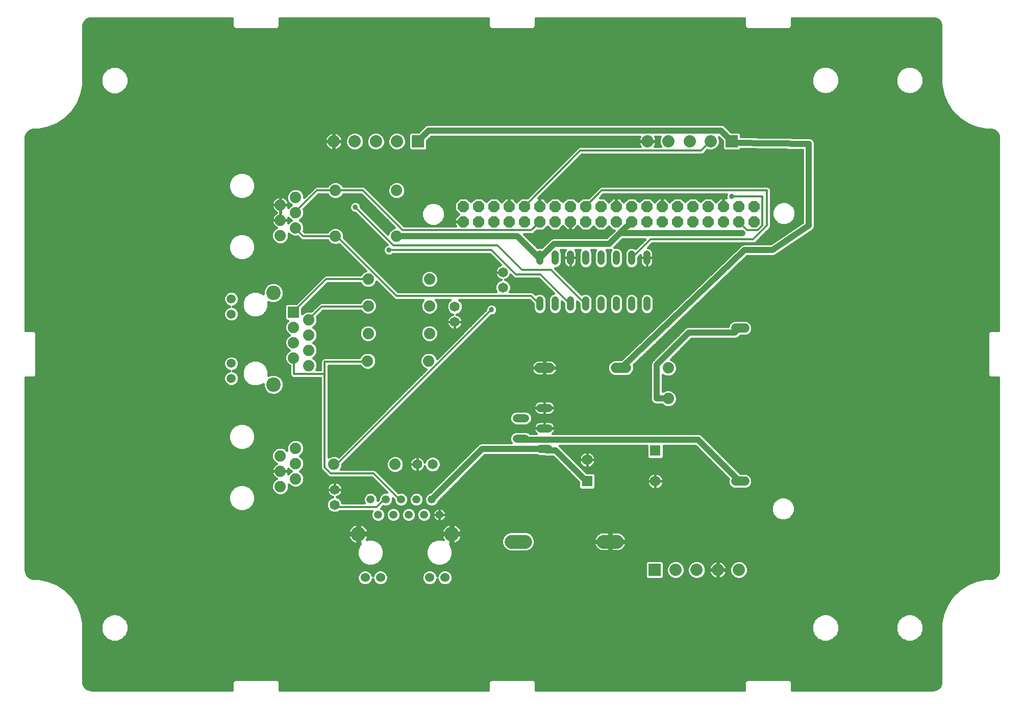
<source format=gbl>
G75*
%MOIN*%
%OFA0B0*%
%FSLAX25Y25*%
%IPPOS*%
%LPD*%
%AMOC8*
5,1,8,0,0,1.08239X$1,22.5*
%
%ADD10C,0.07000*%
%ADD11R,0.07000X0.07000*%
%ADD12C,0.08850*%
%ADD13C,0.05315*%
%ADD14C,0.05906*%
%ADD15C,0.09626*%
%ADD16C,0.05256*%
%ADD17C,0.06024*%
%ADD18C,0.07400*%
%ADD19R,0.07400X0.07400*%
%ADD20C,0.09449*%
%ADD21C,0.05906*%
%ADD22C,0.06500*%
%ADD23C,0.04800*%
%ADD24OC8,0.07400*%
%ADD25C,0.06600*%
%ADD26R,0.08000X0.08000*%
%ADD27C,0.08000*%
%ADD28C,0.01600*%
%ADD29C,0.04000*%
%ADD30C,0.01200*%
%ADD31C,0.03400*%
D10*
X0375000Y0156000D03*
X0419500Y0142000D03*
D11*
X0419500Y0162000D03*
X0375000Y0142000D03*
D12*
X0385575Y0102500D02*
X0394425Y0102500D01*
X0334425Y0102500D02*
X0325575Y0102500D01*
D13*
X0344413Y0163114D02*
X0349728Y0163114D01*
X0334374Y0169807D02*
X0329059Y0169807D01*
X0344413Y0176500D02*
X0349728Y0176500D01*
X0334374Y0183193D02*
X0329059Y0183193D01*
X0344413Y0189886D02*
X0349728Y0189886D01*
D14*
X0472047Y0142000D02*
X0477953Y0142000D01*
X0477953Y0242000D02*
X0472047Y0242000D01*
D15*
X0286492Y0107480D03*
X0225508Y0107480D03*
D16*
X0238480Y0120000D03*
X0248480Y0120000D03*
X0258480Y0120000D03*
X0268480Y0120000D03*
X0278480Y0120000D03*
X0273480Y0130000D03*
X0263480Y0130000D03*
X0253480Y0130000D03*
X0243480Y0130000D03*
X0233480Y0130000D03*
D17*
X0229917Y0078937D03*
X0239917Y0078937D03*
X0272083Y0078937D03*
X0282083Y0078937D03*
D18*
X0184500Y0143500D03*
X0184500Y0153500D03*
X0184500Y0163500D03*
X0174500Y0158500D03*
X0174500Y0148500D03*
X0174500Y0138500D03*
X0209500Y0153000D03*
X0249500Y0153000D03*
X0193181Y0217500D03*
X0183181Y0222500D03*
X0193181Y0227500D03*
X0183181Y0232500D03*
X0193181Y0237500D03*
X0183181Y0242500D03*
X0193181Y0247500D03*
X0232000Y0238500D03*
X0232000Y0256500D03*
X0232000Y0274000D03*
X0250500Y0302000D03*
X0250500Y0332000D03*
X0210500Y0332000D03*
X0184500Y0327500D03*
X0174500Y0322500D03*
X0174500Y0312500D03*
X0174500Y0302500D03*
X0184500Y0307500D03*
X0184500Y0317500D03*
X0210500Y0302000D03*
X0272000Y0274000D03*
X0272000Y0256500D03*
X0272000Y0238500D03*
X0271500Y0220500D03*
X0231500Y0220500D03*
X0428000Y0216000D03*
X0428000Y0196000D03*
D19*
X0183181Y0252500D03*
D20*
X0170012Y0265000D03*
X0170012Y0205157D03*
D21*
X0142453Y0209094D03*
X0142453Y0218937D03*
X0142453Y0251220D03*
X0142453Y0261063D03*
D22*
X0288500Y0256000D03*
X0288500Y0246000D03*
X0320000Y0268500D03*
X0320000Y0278500D03*
X0274000Y0153000D03*
X0264000Y0153000D03*
X0210000Y0136500D03*
X0210000Y0126500D03*
D23*
X0344000Y0255600D02*
X0344000Y0260400D01*
X0354000Y0260400D02*
X0354000Y0255600D01*
X0364000Y0255600D02*
X0364000Y0260400D01*
X0374000Y0260400D02*
X0374000Y0255600D01*
X0384000Y0255600D02*
X0384000Y0260400D01*
X0394000Y0260400D02*
X0394000Y0255600D01*
X0404000Y0255600D02*
X0404000Y0260400D01*
X0414000Y0260400D02*
X0414000Y0255600D01*
X0414000Y0285600D02*
X0414000Y0290400D01*
X0404000Y0290400D02*
X0404000Y0285600D01*
X0394000Y0285600D02*
X0394000Y0290400D01*
X0384000Y0290400D02*
X0384000Y0285600D01*
X0374000Y0285600D02*
X0374000Y0290400D01*
X0364000Y0290400D02*
X0364000Y0285600D01*
X0354000Y0285600D02*
X0354000Y0290400D01*
X0344000Y0290400D02*
X0344000Y0285600D01*
D24*
X0344000Y0311500D03*
X0334000Y0311500D03*
X0334000Y0321500D03*
X0344000Y0321500D03*
X0354000Y0321500D03*
X0364000Y0321500D03*
X0364000Y0311500D03*
X0354000Y0311500D03*
X0374000Y0311500D03*
X0374000Y0321500D03*
X0384000Y0321500D03*
X0394000Y0321500D03*
X0394000Y0311500D03*
X0384000Y0311500D03*
X0404000Y0311500D03*
X0414000Y0311500D03*
X0414000Y0321500D03*
X0404000Y0321500D03*
X0424000Y0321500D03*
X0434000Y0321500D03*
X0434000Y0311500D03*
X0424000Y0311500D03*
X0444000Y0311500D03*
X0454000Y0311500D03*
X0454000Y0321500D03*
X0444000Y0321500D03*
X0464000Y0321500D03*
X0474000Y0321500D03*
X0474000Y0311500D03*
X0464000Y0311500D03*
X0484000Y0311500D03*
X0484000Y0321500D03*
X0324000Y0321500D03*
X0314000Y0321500D03*
X0314000Y0311500D03*
X0324000Y0311500D03*
X0304000Y0311500D03*
X0294000Y0311500D03*
X0294000Y0321500D03*
X0304000Y0321500D03*
D25*
X0343700Y0216000D02*
X0350300Y0216000D01*
X0393700Y0216000D02*
X0400300Y0216000D01*
D26*
X0419000Y0084000D03*
X0469500Y0364000D03*
X0264500Y0364000D03*
D27*
X0250720Y0364000D03*
X0236941Y0364000D03*
X0223161Y0364000D03*
X0209382Y0364000D03*
X0414382Y0364000D03*
X0428161Y0364000D03*
X0441941Y0364000D03*
X0455720Y0364000D03*
X0460339Y0084000D03*
X0474118Y0084000D03*
X0446559Y0084000D03*
X0432780Y0084000D03*
D28*
X0046637Y0007884D02*
X0045851Y0009783D01*
X0045749Y0010810D01*
X0045749Y0049241D01*
X0044507Y0055487D01*
X0044507Y0055487D01*
X0042069Y0061371D01*
X0042069Y0061371D01*
X0038531Y0066667D01*
X0038531Y0066667D01*
X0034027Y0071171D01*
X0028732Y0074709D01*
X0028732Y0074709D01*
X0022848Y0077146D01*
X0022848Y0077146D01*
X0016601Y0078389D01*
X0013416Y0078389D01*
X0012389Y0078490D01*
X0010490Y0079277D01*
X0009037Y0080730D01*
X0008251Y0082629D01*
X0008149Y0083656D01*
X0008149Y0209602D01*
X0013754Y0209602D01*
X0015131Y0210978D01*
X0015131Y0239098D01*
X0013754Y0240474D01*
X0008149Y0240474D01*
X0008149Y0366421D01*
X0008214Y0367245D01*
X0008723Y0368812D01*
X0009692Y0370145D01*
X0011025Y0371114D01*
X0012592Y0371623D01*
X0013416Y0371688D01*
X0016601Y0371688D01*
X0022848Y0372930D01*
X0028732Y0375368D01*
X0034027Y0378906D01*
X0034027Y0378906D01*
X0038531Y0383410D01*
X0042069Y0388705D01*
X0042069Y0388705D01*
X0044507Y0394589D01*
X0044507Y0394589D01*
X0045749Y0400836D01*
X0045749Y0403048D01*
X0045749Y0439267D01*
X0045814Y0440090D01*
X0046323Y0441658D01*
X0047292Y0442991D01*
X0048625Y0443959D01*
X0050192Y0444469D01*
X0051016Y0444533D01*
X0143235Y0444533D01*
X0143235Y0438928D01*
X0144612Y0437552D01*
X0172731Y0437552D01*
X0174108Y0438928D01*
X0174108Y0444533D01*
X0310558Y0444533D01*
X0310558Y0438928D01*
X0311934Y0437552D01*
X0340054Y0437552D01*
X0341430Y0438928D01*
X0341430Y0444533D01*
X0477881Y0444533D01*
X0477881Y0438928D01*
X0479257Y0437552D01*
X0507377Y0437552D01*
X0508753Y0438928D01*
X0508753Y0444533D01*
X0599999Y0444533D01*
X0600972Y0444533D01*
X0601796Y0444469D01*
X0603363Y0443959D01*
X0604697Y0442991D01*
X0605665Y0441657D01*
X0606175Y0440090D01*
X0606239Y0439266D01*
X0606239Y0400836D01*
X0607482Y0394589D01*
X0609919Y0388705D01*
X0613458Y0383410D01*
X0613458Y0383410D01*
X0617961Y0378906D01*
X0617961Y0378906D01*
X0623257Y0375368D01*
X0629141Y0372930D01*
X0629141Y0372930D01*
X0635388Y0371688D01*
X0637599Y0371688D01*
X0638572Y0371688D01*
X0639396Y0371623D01*
X0640963Y0371114D01*
X0642297Y0370145D01*
X0643265Y0368812D01*
X0643775Y0367245D01*
X0643839Y0366421D01*
X0643839Y0240474D01*
X0638234Y0240474D01*
X0636858Y0239098D01*
X0636858Y0210978D01*
X0638234Y0209602D01*
X0643839Y0209602D01*
X0643839Y0084629D01*
X0643839Y0083656D01*
X0643738Y0082629D01*
X0642952Y0080730D01*
X0641498Y0079277D01*
X0639600Y0078490D01*
X0638572Y0078389D01*
X0635388Y0078389D01*
X0629141Y0077146D01*
X0623257Y0074709D01*
X0617961Y0071171D01*
X0613458Y0066667D01*
X0609919Y0061371D01*
X0607482Y0055487D01*
X0606239Y0049241D01*
X0606239Y0045083D01*
X0606239Y0045083D01*
X0606239Y0011783D01*
X0606239Y0010810D01*
X0606138Y0009783D01*
X0605352Y0007884D01*
X0603898Y0006431D01*
X0602000Y0005645D01*
X0600972Y0005543D01*
X0508753Y0005543D01*
X0508753Y0011148D01*
X0507377Y0012525D01*
X0479257Y0012525D01*
X0477881Y0011148D01*
X0477881Y0005543D01*
X0341430Y0005543D01*
X0341430Y0011148D01*
X0340054Y0012525D01*
X0311934Y0012525D01*
X0310558Y0011148D01*
X0310558Y0005543D01*
X0174108Y0005543D01*
X0174108Y0011148D01*
X0172731Y0012525D01*
X0144612Y0012525D01*
X0143235Y0011148D01*
X0143235Y0005543D01*
X0051016Y0005543D01*
X0049989Y0005645D01*
X0048090Y0006431D01*
X0046637Y0007884D01*
X0047265Y0007257D02*
X0143235Y0007257D01*
X0143235Y0008855D02*
X0046235Y0008855D01*
X0045784Y0010454D02*
X0143235Y0010454D01*
X0144139Y0012052D02*
X0045749Y0012052D01*
X0045749Y0013651D02*
X0606239Y0013651D01*
X0606239Y0015249D02*
X0045749Y0015249D01*
X0045749Y0016848D02*
X0606239Y0016848D01*
X0606239Y0018446D02*
X0045749Y0018446D01*
X0045749Y0020045D02*
X0606239Y0020045D01*
X0606239Y0021643D02*
X0045749Y0021643D01*
X0045749Y0023242D02*
X0606239Y0023242D01*
X0606239Y0024840D02*
X0045749Y0024840D01*
X0045749Y0026439D02*
X0606239Y0026439D01*
X0606239Y0028037D02*
X0045749Y0028037D01*
X0045749Y0029636D02*
X0606239Y0029636D01*
X0606239Y0031234D02*
X0045749Y0031234D01*
X0045749Y0032833D02*
X0606239Y0032833D01*
X0606239Y0034431D02*
X0045749Y0034431D01*
X0045749Y0036030D02*
X0606239Y0036030D01*
X0606239Y0037628D02*
X0588655Y0037628D01*
X0588886Y0037724D02*
X0589176Y0037782D01*
X0589176Y0037782D01*
X0589423Y0037946D01*
X0590826Y0038528D01*
X0591901Y0039602D01*
X0592128Y0039754D01*
X0592128Y0039754D01*
X0592128Y0039754D01*
X0592281Y0039982D01*
X0593372Y0041074D01*
X0593963Y0042500D01*
X0594101Y0042706D01*
X0594101Y0042706D01*
X0594149Y0042950D01*
X0594750Y0044400D01*
X0594750Y0045969D01*
X0594794Y0046188D01*
X0594750Y0046407D01*
X0594750Y0048000D01*
X0594140Y0049472D01*
X0594101Y0049670D01*
X0594101Y0049670D01*
X0593988Y0049839D01*
X0593372Y0051326D01*
X0592234Y0052465D01*
X0592128Y0052622D01*
X0591971Y0052728D01*
X0590826Y0053872D01*
X0589331Y0054492D01*
X0589176Y0054595D01*
X0588994Y0054631D01*
X0587500Y0055250D01*
X0585883Y0055250D01*
X0585694Y0055288D01*
X0585505Y0055250D01*
X0583900Y0055250D01*
X0582416Y0054636D01*
X0582212Y0054595D01*
X0582039Y0054479D01*
X0580574Y0053872D01*
X0579452Y0052751D01*
X0579260Y0052622D01*
X0579132Y0052431D01*
X0578028Y0051326D01*
X0577430Y0049884D01*
X0577288Y0049670D01*
X0577238Y0049419D01*
X0576650Y0048000D01*
X0576650Y0046464D01*
X0576595Y0046188D01*
X0576650Y0045912D01*
X0576650Y0044400D01*
X0577229Y0043002D01*
X0577288Y0042706D01*
X0577456Y0042455D01*
X0578028Y0041074D01*
X0579085Y0040016D01*
X0579260Y0039754D01*
X0579260Y0039754D01*
X0579260Y0039754D01*
X0579522Y0039579D01*
X0580574Y0038528D01*
X0581947Y0037959D01*
X0582212Y0037782D01*
X0582212Y0037782D01*
X0582525Y0037720D01*
X0583900Y0037150D01*
X0585388Y0037150D01*
X0585694Y0037089D01*
X0585694Y0037089D01*
X0586000Y0037150D01*
X0587500Y0037150D01*
X0588886Y0037724D01*
X0591525Y0039227D02*
X0606239Y0039227D01*
X0606239Y0040825D02*
X0593124Y0040825D01*
X0593931Y0042424D02*
X0606239Y0042424D01*
X0606239Y0044022D02*
X0594594Y0044022D01*
X0594750Y0045621D02*
X0606239Y0045621D01*
X0606239Y0047219D02*
X0594750Y0047219D01*
X0594411Y0048818D02*
X0606239Y0048818D01*
X0606473Y0050416D02*
X0593749Y0050416D01*
X0592684Y0052015D02*
X0606791Y0052015D01*
X0607109Y0053613D02*
X0591085Y0053613D01*
X0592128Y0052622D02*
X0592128Y0052622D01*
X0589176Y0054595D02*
X0589176Y0054595D01*
X0587592Y0055212D02*
X0607427Y0055212D01*
X0607482Y0055487D02*
X0607482Y0055487D01*
X0608030Y0056810D02*
X0043959Y0056810D01*
X0044562Y0055212D02*
X0064408Y0055212D01*
X0064500Y0055250D02*
X0063016Y0054636D01*
X0062812Y0054595D01*
X0062639Y0054479D01*
X0061174Y0053872D01*
X0060052Y0052751D01*
X0059860Y0052622D01*
X0059732Y0052431D01*
X0058628Y0051326D01*
X0058030Y0049884D01*
X0057888Y0049670D01*
X0057838Y0049419D01*
X0057250Y0048000D01*
X0057250Y0046464D01*
X0057195Y0046188D01*
X0057250Y0045912D01*
X0057250Y0044400D01*
X0057829Y0043002D01*
X0057888Y0042706D01*
X0058056Y0042455D01*
X0058628Y0041074D01*
X0059685Y0040016D01*
X0059860Y0039754D01*
X0059860Y0039754D01*
X0060122Y0039579D01*
X0061174Y0038528D01*
X0062547Y0037959D01*
X0062812Y0037782D01*
X0062812Y0037782D01*
X0063125Y0037720D01*
X0064500Y0037150D01*
X0065988Y0037150D01*
X0066294Y0037089D01*
X0066600Y0037150D01*
X0068100Y0037150D01*
X0069486Y0037724D01*
X0069776Y0037782D01*
X0070023Y0037946D01*
X0071426Y0038528D01*
X0072501Y0039602D01*
X0072728Y0039754D01*
X0072728Y0039754D01*
X0072881Y0039982D01*
X0073972Y0041074D01*
X0074563Y0042500D01*
X0074701Y0042706D01*
X0074701Y0042706D01*
X0074749Y0042950D01*
X0075350Y0044400D01*
X0075350Y0045969D01*
X0075394Y0046188D01*
X0075350Y0046407D01*
X0075350Y0048000D01*
X0074740Y0049472D01*
X0074701Y0049670D01*
X0074701Y0049670D01*
X0074588Y0049839D01*
X0073972Y0051326D01*
X0072834Y0052465D01*
X0072728Y0052622D01*
X0072571Y0052728D01*
X0071426Y0053872D01*
X0069931Y0054492D01*
X0069776Y0054595D01*
X0069594Y0054631D01*
X0068100Y0055250D01*
X0066483Y0055250D01*
X0066294Y0055288D01*
X0066105Y0055250D01*
X0064500Y0055250D01*
X0066294Y0055288D02*
X0066294Y0055288D01*
X0068192Y0055212D02*
X0528808Y0055212D01*
X0528900Y0055250D02*
X0527416Y0054636D01*
X0527212Y0054595D01*
X0527039Y0054479D01*
X0525574Y0053872D01*
X0524452Y0052751D01*
X0524260Y0052622D01*
X0524132Y0052431D01*
X0523028Y0051326D01*
X0522430Y0049884D01*
X0522288Y0049670D01*
X0522238Y0049419D01*
X0521650Y0048000D01*
X0521650Y0046464D01*
X0521595Y0046188D01*
X0521650Y0045912D01*
X0521650Y0044400D01*
X0522229Y0043002D01*
X0522288Y0042706D01*
X0522456Y0042455D01*
X0523028Y0041074D01*
X0524085Y0040016D01*
X0524260Y0039754D01*
X0524260Y0039754D01*
X0524260Y0039754D01*
X0524522Y0039579D01*
X0525574Y0038528D01*
X0526947Y0037959D01*
X0527212Y0037782D01*
X0527212Y0037782D01*
X0527525Y0037720D01*
X0528900Y0037150D01*
X0530388Y0037150D01*
X0530694Y0037089D01*
X0530694Y0037089D01*
X0531000Y0037150D01*
X0532500Y0037150D01*
X0533886Y0037724D01*
X0534176Y0037782D01*
X0534176Y0037782D01*
X0534423Y0037946D01*
X0535826Y0038528D01*
X0536901Y0039602D01*
X0537128Y0039754D01*
X0537128Y0039754D01*
X0537128Y0039754D01*
X0537281Y0039982D01*
X0538372Y0041074D01*
X0538963Y0042500D01*
X0539101Y0042706D01*
X0539101Y0042706D01*
X0539149Y0042950D01*
X0539750Y0044400D01*
X0539750Y0045969D01*
X0539794Y0046188D01*
X0539794Y0046188D01*
X0539750Y0046407D01*
X0539750Y0048000D01*
X0539140Y0049472D01*
X0539101Y0049670D01*
X0539101Y0049670D01*
X0538988Y0049839D01*
X0538372Y0051326D01*
X0537234Y0052465D01*
X0537128Y0052622D01*
X0536971Y0052728D01*
X0535826Y0053872D01*
X0534331Y0054492D01*
X0534176Y0054595D01*
X0533994Y0054631D01*
X0532500Y0055250D01*
X0530883Y0055250D01*
X0530694Y0055288D01*
X0530505Y0055250D01*
X0528900Y0055250D01*
X0530694Y0055288D02*
X0530694Y0055288D01*
X0532592Y0055212D02*
X0583808Y0055212D01*
X0582212Y0054595D02*
X0582212Y0054595D01*
X0580315Y0053613D02*
X0536085Y0053613D01*
X0537128Y0052622D02*
X0537128Y0052622D01*
X0537684Y0052015D02*
X0578716Y0052015D01*
X0579260Y0052622D02*
X0579260Y0052622D01*
X0577651Y0050416D02*
X0538749Y0050416D01*
X0539411Y0048818D02*
X0576989Y0048818D01*
X0577288Y0049670D02*
X0577288Y0049670D01*
X0576650Y0047219D02*
X0539750Y0047219D01*
X0539750Y0045621D02*
X0576650Y0045621D01*
X0576595Y0046188D02*
X0576595Y0046188D01*
X0576806Y0044022D02*
X0539594Y0044022D01*
X0538931Y0042424D02*
X0577469Y0042424D01*
X0577288Y0042706D02*
X0577288Y0042706D01*
X0578276Y0040825D02*
X0538124Y0040825D01*
X0536525Y0039227D02*
X0579875Y0039227D01*
X0582745Y0037628D02*
X0533655Y0037628D01*
X0527745Y0037628D02*
X0069255Y0037628D01*
X0069776Y0037782D02*
X0069776Y0037782D01*
X0072125Y0039227D02*
X0524875Y0039227D01*
X0523276Y0040825D02*
X0073724Y0040825D01*
X0074531Y0042424D02*
X0522469Y0042424D01*
X0522288Y0042706D02*
X0522288Y0042706D01*
X0521806Y0044022D02*
X0075194Y0044022D01*
X0075350Y0045621D02*
X0521650Y0045621D01*
X0521595Y0046188D02*
X0521595Y0046188D01*
X0521650Y0047219D02*
X0075350Y0047219D01*
X0075011Y0048818D02*
X0521989Y0048818D01*
X0522288Y0049670D02*
X0522288Y0049670D01*
X0522651Y0050416D02*
X0074349Y0050416D01*
X0073284Y0052015D02*
X0523716Y0052015D01*
X0524260Y0052622D02*
X0524260Y0052622D01*
X0524260Y0052622D01*
X0525315Y0053613D02*
X0071685Y0053613D01*
X0072728Y0052622D02*
X0072728Y0052622D01*
X0072728Y0052622D01*
X0069776Y0054595D02*
X0069776Y0054595D01*
X0062812Y0054595D02*
X0062812Y0054595D01*
X0060915Y0053613D02*
X0044880Y0053613D01*
X0045197Y0052015D02*
X0059316Y0052015D01*
X0059860Y0052622D02*
X0059860Y0052622D01*
X0059860Y0052622D01*
X0058251Y0050416D02*
X0045515Y0050416D01*
X0045749Y0048818D02*
X0057589Y0048818D01*
X0057888Y0049670D02*
X0057888Y0049670D01*
X0057250Y0047219D02*
X0045749Y0047219D01*
X0045749Y0045621D02*
X0057250Y0045621D01*
X0057195Y0046188D02*
X0057195Y0046188D01*
X0057406Y0044022D02*
X0045749Y0044022D01*
X0045749Y0042424D02*
X0058068Y0042424D01*
X0057888Y0042706D02*
X0057888Y0042706D01*
X0058876Y0040825D02*
X0045749Y0040825D01*
X0045749Y0039227D02*
X0060475Y0039227D01*
X0063345Y0037628D02*
X0045749Y0037628D01*
X0043297Y0058409D02*
X0608692Y0058409D01*
X0609354Y0060007D02*
X0042634Y0060007D01*
X0041913Y0061606D02*
X0610076Y0061606D01*
X0609919Y0061371D02*
X0609919Y0061371D01*
X0611144Y0063204D02*
X0040845Y0063204D01*
X0039777Y0064803D02*
X0612212Y0064803D01*
X0613280Y0066401D02*
X0038709Y0066401D01*
X0037198Y0068000D02*
X0614791Y0068000D01*
X0613458Y0066667D02*
X0613458Y0066667D01*
X0616389Y0069599D02*
X0035600Y0069599D01*
X0034027Y0071171D02*
X0034027Y0071171D01*
X0033988Y0071197D02*
X0618001Y0071197D01*
X0617961Y0071171D02*
X0617961Y0071171D01*
X0620393Y0072796D02*
X0031596Y0072796D01*
X0029203Y0074394D02*
X0227788Y0074394D01*
X0227078Y0074688D02*
X0228920Y0073925D01*
X0230914Y0073925D01*
X0232756Y0074688D01*
X0234166Y0076098D01*
X0234917Y0077912D01*
X0235669Y0076098D01*
X0237078Y0074688D01*
X0238920Y0073925D01*
X0240914Y0073925D01*
X0242756Y0074688D01*
X0244166Y0076098D01*
X0244929Y0077940D01*
X0244929Y0079934D01*
X0244166Y0081776D01*
X0242756Y0083186D01*
X0240914Y0083949D01*
X0238920Y0083949D01*
X0237078Y0083186D01*
X0235669Y0081776D01*
X0234917Y0079962D01*
X0234166Y0081776D01*
X0232756Y0083186D01*
X0230914Y0083949D01*
X0228920Y0083949D01*
X0227078Y0083186D01*
X0225669Y0081776D01*
X0224906Y0079934D01*
X0224906Y0077940D01*
X0225669Y0076098D01*
X0227078Y0074688D01*
X0225774Y0075993D02*
X0025633Y0075993D01*
X0020612Y0077591D02*
X0225050Y0077591D01*
X0224906Y0079190D02*
X0010700Y0079190D01*
X0009013Y0080788D02*
X0225259Y0080788D01*
X0226279Y0082387D02*
X0008351Y0082387D01*
X0008149Y0083985D02*
X0413000Y0083985D01*
X0413000Y0082387D02*
X0285721Y0082387D01*
X0286331Y0081776D02*
X0284922Y0083186D01*
X0283080Y0083949D01*
X0281086Y0083949D01*
X0279244Y0083186D01*
X0277834Y0081776D01*
X0277083Y0079962D01*
X0276331Y0081776D01*
X0274922Y0083186D01*
X0273080Y0083949D01*
X0271086Y0083949D01*
X0269244Y0083186D01*
X0267834Y0081776D01*
X0267071Y0079934D01*
X0267071Y0077940D01*
X0267834Y0076098D01*
X0269244Y0074688D01*
X0271086Y0073925D01*
X0273080Y0073925D01*
X0274922Y0074688D01*
X0276331Y0076098D01*
X0277083Y0077912D01*
X0277834Y0076098D01*
X0279244Y0074688D01*
X0281086Y0073925D01*
X0283080Y0073925D01*
X0284922Y0074688D01*
X0286331Y0076098D01*
X0287094Y0077940D01*
X0287094Y0079934D01*
X0286331Y0081776D01*
X0286741Y0080788D02*
X0413000Y0080788D01*
X0413000Y0079190D02*
X0287094Y0079190D01*
X0286950Y0077591D02*
X0631376Y0077591D01*
X0629141Y0077146D02*
X0629141Y0077146D01*
X0626355Y0075993D02*
X0286226Y0075993D01*
X0284211Y0074394D02*
X0622785Y0074394D01*
X0623257Y0074709D02*
X0623257Y0074709D01*
X0641288Y0079190D02*
X0477793Y0079190D01*
X0477517Y0078913D02*
X0479205Y0080601D01*
X0480118Y0082807D01*
X0480118Y0085193D01*
X0479205Y0087399D01*
X0477517Y0089087D01*
X0475312Y0090000D01*
X0472925Y0090000D01*
X0470719Y0089087D01*
X0469032Y0087399D01*
X0468118Y0085193D01*
X0468118Y0082807D01*
X0469032Y0080601D01*
X0470719Y0078913D01*
X0472925Y0078000D01*
X0475312Y0078000D01*
X0477517Y0078913D01*
X0479282Y0080788D02*
X0642976Y0080788D01*
X0643638Y0082387D02*
X0479944Y0082387D01*
X0480118Y0083985D02*
X0643839Y0083985D01*
X0643839Y0084629D02*
X0643839Y0084629D01*
X0643839Y0085584D02*
X0479956Y0085584D01*
X0479294Y0087182D02*
X0643839Y0087182D01*
X0643839Y0088781D02*
X0477823Y0088781D01*
X0470413Y0088781D02*
X0463626Y0088781D01*
X0463378Y0088961D02*
X0462565Y0089375D01*
X0461697Y0089657D01*
X0460795Y0089800D01*
X0460720Y0089800D01*
X0460720Y0084381D01*
X0466139Y0084381D01*
X0466139Y0084456D01*
X0465996Y0085358D01*
X0465714Y0086226D01*
X0465299Y0087040D01*
X0464763Y0087778D01*
X0464117Y0088424D01*
X0463378Y0088961D01*
X0465196Y0087182D02*
X0468942Y0087182D01*
X0468280Y0085584D02*
X0465923Y0085584D01*
X0466139Y0083619D02*
X0460720Y0083619D01*
X0460720Y0084381D01*
X0459957Y0084381D01*
X0459957Y0083619D01*
X0454539Y0083619D01*
X0454539Y0083544D01*
X0454681Y0082642D01*
X0454964Y0081774D01*
X0455378Y0080960D01*
X0455915Y0080222D01*
X0456560Y0079576D01*
X0457299Y0079039D01*
X0458112Y0078625D01*
X0458980Y0078343D01*
X0459882Y0078200D01*
X0459957Y0078200D01*
X0459957Y0083619D01*
X0460720Y0083619D01*
X0460720Y0078200D01*
X0460795Y0078200D01*
X0461697Y0078343D01*
X0462565Y0078625D01*
X0463378Y0079039D01*
X0464117Y0079576D01*
X0464763Y0080222D01*
X0465299Y0080960D01*
X0465714Y0081774D01*
X0465996Y0082642D01*
X0466139Y0083544D01*
X0466139Y0083619D01*
X0465913Y0082387D02*
X0468292Y0082387D01*
X0468118Y0083985D02*
X0460720Y0083985D01*
X0459957Y0083985D02*
X0452559Y0083985D01*
X0452559Y0082807D02*
X0451646Y0080601D01*
X0449958Y0078913D01*
X0447753Y0078000D01*
X0445366Y0078000D01*
X0443160Y0078913D01*
X0441473Y0080601D01*
X0440559Y0082807D01*
X0440559Y0085193D01*
X0441473Y0087399D01*
X0443160Y0089087D01*
X0445366Y0090000D01*
X0447753Y0090000D01*
X0449958Y0089087D01*
X0451646Y0087399D01*
X0452559Y0085193D01*
X0452559Y0082807D01*
X0452385Y0082387D02*
X0454764Y0082387D01*
X0455503Y0080788D02*
X0451723Y0080788D01*
X0450234Y0079190D02*
X0457092Y0079190D01*
X0459957Y0079190D02*
X0460720Y0079190D01*
X0460720Y0080788D02*
X0459957Y0080788D01*
X0459957Y0082387D02*
X0460720Y0082387D01*
X0459957Y0084381D02*
X0454539Y0084381D01*
X0454539Y0084456D01*
X0454681Y0085358D01*
X0454964Y0086226D01*
X0455378Y0087040D01*
X0455915Y0087778D01*
X0456560Y0088424D01*
X0457299Y0088961D01*
X0458112Y0089375D01*
X0458980Y0089657D01*
X0459882Y0089800D01*
X0459957Y0089800D01*
X0459957Y0084381D01*
X0459957Y0085584D02*
X0460720Y0085584D01*
X0460720Y0087182D02*
X0459957Y0087182D01*
X0459957Y0088781D02*
X0460720Y0088781D01*
X0457051Y0088781D02*
X0450264Y0088781D01*
X0451735Y0087182D02*
X0455481Y0087182D01*
X0454755Y0085584D02*
X0452397Y0085584D01*
X0442854Y0088781D02*
X0436484Y0088781D01*
X0436178Y0089087D02*
X0433973Y0090000D01*
X0431586Y0090000D01*
X0429381Y0089087D01*
X0427693Y0087399D01*
X0426780Y0085193D01*
X0426780Y0082807D01*
X0427693Y0080601D01*
X0429381Y0078913D01*
X0431586Y0078000D01*
X0433973Y0078000D01*
X0436178Y0078913D01*
X0437866Y0080601D01*
X0438780Y0082807D01*
X0438780Y0085193D01*
X0437866Y0087399D01*
X0436178Y0089087D01*
X0437956Y0087182D02*
X0441383Y0087182D01*
X0440721Y0085584D02*
X0438618Y0085584D01*
X0438780Y0083985D02*
X0440559Y0083985D01*
X0440733Y0082387D02*
X0438606Y0082387D01*
X0437943Y0080788D02*
X0441395Y0080788D01*
X0442884Y0079190D02*
X0436454Y0079190D01*
X0429105Y0079190D02*
X0425000Y0079190D01*
X0425000Y0079172D02*
X0423828Y0078000D01*
X0414172Y0078000D01*
X0413000Y0079172D01*
X0413000Y0088828D01*
X0414172Y0090000D01*
X0423828Y0090000D01*
X0425000Y0088828D01*
X0425000Y0079172D01*
X0425000Y0080788D02*
X0427616Y0080788D01*
X0426953Y0082387D02*
X0425000Y0082387D01*
X0425000Y0083985D02*
X0426780Y0083985D01*
X0426941Y0085584D02*
X0425000Y0085584D01*
X0425000Y0087182D02*
X0427603Y0087182D01*
X0429075Y0088781D02*
X0425000Y0088781D01*
X0413000Y0088781D02*
X0284109Y0088781D01*
X0283427Y0088099D02*
X0285873Y0090546D01*
X0287198Y0093742D01*
X0287198Y0097203D01*
X0285873Y0100399D01*
X0285306Y0100966D01*
X0285692Y0100916D01*
X0285692Y0106680D01*
X0287292Y0106680D01*
X0287292Y0100916D01*
X0287785Y0100980D01*
X0288622Y0101205D01*
X0289423Y0101537D01*
X0290174Y0101970D01*
X0290862Y0102498D01*
X0291475Y0103111D01*
X0292002Y0103798D01*
X0292436Y0104549D01*
X0292768Y0105350D01*
X0292992Y0106187D01*
X0293057Y0106680D01*
X0287292Y0106680D01*
X0287292Y0108280D01*
X0293057Y0108280D01*
X0292992Y0108773D01*
X0292768Y0109611D01*
X0292436Y0110411D01*
X0292002Y0111162D01*
X0291475Y0111850D01*
X0290862Y0112463D01*
X0290174Y0112991D01*
X0289423Y0113424D01*
X0288622Y0113756D01*
X0287785Y0113980D01*
X0287292Y0114045D01*
X0287292Y0108280D01*
X0285692Y0108280D01*
X0285692Y0106680D01*
X0279927Y0106680D01*
X0279992Y0106187D01*
X0280217Y0105350D01*
X0280548Y0104549D01*
X0280936Y0103878D01*
X0280230Y0104170D01*
X0276770Y0104170D01*
X0273573Y0102846D01*
X0271127Y0100399D01*
X0269802Y0097203D01*
X0269802Y0093742D01*
X0271127Y0090546D01*
X0273573Y0088099D01*
X0276770Y0086775D01*
X0280230Y0086775D01*
X0283427Y0088099D01*
X0281213Y0087182D02*
X0413000Y0087182D01*
X0413000Y0085584D02*
X0008149Y0085584D01*
X0008149Y0087182D02*
X0230787Y0087182D01*
X0231770Y0086775D02*
X0235230Y0086775D01*
X0238427Y0088099D01*
X0240873Y0090546D01*
X0242198Y0093742D01*
X0242198Y0097203D01*
X0240873Y0100399D01*
X0238427Y0102846D01*
X0235230Y0104170D01*
X0231770Y0104170D01*
X0231064Y0103878D01*
X0231452Y0104549D01*
X0231783Y0105350D01*
X0232008Y0106187D01*
X0232073Y0106680D01*
X0226308Y0106680D01*
X0226308Y0100916D01*
X0226694Y0100966D01*
X0226127Y0100399D01*
X0224802Y0097203D01*
X0224802Y0093742D01*
X0226127Y0090546D01*
X0228573Y0088099D01*
X0231770Y0086775D01*
X0227891Y0088781D02*
X0008149Y0088781D01*
X0008149Y0090379D02*
X0226293Y0090379D01*
X0225533Y0091978D02*
X0008149Y0091978D01*
X0008149Y0093576D02*
X0224871Y0093576D01*
X0224802Y0095175D02*
X0008149Y0095175D01*
X0008149Y0096773D02*
X0224802Y0096773D01*
X0225287Y0098372D02*
X0008149Y0098372D01*
X0008149Y0099970D02*
X0225949Y0099970D01*
X0224708Y0100916D02*
X0224708Y0106680D01*
X0226308Y0106680D01*
X0226308Y0108280D01*
X0232073Y0108280D01*
X0232008Y0108773D01*
X0231783Y0109611D01*
X0231452Y0110411D01*
X0231018Y0111162D01*
X0230490Y0111850D01*
X0229877Y0112463D01*
X0229190Y0112991D01*
X0228439Y0113424D01*
X0227638Y0113756D01*
X0226801Y0113980D01*
X0226308Y0114045D01*
X0226308Y0108280D01*
X0224708Y0108280D01*
X0224708Y0106680D01*
X0218943Y0106680D01*
X0219008Y0106187D01*
X0219232Y0105350D01*
X0219564Y0104549D01*
X0219998Y0103798D01*
X0220525Y0103111D01*
X0221138Y0102498D01*
X0221826Y0101970D01*
X0222577Y0101537D01*
X0223378Y0101205D01*
X0224215Y0100980D01*
X0224708Y0100916D01*
X0224708Y0101569D02*
X0226308Y0101569D01*
X0226308Y0103167D02*
X0224708Y0103167D01*
X0224708Y0104766D02*
X0226308Y0104766D01*
X0226308Y0106364D02*
X0224708Y0106364D01*
X0224708Y0107963D02*
X0008149Y0107963D01*
X0008149Y0109561D02*
X0219219Y0109561D01*
X0219232Y0109611D02*
X0219008Y0108773D01*
X0218943Y0108280D01*
X0224708Y0108280D01*
X0224708Y0114045D01*
X0224215Y0113980D01*
X0223378Y0113756D01*
X0222577Y0113424D01*
X0221826Y0112991D01*
X0221138Y0112463D01*
X0220525Y0111850D01*
X0219998Y0111162D01*
X0219564Y0110411D01*
X0219232Y0109611D01*
X0219996Y0111160D02*
X0008149Y0111160D01*
X0008149Y0112758D02*
X0221523Y0112758D01*
X0224708Y0112758D02*
X0226308Y0112758D01*
X0226308Y0111160D02*
X0224708Y0111160D01*
X0224708Y0109561D02*
X0226308Y0109561D01*
X0226308Y0107963D02*
X0285692Y0107963D01*
X0285692Y0108280D02*
X0279927Y0108280D01*
X0279992Y0108773D01*
X0280217Y0109611D01*
X0280548Y0110411D01*
X0280982Y0111162D01*
X0281510Y0111850D01*
X0282123Y0112463D01*
X0282810Y0112991D01*
X0283561Y0113424D01*
X0284362Y0113756D01*
X0285199Y0113980D01*
X0285692Y0114045D01*
X0285692Y0108280D01*
X0285692Y0109561D02*
X0287292Y0109561D01*
X0287292Y0107963D02*
X0321974Y0107963D01*
X0321936Y0107947D02*
X0320128Y0106139D01*
X0319150Y0103778D01*
X0319150Y0101222D01*
X0320128Y0098861D01*
X0321936Y0097053D01*
X0324297Y0096075D01*
X0335703Y0096075D01*
X0338064Y0097053D01*
X0339872Y0098861D01*
X0340850Y0101222D01*
X0340850Y0103778D01*
X0339872Y0106139D01*
X0338064Y0107947D01*
X0335703Y0108925D01*
X0324297Y0108925D01*
X0321936Y0107947D01*
X0320353Y0106364D02*
X0293015Y0106364D01*
X0292526Y0104766D02*
X0319559Y0104766D01*
X0319150Y0103167D02*
X0291518Y0103167D01*
X0289479Y0101569D02*
X0319150Y0101569D01*
X0319668Y0099970D02*
X0286051Y0099970D01*
X0285692Y0101569D02*
X0287292Y0101569D01*
X0287292Y0103167D02*
X0285692Y0103167D01*
X0285692Y0104766D02*
X0287292Y0104766D01*
X0287292Y0106364D02*
X0285692Y0106364D01*
X0285692Y0111160D02*
X0287292Y0111160D01*
X0287292Y0112758D02*
X0285692Y0112758D01*
X0282508Y0112758D02*
X0229492Y0112758D01*
X0231020Y0111160D02*
X0280980Y0111160D01*
X0280203Y0109561D02*
X0231797Y0109561D01*
X0232031Y0106364D02*
X0279969Y0106364D01*
X0280459Y0104766D02*
X0231541Y0104766D01*
X0237651Y0103167D02*
X0274349Y0103167D01*
X0272296Y0101569D02*
X0239704Y0101569D01*
X0241051Y0099970D02*
X0270949Y0099970D01*
X0270287Y0098372D02*
X0241713Y0098372D01*
X0242198Y0096773D02*
X0269802Y0096773D01*
X0269802Y0095175D02*
X0242198Y0095175D01*
X0242129Y0093576D02*
X0269871Y0093576D01*
X0270533Y0091978D02*
X0241467Y0091978D01*
X0240707Y0090379D02*
X0271293Y0090379D01*
X0272891Y0088781D02*
X0239109Y0088781D01*
X0236213Y0087182D02*
X0275787Y0087182D01*
X0275721Y0082387D02*
X0278445Y0082387D01*
X0277425Y0080788D02*
X0276741Y0080788D01*
X0276950Y0077591D02*
X0277215Y0077591D01*
X0277939Y0075993D02*
X0276226Y0075993D01*
X0274211Y0074394D02*
X0279954Y0074394D01*
X0269954Y0074394D02*
X0242046Y0074394D01*
X0244061Y0075993D02*
X0267939Y0075993D01*
X0267215Y0077591D02*
X0244785Y0077591D01*
X0244929Y0079190D02*
X0267071Y0079190D01*
X0267425Y0080788D02*
X0244575Y0080788D01*
X0243555Y0082387D02*
X0268445Y0082387D01*
X0285707Y0090379D02*
X0643839Y0090379D01*
X0643839Y0091978D02*
X0286467Y0091978D01*
X0287129Y0093576D02*
X0643839Y0093576D01*
X0643839Y0095175D02*
X0287198Y0095175D01*
X0287198Y0096773D02*
X0322611Y0096773D01*
X0320617Y0098372D02*
X0286713Y0098372D01*
X0292781Y0109561D02*
X0643839Y0109561D01*
X0643839Y0107963D02*
X0397415Y0107963D01*
X0397688Y0107824D02*
X0396815Y0108269D01*
X0395883Y0108572D01*
X0394915Y0108725D01*
X0390675Y0108725D01*
X0390675Y0103175D01*
X0389325Y0103175D01*
X0389325Y0108725D01*
X0385085Y0108725D01*
X0384117Y0108572D01*
X0383185Y0108269D01*
X0382312Y0107824D01*
X0381520Y0107248D01*
X0380827Y0106555D01*
X0380251Y0105763D01*
X0379806Y0104890D01*
X0379503Y0103958D01*
X0379379Y0103175D01*
X0389325Y0103175D01*
X0389325Y0101825D01*
X0390675Y0101825D01*
X0390675Y0103175D01*
X0400621Y0103175D01*
X0400497Y0103958D01*
X0400194Y0104890D01*
X0399749Y0105763D01*
X0399173Y0106555D01*
X0398480Y0107248D01*
X0397688Y0107824D01*
X0399312Y0106364D02*
X0643839Y0106364D01*
X0643839Y0104766D02*
X0400234Y0104766D01*
X0400621Y0101825D02*
X0390675Y0101825D01*
X0390675Y0096275D01*
X0394915Y0096275D01*
X0395883Y0096428D01*
X0396815Y0096731D01*
X0397688Y0097176D01*
X0398480Y0097752D01*
X0399173Y0098445D01*
X0399749Y0099237D01*
X0400194Y0100110D01*
X0400497Y0101042D01*
X0400621Y0101825D01*
X0400580Y0101569D02*
X0643839Y0101569D01*
X0643839Y0103167D02*
X0390675Y0103167D01*
X0389325Y0103167D02*
X0340850Y0103167D01*
X0340850Y0101569D02*
X0379420Y0101569D01*
X0379379Y0101825D02*
X0379503Y0101042D01*
X0379806Y0100110D01*
X0380251Y0099237D01*
X0380827Y0098445D01*
X0381520Y0097752D01*
X0382312Y0097176D01*
X0383185Y0096731D01*
X0384117Y0096428D01*
X0385085Y0096275D01*
X0389325Y0096275D01*
X0389325Y0101825D01*
X0379379Y0101825D01*
X0379877Y0099970D02*
X0340331Y0099970D01*
X0339383Y0098372D02*
X0380900Y0098372D01*
X0383103Y0096773D02*
X0337389Y0096773D01*
X0340441Y0104766D02*
X0379766Y0104766D01*
X0380688Y0106364D02*
X0339647Y0106364D01*
X0338026Y0107963D02*
X0382585Y0107963D01*
X0389325Y0107963D02*
X0390675Y0107963D01*
X0390675Y0106364D02*
X0389325Y0106364D01*
X0389325Y0104766D02*
X0390675Y0104766D01*
X0390675Y0101569D02*
X0389325Y0101569D01*
X0389325Y0099970D02*
X0390675Y0099970D01*
X0390675Y0098372D02*
X0389325Y0098372D01*
X0389325Y0096773D02*
X0390675Y0096773D01*
X0396897Y0096773D02*
X0643839Y0096773D01*
X0643839Y0098372D02*
X0399100Y0098372D01*
X0400122Y0099970D02*
X0643839Y0099970D01*
X0643839Y0111160D02*
X0292004Y0111160D01*
X0290477Y0112758D02*
X0643839Y0112758D01*
X0643839Y0114357D02*
X0008149Y0114357D01*
X0008149Y0115955D02*
X0236152Y0115955D01*
X0235859Y0116077D02*
X0237560Y0115372D01*
X0239401Y0115372D01*
X0241102Y0116077D01*
X0242404Y0117378D01*
X0243108Y0119079D01*
X0243108Y0120921D01*
X0242404Y0122622D01*
X0241102Y0123923D01*
X0240394Y0124217D01*
X0241845Y0125668D01*
X0242560Y0125372D01*
X0244401Y0125372D01*
X0246102Y0126077D01*
X0247404Y0127378D01*
X0248108Y0129079D01*
X0248108Y0130715D01*
X0248852Y0129971D01*
X0248852Y0129079D01*
X0249557Y0127378D01*
X0250859Y0126077D01*
X0252560Y0125372D01*
X0254401Y0125372D01*
X0256102Y0126077D01*
X0257404Y0127378D01*
X0258108Y0129079D01*
X0258108Y0130921D01*
X0257404Y0132622D01*
X0256102Y0133923D01*
X0254401Y0134628D01*
X0252560Y0134628D01*
X0251845Y0134332D01*
X0237704Y0148473D01*
X0236973Y0149204D01*
X0236017Y0149600D01*
X0214161Y0149600D01*
X0214332Y0149771D01*
X0215200Y0151866D01*
X0215200Y0153023D01*
X0312477Y0250300D01*
X0313236Y0250300D01*
X0314596Y0250863D01*
X0315637Y0251904D01*
X0316200Y0253264D01*
X0316200Y0254736D01*
X0315637Y0256096D01*
X0314596Y0257137D01*
X0313236Y0257700D01*
X0311764Y0257700D01*
X0310404Y0257137D01*
X0309363Y0256096D01*
X0308800Y0254736D01*
X0308800Y0253977D01*
X0276982Y0222159D01*
X0276332Y0223729D01*
X0274729Y0225332D01*
X0272634Y0226200D01*
X0270366Y0226200D01*
X0268271Y0225332D01*
X0266668Y0223729D01*
X0265800Y0221634D01*
X0265800Y0219366D01*
X0266668Y0217271D01*
X0268271Y0215668D01*
X0269841Y0215018D01*
X0212677Y0157854D01*
X0210634Y0158700D01*
X0208366Y0158700D01*
X0206271Y0157832D01*
X0206100Y0157661D01*
X0206100Y0217400D01*
X0226614Y0217400D01*
X0226668Y0217271D01*
X0228271Y0215668D01*
X0230366Y0214800D01*
X0232634Y0214800D01*
X0234729Y0215668D01*
X0236332Y0217271D01*
X0237200Y0219366D01*
X0237200Y0221634D01*
X0236332Y0223729D01*
X0234729Y0225332D01*
X0232634Y0226200D01*
X0230366Y0226200D01*
X0228271Y0225332D01*
X0226668Y0223729D01*
X0226200Y0222600D01*
X0202983Y0222600D01*
X0202027Y0222204D01*
X0201296Y0221473D01*
X0200900Y0220517D01*
X0200900Y0214600D01*
X0198150Y0214600D01*
X0198881Y0216366D01*
X0198881Y0218634D01*
X0198013Y0220729D01*
X0196410Y0222332D01*
X0196005Y0222500D01*
X0196410Y0222668D01*
X0198013Y0224271D01*
X0198881Y0226366D01*
X0198881Y0228634D01*
X0198013Y0230729D01*
X0196410Y0232332D01*
X0196005Y0232500D01*
X0196410Y0232668D01*
X0198013Y0234271D01*
X0198881Y0236366D01*
X0198881Y0238634D01*
X0198013Y0240729D01*
X0196410Y0242332D01*
X0196005Y0242500D01*
X0196410Y0242668D01*
X0198013Y0244271D01*
X0198881Y0246366D01*
X0198881Y0248634D01*
X0198568Y0249391D01*
X0202577Y0253400D01*
X0227114Y0253400D01*
X0227168Y0253271D01*
X0228771Y0251668D01*
X0230866Y0250800D01*
X0233134Y0250800D01*
X0235229Y0251668D01*
X0236832Y0253271D01*
X0237700Y0255366D01*
X0237700Y0257634D01*
X0236832Y0259729D01*
X0235229Y0261332D01*
X0233134Y0262200D01*
X0230866Y0262200D01*
X0228771Y0261332D01*
X0227168Y0259729D01*
X0226700Y0258600D01*
X0200983Y0258600D01*
X0200027Y0258204D01*
X0199296Y0257473D01*
X0194816Y0252993D01*
X0194315Y0253200D01*
X0192047Y0253200D01*
X0189952Y0252332D01*
X0188881Y0251261D01*
X0188881Y0254704D01*
X0205577Y0271400D01*
X0226907Y0271400D01*
X0227168Y0270771D01*
X0228771Y0269168D01*
X0230866Y0268300D01*
X0233134Y0268300D01*
X0235229Y0269168D01*
X0236832Y0270771D01*
X0237482Y0272341D01*
X0249027Y0260796D01*
X0249983Y0260400D01*
X0267839Y0260400D01*
X0267168Y0259729D01*
X0266300Y0257634D01*
X0266300Y0255366D01*
X0267168Y0253271D01*
X0268771Y0251668D01*
X0270866Y0250800D01*
X0273134Y0250800D01*
X0275229Y0251668D01*
X0276832Y0253271D01*
X0277700Y0255366D01*
X0277700Y0257634D01*
X0276832Y0259729D01*
X0276161Y0260400D01*
X0285475Y0260400D01*
X0284049Y0258974D01*
X0283250Y0257044D01*
X0283250Y0254956D01*
X0284049Y0253026D01*
X0285526Y0251549D01*
X0287157Y0250874D01*
X0286561Y0250680D01*
X0285853Y0250319D01*
X0285210Y0249852D01*
X0284648Y0249290D01*
X0284181Y0248647D01*
X0283820Y0247939D01*
X0283574Y0247183D01*
X0283450Y0246397D01*
X0283450Y0246000D01*
X0288500Y0246000D01*
X0293550Y0246000D01*
X0293550Y0246397D01*
X0293426Y0247183D01*
X0293180Y0247939D01*
X0292819Y0248647D01*
X0292352Y0249290D01*
X0291790Y0249852D01*
X0291147Y0250319D01*
X0290439Y0250680D01*
X0289843Y0250874D01*
X0291474Y0251549D01*
X0292951Y0253026D01*
X0293750Y0254956D01*
X0293750Y0257044D01*
X0292951Y0258974D01*
X0291525Y0260400D01*
X0337423Y0260400D01*
X0339600Y0258223D01*
X0339600Y0254725D01*
X0340270Y0253108D01*
X0341508Y0251870D01*
X0343125Y0251200D01*
X0344875Y0251200D01*
X0346492Y0251870D01*
X0347730Y0253108D01*
X0348400Y0254725D01*
X0348400Y0261275D01*
X0347730Y0262892D01*
X0346492Y0264130D01*
X0344875Y0264800D01*
X0343125Y0264800D01*
X0341508Y0264130D01*
X0341277Y0263900D01*
X0340704Y0264473D01*
X0339973Y0265204D01*
X0339017Y0265600D01*
X0324481Y0265600D01*
X0325250Y0267456D01*
X0325250Y0269544D01*
X0324451Y0271474D01*
X0322974Y0272951D01*
X0321343Y0273626D01*
X0321939Y0273820D01*
X0322647Y0274181D01*
X0323290Y0274648D01*
X0323852Y0275210D01*
X0324319Y0275853D01*
X0324680Y0276561D01*
X0324823Y0277000D01*
X0326296Y0275527D01*
X0327027Y0274796D01*
X0327983Y0274400D01*
X0343423Y0274400D01*
X0353053Y0264770D01*
X0351508Y0264130D01*
X0350270Y0262892D01*
X0349600Y0261275D01*
X0349600Y0254725D01*
X0350270Y0253108D01*
X0351508Y0251870D01*
X0353125Y0251200D01*
X0354875Y0251200D01*
X0356492Y0251870D01*
X0357730Y0253108D01*
X0358400Y0254725D01*
X0358400Y0259423D01*
X0359600Y0258223D01*
X0359600Y0254725D01*
X0360270Y0253108D01*
X0361508Y0251870D01*
X0363125Y0251200D01*
X0364875Y0251200D01*
X0366492Y0251870D01*
X0367730Y0253108D01*
X0368400Y0254725D01*
X0368400Y0259423D01*
X0369600Y0258223D01*
X0369600Y0254725D01*
X0370270Y0253108D01*
X0371508Y0251870D01*
X0373125Y0251200D01*
X0374875Y0251200D01*
X0376492Y0251870D01*
X0377730Y0253108D01*
X0378400Y0254725D01*
X0378400Y0261275D01*
X0377730Y0262892D01*
X0376492Y0264130D01*
X0374875Y0264800D01*
X0373125Y0264800D01*
X0371508Y0264130D01*
X0371277Y0263900D01*
X0353977Y0281200D01*
X0354875Y0281200D01*
X0356492Y0281870D01*
X0357730Y0283108D01*
X0358400Y0284725D01*
X0358400Y0291275D01*
X0357730Y0292892D01*
X0357623Y0293000D01*
X0360698Y0293000D01*
X0360408Y0292601D01*
X0360108Y0292012D01*
X0359903Y0291384D01*
X0359800Y0290731D01*
X0359800Y0288000D01*
X0364000Y0288000D01*
X0368200Y0288000D01*
X0368200Y0290731D01*
X0368097Y0291384D01*
X0367892Y0292012D01*
X0367592Y0292601D01*
X0367302Y0293000D01*
X0370377Y0293000D01*
X0370270Y0292892D01*
X0369600Y0291275D01*
X0369600Y0284725D01*
X0370270Y0283108D01*
X0371508Y0281870D01*
X0373125Y0281200D01*
X0374875Y0281200D01*
X0376492Y0281870D01*
X0377730Y0283108D01*
X0378400Y0284725D01*
X0378400Y0291275D01*
X0377730Y0292892D01*
X0377623Y0293000D01*
X0380377Y0293000D01*
X0380270Y0292892D01*
X0379600Y0291275D01*
X0379600Y0284725D01*
X0380270Y0283108D01*
X0381508Y0281870D01*
X0383125Y0281200D01*
X0384875Y0281200D01*
X0386492Y0281870D01*
X0387730Y0283108D01*
X0388400Y0284725D01*
X0388400Y0291275D01*
X0387730Y0292892D01*
X0387623Y0293000D01*
X0390296Y0293000D01*
X0390435Y0293058D01*
X0390270Y0292892D01*
X0389600Y0291275D01*
X0389600Y0284725D01*
X0390270Y0283108D01*
X0391508Y0281870D01*
X0393125Y0281200D01*
X0394875Y0281200D01*
X0396492Y0281870D01*
X0397730Y0283108D01*
X0398400Y0284725D01*
X0398400Y0291275D01*
X0397730Y0292892D01*
X0396492Y0294130D01*
X0394875Y0294800D01*
X0393125Y0294800D01*
X0392838Y0294681D01*
X0398157Y0300000D01*
X0412823Y0300000D01*
X0406723Y0293900D01*
X0406492Y0294130D01*
X0404875Y0294800D01*
X0403125Y0294800D01*
X0401508Y0294130D01*
X0400270Y0292892D01*
X0399600Y0291275D01*
X0399600Y0284725D01*
X0400270Y0283108D01*
X0401508Y0281870D01*
X0403125Y0281200D01*
X0404875Y0281200D01*
X0406492Y0281870D01*
X0407730Y0283108D01*
X0408400Y0284725D01*
X0408400Y0288223D01*
X0409800Y0289623D01*
X0409800Y0288000D01*
X0414000Y0288000D01*
X0418200Y0288000D01*
X0418200Y0290731D01*
X0418097Y0291384D01*
X0417892Y0292012D01*
X0417592Y0292601D01*
X0417204Y0293136D01*
X0416736Y0293604D01*
X0416201Y0293992D01*
X0415612Y0294292D01*
X0414984Y0294497D01*
X0414716Y0294539D01*
X0417577Y0297400D01*
X0484017Y0297400D01*
X0484973Y0297796D01*
X0493973Y0306796D01*
X0494704Y0307527D01*
X0495100Y0308483D01*
X0495100Y0332517D01*
X0494704Y0333473D01*
X0493973Y0334204D01*
X0493017Y0334600D01*
X0383983Y0334600D01*
X0383027Y0334204D01*
X0376023Y0327200D01*
X0371639Y0327200D01*
X0369000Y0324561D01*
X0366361Y0327200D01*
X0361639Y0327200D01*
X0359000Y0324561D01*
X0356361Y0327200D01*
X0351639Y0327200D01*
X0348859Y0324420D01*
X0346278Y0327000D01*
X0344200Y0327000D01*
X0344200Y0321700D01*
X0343800Y0321700D01*
X0343800Y0327000D01*
X0343177Y0327000D01*
X0371577Y0355400D01*
X0450017Y0355400D01*
X0450973Y0355796D01*
X0453572Y0358395D01*
X0454527Y0358000D01*
X0456914Y0358000D01*
X0459119Y0358913D01*
X0460807Y0360601D01*
X0461720Y0362807D01*
X0461720Y0365193D01*
X0461063Y0366780D01*
X0463500Y0364343D01*
X0463500Y0359172D01*
X0464672Y0358000D01*
X0474328Y0358000D01*
X0475280Y0358951D01*
X0515800Y0358540D01*
X0515800Y0311136D01*
X0494955Y0297180D01*
X0477810Y0296901D01*
X0477091Y0296916D01*
X0477018Y0296888D01*
X0476939Y0296886D01*
X0476279Y0296600D01*
X0475608Y0296339D01*
X0475551Y0296285D01*
X0475479Y0296254D01*
X0474979Y0295736D01*
X0397251Y0221300D01*
X0392646Y0221300D01*
X0390698Y0220493D01*
X0389207Y0219002D01*
X0388400Y0217054D01*
X0388400Y0214946D01*
X0389207Y0212998D01*
X0390698Y0211507D01*
X0392646Y0210700D01*
X0401354Y0210700D01*
X0403302Y0211507D01*
X0404793Y0212998D01*
X0405600Y0214946D01*
X0405600Y0217054D01*
X0405255Y0217888D01*
X0479434Y0288926D01*
X0495840Y0289194D01*
X0496204Y0289122D01*
X0496628Y0289206D01*
X0497061Y0289213D01*
X0497401Y0289361D01*
X0497764Y0289434D01*
X0498124Y0289674D01*
X0498521Y0289846D01*
X0498779Y0290113D01*
X0521696Y0305456D01*
X0522066Y0305609D01*
X0522351Y0305894D01*
X0522686Y0306119D01*
X0522908Y0306451D01*
X0523191Y0306734D01*
X0523345Y0307107D01*
X0523569Y0307443D01*
X0523647Y0307835D01*
X0523800Y0308204D01*
X0523800Y0308608D01*
X0523878Y0309004D01*
X0523800Y0309396D01*
X0523800Y0362480D01*
X0523808Y0363255D01*
X0523800Y0363275D01*
X0523800Y0363296D01*
X0523503Y0364012D01*
X0523214Y0364731D01*
X0523199Y0364746D01*
X0523191Y0364766D01*
X0522643Y0365314D01*
X0522100Y0365868D01*
X0522081Y0365876D01*
X0522066Y0365891D01*
X0521349Y0366188D01*
X0520636Y0366492D01*
X0520615Y0366492D01*
X0520596Y0366500D01*
X0519820Y0366500D01*
X0475500Y0366949D01*
X0475500Y0368828D01*
X0474328Y0370000D01*
X0469157Y0370000D01*
X0464766Y0374391D01*
X0463296Y0375000D01*
X0270704Y0375000D01*
X0269234Y0374391D01*
X0268109Y0373266D01*
X0264843Y0370000D01*
X0259672Y0370000D01*
X0258500Y0368828D01*
X0258500Y0359172D01*
X0259672Y0358000D01*
X0269328Y0358000D01*
X0270500Y0359172D01*
X0270500Y0364343D01*
X0273157Y0367000D01*
X0409401Y0367000D01*
X0409007Y0366226D01*
X0408725Y0365358D01*
X0408582Y0364456D01*
X0408582Y0364381D01*
X0414001Y0364381D01*
X0414001Y0363619D01*
X0408582Y0363619D01*
X0408582Y0363544D01*
X0408725Y0362642D01*
X0409007Y0361774D01*
X0409421Y0360960D01*
X0409683Y0360600D01*
X0369983Y0360600D01*
X0369027Y0360204D01*
X0368296Y0359473D01*
X0336023Y0327200D01*
X0331639Y0327200D01*
X0328859Y0324420D01*
X0326278Y0327000D01*
X0324200Y0327000D01*
X0324200Y0321700D01*
X0323800Y0321700D01*
X0323800Y0327000D01*
X0321722Y0327000D01*
X0319141Y0324420D01*
X0316361Y0327200D01*
X0311639Y0327200D01*
X0309000Y0324561D01*
X0306361Y0327200D01*
X0301639Y0327200D01*
X0299000Y0324561D01*
X0296361Y0327200D01*
X0291639Y0327200D01*
X0288300Y0323861D01*
X0288300Y0319139D01*
X0291080Y0316359D01*
X0288500Y0313778D01*
X0288500Y0311700D01*
X0293800Y0311700D01*
X0293800Y0311300D01*
X0288500Y0311300D01*
X0288500Y0309222D01*
X0289122Y0308600D01*
X0255577Y0308600D01*
X0230704Y0333473D01*
X0229973Y0334204D01*
X0229017Y0334600D01*
X0215593Y0334600D01*
X0215332Y0335229D01*
X0213729Y0336832D01*
X0211634Y0337700D01*
X0209366Y0337700D01*
X0207271Y0336832D01*
X0205668Y0335229D01*
X0205407Y0334600D01*
X0197983Y0334600D01*
X0197027Y0334204D01*
X0196296Y0333473D01*
X0190200Y0327377D01*
X0190200Y0328634D01*
X0189332Y0330729D01*
X0187729Y0332332D01*
X0185634Y0333200D01*
X0183366Y0333200D01*
X0181271Y0332332D01*
X0179668Y0330729D01*
X0178800Y0328634D01*
X0178800Y0326366D01*
X0179222Y0325347D01*
X0179204Y0325383D01*
X0178695Y0326083D01*
X0178083Y0326695D01*
X0177383Y0327204D01*
X0176611Y0327597D01*
X0175788Y0327865D01*
X0174933Y0328000D01*
X0174700Y0328000D01*
X0174700Y0322700D01*
X0174300Y0322700D01*
X0174300Y0328000D01*
X0174067Y0328000D01*
X0173212Y0327865D01*
X0172389Y0327597D01*
X0171617Y0327204D01*
X0170917Y0326695D01*
X0170305Y0326083D01*
X0169796Y0325383D01*
X0169403Y0324611D01*
X0169135Y0323788D01*
X0169000Y0322933D01*
X0169000Y0322700D01*
X0174300Y0322700D01*
X0174300Y0322300D01*
X0169000Y0322300D01*
X0169000Y0322067D01*
X0169135Y0321212D01*
X0169403Y0320389D01*
X0169796Y0319617D01*
X0170305Y0318917D01*
X0170917Y0318305D01*
X0171617Y0317796D01*
X0172198Y0317500D01*
X0171617Y0317204D01*
X0170917Y0316695D01*
X0170305Y0316083D01*
X0169796Y0315383D01*
X0169403Y0314611D01*
X0169135Y0313788D01*
X0169000Y0312933D01*
X0169000Y0312700D01*
X0174300Y0312700D01*
X0174300Y0317000D01*
X0174300Y0322300D01*
X0174700Y0322300D01*
X0174700Y0322700D01*
X0180000Y0322700D01*
X0180000Y0322933D01*
X0179865Y0323788D01*
X0179727Y0324212D01*
X0181271Y0322668D01*
X0181676Y0322500D01*
X0181271Y0322332D01*
X0179727Y0320788D01*
X0179865Y0321212D01*
X0180000Y0322067D01*
X0180000Y0322300D01*
X0174700Y0322300D01*
X0174700Y0312700D01*
X0174300Y0312700D01*
X0174300Y0312300D01*
X0169000Y0312300D01*
X0169000Y0312067D01*
X0169135Y0311212D01*
X0169403Y0310389D01*
X0169796Y0309617D01*
X0170305Y0308917D01*
X0170917Y0308305D01*
X0171617Y0307796D01*
X0171964Y0307619D01*
X0171271Y0307332D01*
X0169668Y0305729D01*
X0168800Y0303634D01*
X0168800Y0301366D01*
X0169668Y0299271D01*
X0171271Y0297668D01*
X0173366Y0296800D01*
X0175634Y0296800D01*
X0177729Y0297668D01*
X0179332Y0299271D01*
X0180200Y0301366D01*
X0180200Y0303634D01*
X0180126Y0303813D01*
X0181271Y0302668D01*
X0183366Y0301800D01*
X0185634Y0301800D01*
X0185909Y0301914D01*
X0187296Y0300527D01*
X0188027Y0299796D01*
X0188983Y0299400D01*
X0205407Y0299400D01*
X0205668Y0298771D01*
X0207271Y0297168D01*
X0209366Y0296300D01*
X0211634Y0296300D01*
X0212970Y0296853D01*
X0230341Y0279482D01*
X0228771Y0278832D01*
X0227168Y0277229D01*
X0226907Y0276600D01*
X0203983Y0276600D01*
X0203027Y0276204D01*
X0202296Y0275473D01*
X0185023Y0258200D01*
X0178653Y0258200D01*
X0177481Y0257028D01*
X0177481Y0247972D01*
X0178653Y0246800D01*
X0179420Y0246800D01*
X0178349Y0245729D01*
X0177481Y0243634D01*
X0177481Y0241366D01*
X0178349Y0239271D01*
X0179952Y0237668D01*
X0180357Y0237500D01*
X0179952Y0237332D01*
X0178349Y0235729D01*
X0177481Y0233634D01*
X0177481Y0231366D01*
X0178349Y0229271D01*
X0179952Y0227668D01*
X0180357Y0227500D01*
X0179952Y0227332D01*
X0178349Y0225729D01*
X0177481Y0223634D01*
X0177481Y0221366D01*
X0178349Y0219271D01*
X0179952Y0217668D01*
X0180900Y0217275D01*
X0180900Y0211483D01*
X0181296Y0210527D01*
X0182027Y0209796D01*
X0182983Y0209400D01*
X0200900Y0209400D01*
X0200900Y0150483D01*
X0201296Y0149527D01*
X0202027Y0148796D01*
X0206027Y0144796D01*
X0206983Y0144400D01*
X0234423Y0144400D01*
X0244195Y0134628D01*
X0242560Y0134628D01*
X0240859Y0133923D01*
X0239557Y0132622D01*
X0238852Y0130921D01*
X0238852Y0130029D01*
X0238108Y0129285D01*
X0238108Y0130921D01*
X0237404Y0132622D01*
X0236102Y0133923D01*
X0234401Y0134628D01*
X0232560Y0134628D01*
X0230859Y0133923D01*
X0229557Y0132622D01*
X0228852Y0130921D01*
X0228852Y0129079D01*
X0229465Y0127600D01*
X0215227Y0127600D01*
X0214451Y0129474D01*
X0212974Y0130951D01*
X0211343Y0131626D01*
X0211939Y0131820D01*
X0212647Y0132181D01*
X0213290Y0132648D01*
X0213852Y0133210D01*
X0214319Y0133853D01*
X0214680Y0134561D01*
X0214926Y0135317D01*
X0215050Y0136103D01*
X0215050Y0136500D01*
X0215050Y0136897D01*
X0214926Y0137683D01*
X0214680Y0138439D01*
X0214319Y0139147D01*
X0213852Y0139790D01*
X0213290Y0140352D01*
X0212647Y0140819D01*
X0211939Y0141180D01*
X0211183Y0141426D01*
X0210397Y0141550D01*
X0210000Y0141550D01*
X0210000Y0136500D01*
X0210000Y0136500D01*
X0215050Y0136500D01*
X0210000Y0136500D01*
X0210000Y0136500D01*
X0210000Y0136500D01*
X0204950Y0136500D01*
X0204950Y0136897D01*
X0205074Y0137683D01*
X0205320Y0138439D01*
X0205681Y0139147D01*
X0206148Y0139790D01*
X0206710Y0140352D01*
X0207353Y0140819D01*
X0208061Y0141180D01*
X0208817Y0141426D01*
X0209603Y0141550D01*
X0210000Y0141550D01*
X0210000Y0136500D01*
X0204950Y0136500D01*
X0204950Y0136103D01*
X0205074Y0135317D01*
X0205320Y0134561D01*
X0205681Y0133853D01*
X0206148Y0133210D01*
X0206710Y0132648D01*
X0207353Y0132181D01*
X0208061Y0131820D01*
X0208657Y0131626D01*
X0207026Y0130951D01*
X0205549Y0129474D01*
X0204750Y0127544D01*
X0204750Y0125456D01*
X0205549Y0123526D01*
X0207026Y0122049D01*
X0208956Y0121250D01*
X0211044Y0121250D01*
X0212974Y0122049D01*
X0213325Y0122400D01*
X0234465Y0122400D01*
X0233852Y0120921D01*
X0233852Y0119079D01*
X0234557Y0117378D01*
X0235859Y0116077D01*
X0234484Y0117554D02*
X0008149Y0117554D01*
X0008149Y0119152D02*
X0233852Y0119152D01*
X0233852Y0120751D02*
X0008149Y0120751D01*
X0008149Y0122349D02*
X0147650Y0122349D01*
X0147769Y0122300D02*
X0151231Y0122300D01*
X0154428Y0123624D01*
X0156875Y0126072D01*
X0158200Y0129269D01*
X0158200Y0132731D01*
X0156875Y0135928D01*
X0154428Y0138375D01*
X0151231Y0139700D01*
X0147769Y0139700D01*
X0144572Y0138375D01*
X0142124Y0135928D01*
X0140800Y0132731D01*
X0140800Y0129269D01*
X0142124Y0126072D01*
X0144572Y0123624D01*
X0147769Y0122300D01*
X0151350Y0122349D02*
X0206726Y0122349D01*
X0205375Y0123948D02*
X0154752Y0123948D01*
X0156350Y0125546D02*
X0204750Y0125546D01*
X0204750Y0127145D02*
X0157320Y0127145D01*
X0157982Y0128743D02*
X0205247Y0128743D01*
X0206417Y0130342D02*
X0158200Y0130342D01*
X0158200Y0131940D02*
X0207825Y0131940D01*
X0205909Y0133539D02*
X0177418Y0133539D01*
X0177729Y0133668D02*
X0179332Y0135271D01*
X0180200Y0137366D01*
X0180200Y0139634D01*
X0180126Y0139813D01*
X0181271Y0138668D01*
X0183366Y0137800D01*
X0185634Y0137800D01*
X0187729Y0138668D01*
X0189332Y0140271D01*
X0190200Y0142366D01*
X0190200Y0144634D01*
X0189332Y0146729D01*
X0187729Y0148332D01*
X0187324Y0148500D01*
X0187729Y0148668D01*
X0189332Y0150271D01*
X0190200Y0152366D01*
X0190200Y0154634D01*
X0189332Y0156729D01*
X0187729Y0158332D01*
X0187324Y0158500D01*
X0187729Y0158668D01*
X0189332Y0160271D01*
X0190200Y0162366D01*
X0190200Y0164634D01*
X0189332Y0166729D01*
X0187729Y0168332D01*
X0185634Y0169200D01*
X0183366Y0169200D01*
X0181271Y0168332D01*
X0179668Y0166729D01*
X0178800Y0164634D01*
X0178800Y0162366D01*
X0178874Y0162187D01*
X0177729Y0163332D01*
X0175634Y0164200D01*
X0173366Y0164200D01*
X0171271Y0163332D01*
X0169668Y0161729D01*
X0168800Y0159634D01*
X0168800Y0157366D01*
X0169668Y0155271D01*
X0171271Y0153668D01*
X0171964Y0153381D01*
X0171617Y0153204D01*
X0170917Y0152695D01*
X0170305Y0152083D01*
X0169796Y0151383D01*
X0169403Y0150611D01*
X0169135Y0149788D01*
X0169000Y0148933D01*
X0169000Y0148700D01*
X0174300Y0148700D01*
X0174300Y0148300D01*
X0169000Y0148300D01*
X0169000Y0148067D01*
X0169135Y0147212D01*
X0169403Y0146389D01*
X0169796Y0145617D01*
X0170305Y0144917D01*
X0170917Y0144305D01*
X0171617Y0143796D01*
X0171964Y0143619D01*
X0171271Y0143332D01*
X0169668Y0141729D01*
X0168800Y0139634D01*
X0168800Y0137366D01*
X0169668Y0135271D01*
X0171271Y0133668D01*
X0173366Y0132800D01*
X0175634Y0132800D01*
X0177729Y0133668D01*
X0179198Y0135137D02*
X0205133Y0135137D01*
X0204950Y0136736D02*
X0179939Y0136736D01*
X0180200Y0138334D02*
X0182076Y0138334D01*
X0186924Y0138334D02*
X0205286Y0138334D01*
X0206291Y0139933D02*
X0188994Y0139933D01*
X0189854Y0141532D02*
X0209486Y0141532D01*
X0210000Y0141532D02*
X0210000Y0141532D01*
X0210514Y0141532D02*
X0237292Y0141532D01*
X0235693Y0143130D02*
X0190200Y0143130D01*
X0190161Y0144729D02*
X0206190Y0144729D01*
X0204496Y0146327D02*
X0189499Y0146327D01*
X0188135Y0147926D02*
X0202897Y0147926D01*
X0202027Y0148796D02*
X0202027Y0148796D01*
X0201299Y0149524D02*
X0188585Y0149524D01*
X0189685Y0151123D02*
X0200900Y0151123D01*
X0200900Y0152721D02*
X0190200Y0152721D01*
X0190200Y0154320D02*
X0200900Y0154320D01*
X0200900Y0155918D02*
X0189668Y0155918D01*
X0188544Y0157517D02*
X0200900Y0157517D01*
X0200900Y0159115D02*
X0188176Y0159115D01*
X0189515Y0160714D02*
X0200900Y0160714D01*
X0200900Y0162312D02*
X0190178Y0162312D01*
X0190200Y0163911D02*
X0200900Y0163911D01*
X0200900Y0165509D02*
X0189837Y0165509D01*
X0188953Y0167108D02*
X0200900Y0167108D01*
X0200900Y0168706D02*
X0186826Y0168706D01*
X0182174Y0168706D02*
X0157967Y0168706D01*
X0158200Y0169269D02*
X0156875Y0166072D01*
X0154428Y0163624D01*
X0151231Y0162300D01*
X0147769Y0162300D01*
X0144572Y0163624D01*
X0142124Y0166072D01*
X0140800Y0169269D01*
X0140800Y0172731D01*
X0142124Y0175928D01*
X0144572Y0178375D01*
X0147769Y0179700D01*
X0151231Y0179700D01*
X0154428Y0178375D01*
X0156875Y0175928D01*
X0158200Y0172731D01*
X0158200Y0169269D01*
X0158200Y0170305D02*
X0200900Y0170305D01*
X0200900Y0171903D02*
X0158200Y0171903D01*
X0157881Y0173502D02*
X0200900Y0173502D01*
X0200900Y0175100D02*
X0157218Y0175100D01*
X0156105Y0176699D02*
X0200900Y0176699D01*
X0200900Y0178297D02*
X0154506Y0178297D01*
X0144494Y0178297D02*
X0008149Y0178297D01*
X0008149Y0176699D02*
X0142895Y0176699D01*
X0141782Y0175100D02*
X0008149Y0175100D01*
X0008149Y0173502D02*
X0141119Y0173502D01*
X0140800Y0171903D02*
X0008149Y0171903D01*
X0008149Y0170305D02*
X0140800Y0170305D01*
X0141033Y0168706D02*
X0008149Y0168706D01*
X0008149Y0167108D02*
X0141695Y0167108D01*
X0142687Y0165509D02*
X0008149Y0165509D01*
X0008149Y0163911D02*
X0144286Y0163911D01*
X0147740Y0162312D02*
X0008149Y0162312D01*
X0008149Y0160714D02*
X0169247Y0160714D01*
X0168800Y0159115D02*
X0008149Y0159115D01*
X0008149Y0157517D02*
X0168800Y0157517D01*
X0169400Y0155918D02*
X0008149Y0155918D01*
X0008149Y0154320D02*
X0170619Y0154320D01*
X0170953Y0152721D02*
X0008149Y0152721D01*
X0008149Y0151123D02*
X0169663Y0151123D01*
X0169094Y0149524D02*
X0008149Y0149524D01*
X0008149Y0147926D02*
X0169022Y0147926D01*
X0169434Y0146327D02*
X0008149Y0146327D01*
X0008149Y0144729D02*
X0170493Y0144729D01*
X0171069Y0143130D02*
X0008149Y0143130D01*
X0008149Y0141532D02*
X0169586Y0141532D01*
X0168924Y0139933D02*
X0008149Y0139933D01*
X0008149Y0138334D02*
X0144531Y0138334D01*
X0142932Y0136736D02*
X0008149Y0136736D01*
X0008149Y0135137D02*
X0141797Y0135137D01*
X0141135Y0133539D02*
X0008149Y0133539D01*
X0008149Y0131940D02*
X0140800Y0131940D01*
X0140800Y0130342D02*
X0008149Y0130342D01*
X0008149Y0128743D02*
X0141018Y0128743D01*
X0141680Y0127145D02*
X0008149Y0127145D01*
X0008149Y0125546D02*
X0142650Y0125546D01*
X0144248Y0123948D02*
X0008149Y0123948D01*
X0008149Y0106364D02*
X0218985Y0106364D01*
X0219474Y0104766D02*
X0008149Y0104766D01*
X0008149Y0103167D02*
X0220482Y0103167D01*
X0222521Y0101569D02*
X0008149Y0101569D01*
X0008149Y0179896D02*
X0200900Y0179896D01*
X0200900Y0181494D02*
X0008149Y0181494D01*
X0008149Y0183093D02*
X0200900Y0183093D01*
X0200900Y0184691D02*
X0008149Y0184691D01*
X0008149Y0186290D02*
X0200900Y0186290D01*
X0200900Y0187888D02*
X0008149Y0187888D01*
X0008149Y0189487D02*
X0200900Y0189487D01*
X0200900Y0191085D02*
X0008149Y0191085D01*
X0008149Y0192684D02*
X0200900Y0192684D01*
X0200900Y0194282D02*
X0008149Y0194282D01*
X0008149Y0195881D02*
X0200900Y0195881D01*
X0200900Y0197479D02*
X0008149Y0197479D01*
X0008149Y0199078D02*
X0167117Y0199078D01*
X0166203Y0199457D02*
X0168674Y0198433D01*
X0171349Y0198433D01*
X0173821Y0199457D01*
X0175712Y0201348D01*
X0176736Y0203820D01*
X0176736Y0206495D01*
X0175712Y0208967D01*
X0173821Y0210858D01*
X0171349Y0211882D01*
X0168674Y0211882D01*
X0166780Y0211097D01*
X0166780Y0214210D01*
X0165471Y0217371D01*
X0163052Y0219790D01*
X0159892Y0221099D01*
X0156471Y0221099D01*
X0153310Y0219790D01*
X0150891Y0217371D01*
X0149582Y0214210D01*
X0149582Y0210790D01*
X0150891Y0207629D01*
X0153310Y0205210D01*
X0156471Y0203901D01*
X0159892Y0203901D01*
X0163052Y0205210D01*
X0163287Y0205445D01*
X0163287Y0203820D01*
X0164311Y0201348D01*
X0166203Y0199457D01*
X0164983Y0200676D02*
X0008149Y0200676D01*
X0008149Y0202275D02*
X0163927Y0202275D01*
X0163287Y0203873D02*
X0008149Y0203873D01*
X0008149Y0205472D02*
X0139071Y0205472D01*
X0139647Y0204896D02*
X0141468Y0204142D01*
X0143438Y0204142D01*
X0145258Y0204896D01*
X0146651Y0206289D01*
X0147405Y0208109D01*
X0147405Y0210080D01*
X0146651Y0211900D01*
X0145258Y0213293D01*
X0143514Y0214016D01*
X0145258Y0214738D01*
X0146651Y0216131D01*
X0147405Y0217952D01*
X0147405Y0219922D01*
X0146651Y0221743D01*
X0145258Y0223136D01*
X0143438Y0223890D01*
X0141468Y0223890D01*
X0139647Y0223136D01*
X0138254Y0221743D01*
X0137500Y0219922D01*
X0137500Y0217952D01*
X0138254Y0216131D01*
X0139647Y0214738D01*
X0141392Y0214016D01*
X0139647Y0213293D01*
X0138254Y0211900D01*
X0137500Y0210080D01*
X0137500Y0208109D01*
X0138254Y0206289D01*
X0139647Y0204896D01*
X0137930Y0207070D02*
X0008149Y0207070D01*
X0008149Y0208669D02*
X0137500Y0208669D01*
X0137578Y0210268D02*
X0014420Y0210268D01*
X0015131Y0211866D02*
X0138240Y0211866D01*
X0140061Y0213465D02*
X0015131Y0213465D01*
X0015131Y0215063D02*
X0139322Y0215063D01*
X0138034Y0216662D02*
X0015131Y0216662D01*
X0015131Y0218260D02*
X0137500Y0218260D01*
X0137500Y0219859D02*
X0015131Y0219859D01*
X0015131Y0221457D02*
X0138136Y0221457D01*
X0139567Y0223056D02*
X0015131Y0223056D01*
X0015131Y0224654D02*
X0177904Y0224654D01*
X0177481Y0223056D02*
X0145338Y0223056D01*
X0146770Y0221457D02*
X0177481Y0221457D01*
X0178106Y0219859D02*
X0162887Y0219859D01*
X0164582Y0218260D02*
X0179360Y0218260D01*
X0180900Y0216662D02*
X0165765Y0216662D01*
X0166427Y0215063D02*
X0180900Y0215063D01*
X0180900Y0213465D02*
X0166780Y0213465D01*
X0166780Y0211866D02*
X0168636Y0211866D01*
X0171388Y0211866D02*
X0180900Y0211866D01*
X0181556Y0210268D02*
X0174412Y0210268D01*
X0175836Y0208669D02*
X0200900Y0208669D01*
X0200900Y0207070D02*
X0176498Y0207070D01*
X0176736Y0205472D02*
X0200900Y0205472D01*
X0200900Y0203873D02*
X0176736Y0203873D01*
X0176096Y0202275D02*
X0200900Y0202275D01*
X0200900Y0200676D02*
X0175041Y0200676D01*
X0172906Y0199078D02*
X0200900Y0199078D01*
X0206100Y0199078D02*
X0253901Y0199078D01*
X0255500Y0200676D02*
X0206100Y0200676D01*
X0206100Y0202275D02*
X0257098Y0202275D01*
X0258697Y0203873D02*
X0206100Y0203873D01*
X0206100Y0205472D02*
X0260295Y0205472D01*
X0261894Y0207070D02*
X0206100Y0207070D01*
X0206100Y0208669D02*
X0263492Y0208669D01*
X0265091Y0210268D02*
X0206100Y0210268D01*
X0206100Y0211866D02*
X0266689Y0211866D01*
X0268288Y0213465D02*
X0206100Y0213465D01*
X0206100Y0215063D02*
X0229731Y0215063D01*
X0227277Y0216662D02*
X0206100Y0216662D01*
X0200900Y0216662D02*
X0198881Y0216662D01*
X0198881Y0218260D02*
X0200900Y0218260D01*
X0200900Y0219859D02*
X0198374Y0219859D01*
X0197285Y0221457D02*
X0201289Y0221457D01*
X0198172Y0224654D02*
X0227593Y0224654D01*
X0226389Y0223056D02*
X0196798Y0223056D01*
X0198834Y0226253D02*
X0281076Y0226253D01*
X0282674Y0227851D02*
X0198881Y0227851D01*
X0198543Y0229450D02*
X0284273Y0229450D01*
X0285871Y0231048D02*
X0197694Y0231048D01*
X0196359Y0232647D02*
X0287470Y0232647D01*
X0289068Y0234245D02*
X0275806Y0234245D01*
X0275229Y0233668D02*
X0276832Y0235271D01*
X0277700Y0237366D01*
X0277700Y0239634D01*
X0276832Y0241729D01*
X0275229Y0243332D01*
X0273134Y0244200D01*
X0270866Y0244200D01*
X0268771Y0243332D01*
X0267168Y0241729D01*
X0266300Y0239634D01*
X0266300Y0237366D01*
X0267168Y0235271D01*
X0268771Y0233668D01*
X0270866Y0232800D01*
X0273134Y0232800D01*
X0275229Y0233668D01*
X0277069Y0235844D02*
X0290667Y0235844D01*
X0292265Y0237442D02*
X0277700Y0237442D01*
X0277700Y0239041D02*
X0293864Y0239041D01*
X0295462Y0240639D02*
X0277284Y0240639D01*
X0276323Y0242238D02*
X0285120Y0242238D01*
X0285210Y0242148D02*
X0285853Y0241681D01*
X0286561Y0241320D01*
X0287317Y0241074D01*
X0288103Y0240950D01*
X0288500Y0240950D01*
X0288897Y0240950D01*
X0289683Y0241074D01*
X0290439Y0241320D01*
X0291147Y0241681D01*
X0291790Y0242148D01*
X0292352Y0242710D01*
X0292819Y0243353D01*
X0293180Y0244061D01*
X0293426Y0244817D01*
X0293550Y0245603D01*
X0293550Y0246000D01*
X0288500Y0246000D01*
X0288500Y0246000D01*
X0288500Y0240950D01*
X0288500Y0246000D01*
X0288500Y0246000D01*
X0288500Y0246000D01*
X0283450Y0246000D01*
X0283450Y0245603D01*
X0283574Y0244817D01*
X0283820Y0244061D01*
X0284181Y0243353D01*
X0284648Y0242710D01*
X0285210Y0242148D01*
X0283935Y0243836D02*
X0274012Y0243836D01*
X0269988Y0243836D02*
X0234012Y0243836D01*
X0233134Y0244200D02*
X0230866Y0244200D01*
X0228771Y0243332D01*
X0227168Y0241729D01*
X0226300Y0239634D01*
X0226300Y0237366D01*
X0227168Y0235271D01*
X0228771Y0233668D01*
X0230866Y0232800D01*
X0233134Y0232800D01*
X0235229Y0233668D01*
X0236832Y0235271D01*
X0237700Y0237366D01*
X0237700Y0239634D01*
X0236832Y0241729D01*
X0235229Y0243332D01*
X0233134Y0244200D01*
X0229988Y0243836D02*
X0197578Y0243836D01*
X0198495Y0245435D02*
X0283477Y0245435D01*
X0283551Y0247033D02*
X0198881Y0247033D01*
X0198881Y0248632D02*
X0284173Y0248632D01*
X0285731Y0250230D02*
X0199407Y0250230D01*
X0201006Y0251829D02*
X0228610Y0251829D01*
X0235390Y0251829D02*
X0268610Y0251829D01*
X0267103Y0253427D02*
X0236897Y0253427D01*
X0237559Y0255026D02*
X0266441Y0255026D01*
X0266300Y0256624D02*
X0237700Y0256624D01*
X0237456Y0258223D02*
X0266544Y0258223D01*
X0267260Y0259821D02*
X0236740Y0259821D01*
X0235017Y0261420D02*
X0248403Y0261420D01*
X0246805Y0263018D02*
X0197195Y0263018D01*
X0195597Y0261420D02*
X0228983Y0261420D01*
X0227260Y0259821D02*
X0193998Y0259821D01*
X0192400Y0258223D02*
X0200072Y0258223D01*
X0198447Y0256624D02*
X0190801Y0256624D01*
X0189203Y0255026D02*
X0196849Y0255026D01*
X0195250Y0253427D02*
X0188881Y0253427D01*
X0188881Y0251829D02*
X0189449Y0251829D01*
X0185046Y0258223D02*
X0166780Y0258223D01*
X0166780Y0259060D02*
X0168674Y0258276D01*
X0171349Y0258276D01*
X0173821Y0259299D01*
X0175712Y0261191D01*
X0176736Y0263662D01*
X0176736Y0266338D01*
X0175712Y0268809D01*
X0173821Y0270701D01*
X0171349Y0271724D01*
X0168674Y0271724D01*
X0166203Y0270701D01*
X0164311Y0268809D01*
X0163287Y0266338D01*
X0163287Y0264555D01*
X0163052Y0264790D01*
X0159892Y0266099D01*
X0156471Y0266099D01*
X0153310Y0264790D01*
X0150891Y0262371D01*
X0149582Y0259210D01*
X0149582Y0255790D01*
X0150891Y0252629D01*
X0153310Y0250210D01*
X0156471Y0248901D01*
X0159892Y0248901D01*
X0163052Y0250210D01*
X0165471Y0252629D01*
X0166780Y0255790D01*
X0166780Y0259060D01*
X0166780Y0256624D02*
X0177481Y0256624D01*
X0177481Y0255026D02*
X0166464Y0255026D01*
X0165802Y0253427D02*
X0177481Y0253427D01*
X0177481Y0251829D02*
X0164671Y0251829D01*
X0163073Y0250230D02*
X0177481Y0250230D01*
X0177481Y0248632D02*
X0146741Y0248632D01*
X0146651Y0248415D02*
X0147405Y0250235D01*
X0147405Y0252206D01*
X0146651Y0254026D01*
X0145258Y0255419D01*
X0143514Y0256142D01*
X0145258Y0256864D01*
X0146651Y0258257D01*
X0147405Y0260078D01*
X0147405Y0262048D01*
X0146651Y0263868D01*
X0145258Y0265262D01*
X0143438Y0266016D01*
X0141468Y0266016D01*
X0139647Y0265262D01*
X0138254Y0263868D01*
X0137500Y0262048D01*
X0137500Y0260078D01*
X0138254Y0258257D01*
X0139647Y0256864D01*
X0141392Y0256142D01*
X0139647Y0255419D01*
X0138254Y0254026D01*
X0137500Y0252206D01*
X0137500Y0250235D01*
X0138254Y0248415D01*
X0139647Y0247022D01*
X0141468Y0246268D01*
X0143438Y0246268D01*
X0145258Y0247022D01*
X0146651Y0248415D01*
X0145270Y0247033D02*
X0178419Y0247033D01*
X0178227Y0245435D02*
X0008149Y0245435D01*
X0008149Y0247033D02*
X0139636Y0247033D01*
X0138164Y0248632D02*
X0008149Y0248632D01*
X0008149Y0250230D02*
X0137502Y0250230D01*
X0137500Y0251829D02*
X0008149Y0251829D01*
X0008149Y0253427D02*
X0138006Y0253427D01*
X0139254Y0255026D02*
X0008149Y0255026D01*
X0008149Y0256624D02*
X0140226Y0256624D01*
X0138289Y0258223D02*
X0008149Y0258223D01*
X0008149Y0259821D02*
X0137606Y0259821D01*
X0137500Y0261420D02*
X0008149Y0261420D01*
X0008149Y0263018D02*
X0137902Y0263018D01*
X0139002Y0264617D02*
X0008149Y0264617D01*
X0008149Y0266215D02*
X0163287Y0266215D01*
X0163287Y0264617D02*
X0163225Y0264617D01*
X0163899Y0267814D02*
X0008149Y0267814D01*
X0008149Y0269412D02*
X0164914Y0269412D01*
X0166952Y0271011D02*
X0008149Y0271011D01*
X0008149Y0272609D02*
X0199433Y0272609D01*
X0201031Y0274208D02*
X0008149Y0274208D01*
X0008149Y0275806D02*
X0202630Y0275806D01*
X0205188Y0271011D02*
X0227068Y0271011D01*
X0228527Y0269412D02*
X0203589Y0269412D01*
X0201991Y0267814D02*
X0242009Y0267814D01*
X0240411Y0269412D02*
X0235473Y0269412D01*
X0236932Y0271011D02*
X0238812Y0271011D01*
X0242969Y0274208D02*
X0266300Y0274208D01*
X0266300Y0275134D02*
X0266300Y0272866D01*
X0267168Y0270771D01*
X0268771Y0269168D01*
X0270866Y0268300D01*
X0273134Y0268300D01*
X0275229Y0269168D01*
X0276832Y0270771D01*
X0277700Y0272866D01*
X0277700Y0275134D01*
X0276832Y0277229D01*
X0275229Y0278832D01*
X0273134Y0279700D01*
X0270866Y0279700D01*
X0268771Y0278832D01*
X0267168Y0277229D01*
X0266300Y0275134D01*
X0266579Y0275806D02*
X0241370Y0275806D01*
X0239772Y0277405D02*
X0267344Y0277405D01*
X0269185Y0279003D02*
X0238173Y0279003D01*
X0236575Y0280602D02*
X0315403Y0280602D01*
X0315320Y0280439D02*
X0315074Y0279683D01*
X0314950Y0278897D01*
X0314950Y0278500D01*
X0320000Y0278500D01*
X0320000Y0278500D01*
X0314950Y0278500D01*
X0314950Y0278103D01*
X0315074Y0277317D01*
X0315320Y0276561D01*
X0315681Y0275853D01*
X0316148Y0275210D01*
X0316710Y0274648D01*
X0317353Y0274181D01*
X0318061Y0273820D01*
X0318657Y0273626D01*
X0317026Y0272951D01*
X0315549Y0271474D01*
X0314750Y0269544D01*
X0314750Y0267456D01*
X0315519Y0265600D01*
X0251577Y0265600D01*
X0216200Y0300977D01*
X0216200Y0303134D01*
X0215332Y0305229D01*
X0213729Y0306832D01*
X0211634Y0307700D01*
X0209366Y0307700D01*
X0207271Y0306832D01*
X0205668Y0305229D01*
X0205407Y0304600D01*
X0190577Y0304600D01*
X0189793Y0305384D01*
X0190200Y0306366D01*
X0190200Y0308634D01*
X0189332Y0310729D01*
X0187729Y0312332D01*
X0187324Y0312500D01*
X0187729Y0312668D01*
X0189332Y0314271D01*
X0190200Y0316366D01*
X0190200Y0318634D01*
X0189793Y0319616D01*
X0199577Y0329400D01*
X0205407Y0329400D01*
X0205668Y0328771D01*
X0207271Y0327168D01*
X0209366Y0326300D01*
X0211634Y0326300D01*
X0213729Y0327168D01*
X0215332Y0328771D01*
X0215593Y0329400D01*
X0227423Y0329400D01*
X0249194Y0307629D01*
X0247271Y0306832D01*
X0245668Y0305229D01*
X0244871Y0303306D01*
X0227200Y0320977D01*
X0227200Y0321736D01*
X0226637Y0323096D01*
X0225596Y0324137D01*
X0224236Y0324700D01*
X0222764Y0324700D01*
X0221404Y0324137D01*
X0220363Y0323096D01*
X0219800Y0321736D01*
X0219800Y0320264D01*
X0220363Y0318904D01*
X0221404Y0317863D01*
X0222764Y0317300D01*
X0223523Y0317300D01*
X0244311Y0296512D01*
X0243404Y0296137D01*
X0242363Y0295096D01*
X0241800Y0293736D01*
X0241800Y0292264D01*
X0242363Y0290904D01*
X0243404Y0289863D01*
X0244764Y0289300D01*
X0246236Y0289300D01*
X0247596Y0289863D01*
X0248133Y0290400D01*
X0311423Y0290400D01*
X0318500Y0283323D01*
X0318061Y0283180D01*
X0317353Y0282819D01*
X0316710Y0282352D01*
X0316148Y0281790D01*
X0315681Y0281147D01*
X0315320Y0280439D01*
X0314967Y0279003D02*
X0274815Y0279003D01*
X0276656Y0277405D02*
X0315060Y0277405D01*
X0315715Y0275806D02*
X0277421Y0275806D01*
X0277700Y0274208D02*
X0317316Y0274208D01*
X0316685Y0272609D02*
X0277594Y0272609D01*
X0276932Y0271011D02*
X0315358Y0271011D01*
X0314750Y0269412D02*
X0275473Y0269412D01*
X0268527Y0269412D02*
X0247765Y0269412D01*
X0249363Y0267814D02*
X0314750Y0267814D01*
X0315264Y0266215D02*
X0250962Y0266215D01*
X0245206Y0264617D02*
X0198794Y0264617D01*
X0200392Y0266215D02*
X0243608Y0266215D01*
X0246166Y0271011D02*
X0267068Y0271011D01*
X0266406Y0272609D02*
X0244567Y0272609D01*
X0229185Y0279003D02*
X0008149Y0279003D01*
X0008149Y0277405D02*
X0227344Y0277405D01*
X0229221Y0280602D02*
X0008149Y0280602D01*
X0008149Y0282201D02*
X0227623Y0282201D01*
X0226024Y0283799D02*
X0008149Y0283799D01*
X0008149Y0285398D02*
X0224426Y0285398D01*
X0222827Y0286996D02*
X0152911Y0286996D01*
X0154428Y0287624D02*
X0156875Y0290072D01*
X0158200Y0293269D01*
X0158200Y0296731D01*
X0156875Y0299928D01*
X0154428Y0302375D01*
X0151231Y0303700D01*
X0147769Y0303700D01*
X0144572Y0302375D01*
X0142124Y0299928D01*
X0140800Y0296731D01*
X0140800Y0293269D01*
X0142124Y0290072D01*
X0144572Y0287624D01*
X0147769Y0286300D01*
X0151231Y0286300D01*
X0154428Y0287624D01*
X0155398Y0288595D02*
X0221228Y0288595D01*
X0219630Y0290193D02*
X0156926Y0290193D01*
X0157588Y0291792D02*
X0218031Y0291792D01*
X0216433Y0293390D02*
X0158200Y0293390D01*
X0158200Y0294989D02*
X0214834Y0294989D01*
X0213236Y0296587D02*
X0212327Y0296587D01*
X0208673Y0296587D02*
X0158200Y0296587D01*
X0157597Y0298186D02*
X0170753Y0298186D01*
X0169455Y0299784D02*
X0156935Y0299784D01*
X0155421Y0301383D02*
X0168800Y0301383D01*
X0168800Y0302981D02*
X0152966Y0302981D01*
X0146034Y0302981D02*
X0008149Y0302981D01*
X0008149Y0301383D02*
X0143579Y0301383D01*
X0142065Y0299784D02*
X0008149Y0299784D01*
X0008149Y0298186D02*
X0141403Y0298186D01*
X0140800Y0296587D02*
X0008149Y0296587D01*
X0008149Y0294989D02*
X0140800Y0294989D01*
X0140800Y0293390D02*
X0008149Y0293390D01*
X0008149Y0291792D02*
X0141412Y0291792D01*
X0142074Y0290193D02*
X0008149Y0290193D01*
X0008149Y0288595D02*
X0143602Y0288595D01*
X0146089Y0286996D02*
X0008149Y0286996D01*
X0008149Y0304580D02*
X0169192Y0304580D01*
X0170117Y0306178D02*
X0008149Y0306178D01*
X0008149Y0307777D02*
X0171655Y0307777D01*
X0169972Y0309375D02*
X0008149Y0309375D01*
X0008149Y0310974D02*
X0169213Y0310974D01*
X0169260Y0314171D02*
X0008149Y0314171D01*
X0008149Y0315769D02*
X0170077Y0315769D01*
X0171939Y0317368D02*
X0008149Y0317368D01*
X0008149Y0318966D02*
X0170269Y0318966D01*
X0169346Y0320565D02*
X0008149Y0320565D01*
X0008149Y0322163D02*
X0169000Y0322163D01*
X0169131Y0323762D02*
X0008149Y0323762D01*
X0008149Y0325360D02*
X0169785Y0325360D01*
X0171280Y0326959D02*
X0152821Y0326959D01*
X0151231Y0326300D02*
X0154428Y0327624D01*
X0156875Y0330072D01*
X0158200Y0333269D01*
X0158200Y0336731D01*
X0156875Y0339928D01*
X0154428Y0342375D01*
X0151231Y0343700D01*
X0147769Y0343700D01*
X0144572Y0342375D01*
X0142124Y0339928D01*
X0140800Y0336731D01*
X0140800Y0333269D01*
X0142124Y0330072D01*
X0144572Y0327624D01*
X0147769Y0326300D01*
X0151231Y0326300D01*
X0155361Y0328557D02*
X0178800Y0328557D01*
X0178800Y0326959D02*
X0177720Y0326959D01*
X0179215Y0325360D02*
X0179217Y0325360D01*
X0179869Y0323762D02*
X0180177Y0323762D01*
X0180000Y0322163D02*
X0181102Y0322163D01*
X0174700Y0322163D02*
X0174300Y0322163D01*
X0174300Y0320565D02*
X0174700Y0320565D01*
X0174700Y0318966D02*
X0174300Y0318966D01*
X0174300Y0317368D02*
X0174700Y0317368D01*
X0174700Y0315769D02*
X0174300Y0315769D01*
X0174300Y0314171D02*
X0174700Y0314171D01*
X0174700Y0312700D02*
X0180000Y0312700D01*
X0180000Y0312933D01*
X0179865Y0313788D01*
X0179727Y0314212D01*
X0181271Y0312668D01*
X0181676Y0312500D01*
X0181271Y0312332D01*
X0179727Y0310788D01*
X0179865Y0311212D01*
X0180000Y0312067D01*
X0180000Y0312300D01*
X0174700Y0312300D01*
X0174700Y0312700D01*
X0174700Y0312572D02*
X0181502Y0312572D01*
X0179913Y0310974D02*
X0179787Y0310974D01*
X0179740Y0314171D02*
X0179768Y0314171D01*
X0174300Y0312572D02*
X0008149Y0312572D01*
X0008149Y0326959D02*
X0146179Y0326959D01*
X0143639Y0328557D02*
X0008149Y0328557D01*
X0008149Y0330156D02*
X0142090Y0330156D01*
X0141428Y0331754D02*
X0008149Y0331754D01*
X0008149Y0333353D02*
X0140800Y0333353D01*
X0140800Y0334951D02*
X0008149Y0334951D01*
X0008149Y0336550D02*
X0140800Y0336550D01*
X0141387Y0338148D02*
X0008149Y0338148D01*
X0008149Y0339747D02*
X0142049Y0339747D01*
X0143542Y0341345D02*
X0008149Y0341345D01*
X0008149Y0342944D02*
X0145944Y0342944D01*
X0153056Y0342944D02*
X0351767Y0342944D01*
X0353366Y0344542D02*
X0008149Y0344542D01*
X0008149Y0346141D02*
X0354964Y0346141D01*
X0356563Y0347739D02*
X0008149Y0347739D01*
X0008149Y0349338D02*
X0358161Y0349338D01*
X0359760Y0350937D02*
X0008149Y0350937D01*
X0008149Y0352535D02*
X0361358Y0352535D01*
X0362957Y0354134D02*
X0008149Y0354134D01*
X0008149Y0355732D02*
X0364555Y0355732D01*
X0366154Y0357331D02*
X0008149Y0357331D01*
X0008149Y0358929D02*
X0206559Y0358929D01*
X0206342Y0359039D02*
X0207155Y0358625D01*
X0208024Y0358343D01*
X0208925Y0358200D01*
X0209001Y0358200D01*
X0209001Y0363619D01*
X0209763Y0363619D01*
X0209763Y0364381D01*
X0215182Y0364381D01*
X0215182Y0364456D01*
X0215039Y0365358D01*
X0214757Y0366226D01*
X0214342Y0367040D01*
X0213806Y0367778D01*
X0213160Y0368424D01*
X0212422Y0368961D01*
X0211608Y0369375D01*
X0210740Y0369657D01*
X0209838Y0369800D01*
X0209763Y0369800D01*
X0209763Y0364381D01*
X0209001Y0364381D01*
X0209001Y0369800D01*
X0208925Y0369800D01*
X0208024Y0369657D01*
X0207155Y0369375D01*
X0206342Y0368961D01*
X0205603Y0368424D01*
X0204958Y0367778D01*
X0204421Y0367040D01*
X0204007Y0366226D01*
X0203725Y0365358D01*
X0203582Y0364456D01*
X0203582Y0364381D01*
X0209001Y0364381D01*
X0209001Y0363619D01*
X0203582Y0363619D01*
X0203582Y0363544D01*
X0203725Y0362642D01*
X0204007Y0361774D01*
X0204421Y0360960D01*
X0204958Y0360222D01*
X0205603Y0359576D01*
X0206342Y0359039D01*
X0204736Y0360528D02*
X0008149Y0360528D01*
X0008149Y0362126D02*
X0203892Y0362126D01*
X0203719Y0365323D02*
X0008149Y0365323D01*
X0008149Y0363725D02*
X0209001Y0363725D01*
X0209763Y0363725D02*
X0217161Y0363725D01*
X0217161Y0362807D02*
X0218075Y0360601D01*
X0219763Y0358913D01*
X0221968Y0358000D01*
X0224355Y0358000D01*
X0226560Y0358913D01*
X0228248Y0360601D01*
X0229161Y0362807D01*
X0229161Y0365193D01*
X0228248Y0367399D01*
X0226560Y0369087D01*
X0224355Y0370000D01*
X0221968Y0370000D01*
X0219763Y0369087D01*
X0218075Y0367399D01*
X0217161Y0365193D01*
X0217161Y0362807D01*
X0217443Y0362126D02*
X0214871Y0362126D01*
X0214757Y0361774D02*
X0215039Y0362642D01*
X0215182Y0363544D01*
X0215182Y0363619D01*
X0209763Y0363619D01*
X0209763Y0358200D01*
X0209838Y0358200D01*
X0210740Y0358343D01*
X0211608Y0358625D01*
X0212422Y0359039D01*
X0213160Y0359576D01*
X0213806Y0360222D01*
X0214342Y0360960D01*
X0214757Y0361774D01*
X0214028Y0360528D02*
X0218149Y0360528D01*
X0219747Y0358929D02*
X0212205Y0358929D01*
X0209763Y0358929D02*
X0209001Y0358929D01*
X0209001Y0360528D02*
X0209763Y0360528D01*
X0209763Y0362126D02*
X0209001Y0362126D01*
X0209001Y0365323D02*
X0209763Y0365323D01*
X0209763Y0366922D02*
X0209001Y0366922D01*
X0209001Y0368520D02*
X0209763Y0368520D01*
X0213028Y0368520D02*
X0219196Y0368520D01*
X0217877Y0366922D02*
X0214403Y0366922D01*
X0215045Y0365323D02*
X0217215Y0365323D01*
X0227127Y0368520D02*
X0232976Y0368520D01*
X0233542Y0369087D02*
X0231854Y0367399D01*
X0230941Y0365193D01*
X0230941Y0362807D01*
X0231854Y0360601D01*
X0233542Y0358913D01*
X0235747Y0358000D01*
X0238134Y0358000D01*
X0240340Y0358913D01*
X0242027Y0360601D01*
X0242941Y0362807D01*
X0242941Y0365193D01*
X0242027Y0367399D01*
X0240340Y0369087D01*
X0238134Y0370000D01*
X0235747Y0370000D01*
X0233542Y0369087D01*
X0231657Y0366922D02*
X0228446Y0366922D01*
X0229108Y0365323D02*
X0230995Y0365323D01*
X0230941Y0363725D02*
X0229161Y0363725D01*
X0228880Y0362126D02*
X0231223Y0362126D01*
X0231928Y0360528D02*
X0228174Y0360528D01*
X0226576Y0358929D02*
X0233527Y0358929D01*
X0240355Y0358929D02*
X0247306Y0358929D01*
X0247322Y0358913D02*
X0249527Y0358000D01*
X0251914Y0358000D01*
X0254119Y0358913D01*
X0255807Y0360601D01*
X0256720Y0362807D01*
X0256720Y0365193D01*
X0255807Y0367399D01*
X0254119Y0369087D01*
X0251914Y0370000D01*
X0249527Y0370000D01*
X0247322Y0369087D01*
X0245634Y0367399D01*
X0244720Y0365193D01*
X0244720Y0362807D01*
X0245634Y0360601D01*
X0247322Y0358913D01*
X0245708Y0360528D02*
X0241954Y0360528D01*
X0242659Y0362126D02*
X0245002Y0362126D01*
X0244720Y0363725D02*
X0242941Y0363725D01*
X0242887Y0365323D02*
X0244774Y0365323D01*
X0245436Y0366922D02*
X0242225Y0366922D01*
X0240906Y0368520D02*
X0246755Y0368520D01*
X0254686Y0368520D02*
X0258500Y0368520D01*
X0258500Y0366922D02*
X0256005Y0366922D01*
X0256667Y0365323D02*
X0258500Y0365323D01*
X0258500Y0363725D02*
X0256720Y0363725D01*
X0256439Y0362126D02*
X0258500Y0362126D01*
X0258500Y0360528D02*
X0255733Y0360528D01*
X0254135Y0358929D02*
X0258743Y0358929D01*
X0270257Y0358929D02*
X0367752Y0358929D01*
X0369808Y0360528D02*
X0270500Y0360528D01*
X0270500Y0362126D02*
X0408892Y0362126D01*
X0408719Y0365323D02*
X0271480Y0365323D01*
X0270500Y0363725D02*
X0414001Y0363725D01*
X0414763Y0363725D02*
X0422161Y0363725D01*
X0422161Y0362807D02*
X0423075Y0360601D01*
X0423076Y0360600D01*
X0419081Y0360600D01*
X0419342Y0360960D01*
X0419757Y0361774D01*
X0420039Y0362642D01*
X0420182Y0363544D01*
X0420182Y0363619D01*
X0414763Y0363619D01*
X0414763Y0364381D01*
X0420182Y0364381D01*
X0420182Y0364456D01*
X0420039Y0365358D01*
X0419757Y0366226D01*
X0419363Y0367000D01*
X0422910Y0367000D01*
X0422161Y0365193D01*
X0422161Y0362807D01*
X0422443Y0362126D02*
X0419871Y0362126D01*
X0420045Y0365323D02*
X0422215Y0365323D01*
X0422877Y0366922D02*
X0419403Y0366922D01*
X0409361Y0366922D02*
X0273078Y0366922D01*
X0266560Y0371717D02*
X0016749Y0371717D01*
X0022848Y0372930D02*
X0022848Y0372930D01*
X0023778Y0373316D02*
X0268159Y0373316D01*
X0270497Y0374914D02*
X0027637Y0374914D01*
X0028732Y0375368D02*
X0028732Y0375368D01*
X0030446Y0376513D02*
X0621543Y0376513D01*
X0623257Y0375368D02*
X0623257Y0375368D01*
X0624351Y0374914D02*
X0463503Y0374914D01*
X0465841Y0373316D02*
X0628211Y0373316D01*
X0635240Y0371717D02*
X0467440Y0371717D01*
X0469038Y0370119D02*
X0642316Y0370119D01*
X0643360Y0368520D02*
X0475500Y0368520D01*
X0478248Y0366922D02*
X0643800Y0366922D01*
X0643839Y0365323D02*
X0522634Y0365323D01*
X0523622Y0363725D02*
X0643839Y0363725D01*
X0643839Y0362126D02*
X0523800Y0362126D01*
X0523800Y0360528D02*
X0643839Y0360528D01*
X0643839Y0358929D02*
X0523800Y0358929D01*
X0523800Y0357331D02*
X0643839Y0357331D01*
X0643839Y0355732D02*
X0523800Y0355732D01*
X0523800Y0354134D02*
X0643839Y0354134D01*
X0643839Y0352535D02*
X0523800Y0352535D01*
X0523800Y0350937D02*
X0643839Y0350937D01*
X0643839Y0349338D02*
X0523800Y0349338D01*
X0523800Y0347739D02*
X0643839Y0347739D01*
X0643839Y0346141D02*
X0523800Y0346141D01*
X0523800Y0344542D02*
X0643839Y0344542D01*
X0643839Y0342944D02*
X0523800Y0342944D01*
X0523800Y0341345D02*
X0643839Y0341345D01*
X0643839Y0339747D02*
X0523800Y0339747D01*
X0523800Y0338148D02*
X0643839Y0338148D01*
X0643839Y0336550D02*
X0523800Y0336550D01*
X0523800Y0334951D02*
X0643839Y0334951D01*
X0643839Y0333353D02*
X0523800Y0333353D01*
X0523800Y0331754D02*
X0643839Y0331754D01*
X0643839Y0330156D02*
X0523800Y0330156D01*
X0523800Y0328557D02*
X0643839Y0328557D01*
X0643839Y0326959D02*
X0523800Y0326959D01*
X0523800Y0325360D02*
X0643839Y0325360D01*
X0643839Y0323762D02*
X0523800Y0323762D01*
X0523800Y0322163D02*
X0643839Y0322163D01*
X0643839Y0320565D02*
X0523800Y0320565D01*
X0523800Y0318966D02*
X0643839Y0318966D01*
X0643839Y0317368D02*
X0523800Y0317368D01*
X0523800Y0315769D02*
X0643839Y0315769D01*
X0643839Y0314171D02*
X0523800Y0314171D01*
X0523800Y0312572D02*
X0643839Y0312572D01*
X0643839Y0310974D02*
X0523800Y0310974D01*
X0523804Y0309375D02*
X0643839Y0309375D01*
X0643839Y0307777D02*
X0523635Y0307777D01*
X0522726Y0306178D02*
X0643839Y0306178D01*
X0643839Y0304580D02*
X0520388Y0304580D01*
X0518000Y0302981D02*
X0643839Y0302981D01*
X0643839Y0301383D02*
X0515612Y0301383D01*
X0513225Y0299784D02*
X0643839Y0299784D01*
X0643839Y0298186D02*
X0510837Y0298186D01*
X0508449Y0296587D02*
X0643839Y0296587D01*
X0643839Y0294989D02*
X0506062Y0294989D01*
X0503674Y0293390D02*
X0643839Y0293390D01*
X0643839Y0291792D02*
X0501286Y0291792D01*
X0498899Y0290193D02*
X0643839Y0290193D01*
X0643839Y0288595D02*
X0479087Y0288595D01*
X0477418Y0286996D02*
X0643839Y0286996D01*
X0643839Y0285398D02*
X0475749Y0285398D01*
X0474080Y0283799D02*
X0643839Y0283799D01*
X0643839Y0282201D02*
X0472411Y0282201D01*
X0470742Y0280602D02*
X0643839Y0280602D01*
X0643839Y0279003D02*
X0469072Y0279003D01*
X0467403Y0277405D02*
X0643839Y0277405D01*
X0643839Y0275806D02*
X0465734Y0275806D01*
X0464065Y0274208D02*
X0643839Y0274208D01*
X0643839Y0272609D02*
X0462396Y0272609D01*
X0460726Y0271011D02*
X0643839Y0271011D01*
X0643839Y0269412D02*
X0459057Y0269412D01*
X0457388Y0267814D02*
X0643839Y0267814D01*
X0643839Y0266215D02*
X0455719Y0266215D01*
X0454050Y0264617D02*
X0643839Y0264617D01*
X0643839Y0263018D02*
X0452380Y0263018D01*
X0450711Y0261420D02*
X0643839Y0261420D01*
X0643839Y0259821D02*
X0449042Y0259821D01*
X0447373Y0258223D02*
X0643839Y0258223D01*
X0643839Y0256624D02*
X0445704Y0256624D01*
X0444035Y0255026D02*
X0643839Y0255026D01*
X0643839Y0253427D02*
X0442365Y0253427D01*
X0440696Y0251829D02*
X0643839Y0251829D01*
X0643839Y0250230D02*
X0439027Y0250230D01*
X0437358Y0248632D02*
X0643839Y0248632D01*
X0643839Y0247033D02*
X0435689Y0247033D01*
X0434019Y0245435D02*
X0468478Y0245435D01*
X0467848Y0244805D02*
X0469242Y0246199D01*
X0471062Y0246953D01*
X0478938Y0246953D01*
X0480758Y0246199D01*
X0482151Y0244805D01*
X0482905Y0242985D01*
X0482905Y0241015D01*
X0482151Y0239194D01*
X0480758Y0237801D01*
X0478938Y0237047D01*
X0475204Y0237047D01*
X0474891Y0236734D01*
X0473766Y0235609D01*
X0472296Y0235000D01*
X0443157Y0235000D01*
X0429645Y0221488D01*
X0431229Y0220832D01*
X0432832Y0219229D01*
X0433700Y0217134D01*
X0433700Y0214866D01*
X0432832Y0212771D01*
X0431229Y0211168D01*
X0429134Y0210300D01*
X0426866Y0210300D01*
X0424771Y0211168D01*
X0424500Y0211439D01*
X0424500Y0200561D01*
X0424771Y0200832D01*
X0426866Y0201700D01*
X0429134Y0201700D01*
X0431229Y0200832D01*
X0432832Y0199229D01*
X0433700Y0197134D01*
X0433700Y0194866D01*
X0432832Y0192771D01*
X0431229Y0191168D01*
X0429134Y0190300D01*
X0426866Y0190300D01*
X0424771Y0191168D01*
X0423939Y0192000D01*
X0419704Y0192000D01*
X0418234Y0192609D01*
X0417109Y0193734D01*
X0416500Y0195204D01*
X0416500Y0218796D01*
X0417109Y0220266D01*
X0418234Y0221391D01*
X0439234Y0242391D01*
X0440704Y0243000D01*
X0467101Y0243000D01*
X0467848Y0244805D01*
X0467447Y0243836D02*
X0432350Y0243836D01*
X0430681Y0242238D02*
X0439081Y0242238D01*
X0437482Y0240639D02*
X0429012Y0240639D01*
X0427343Y0239041D02*
X0435884Y0239041D01*
X0434285Y0237442D02*
X0425673Y0237442D01*
X0424004Y0235844D02*
X0432687Y0235844D01*
X0431088Y0234245D02*
X0422335Y0234245D01*
X0420666Y0232647D02*
X0429490Y0232647D01*
X0427891Y0231048D02*
X0418997Y0231048D01*
X0417328Y0229450D02*
X0426293Y0229450D01*
X0424694Y0227851D02*
X0415658Y0227851D01*
X0413989Y0226253D02*
X0423096Y0226253D01*
X0421497Y0224654D02*
X0412320Y0224654D01*
X0410651Y0223056D02*
X0419899Y0223056D01*
X0418300Y0221457D02*
X0408982Y0221457D01*
X0407312Y0219859D02*
X0416940Y0219859D01*
X0416500Y0218260D02*
X0405643Y0218260D01*
X0405600Y0216662D02*
X0416500Y0216662D01*
X0416500Y0215063D02*
X0405600Y0215063D01*
X0404986Y0213465D02*
X0416500Y0213465D01*
X0416500Y0211866D02*
X0403661Y0211866D01*
X0397415Y0221457D02*
X0283634Y0221457D01*
X0282036Y0219859D02*
X0340346Y0219859D01*
X0340378Y0219890D02*
X0339810Y0219322D01*
X0339338Y0218673D01*
X0338974Y0217958D01*
X0338726Y0217194D01*
X0338600Y0216401D01*
X0338600Y0216300D01*
X0346700Y0216300D01*
X0346700Y0221100D01*
X0343299Y0221100D01*
X0342506Y0220974D01*
X0341742Y0220726D01*
X0341027Y0220362D01*
X0340378Y0219890D01*
X0339128Y0218260D02*
X0280437Y0218260D01*
X0278838Y0216662D02*
X0338641Y0216662D01*
X0338600Y0215700D02*
X0338600Y0215599D01*
X0338726Y0214806D01*
X0338974Y0214042D01*
X0339338Y0213327D01*
X0339810Y0212678D01*
X0340378Y0212110D01*
X0341027Y0211638D01*
X0341742Y0211274D01*
X0342506Y0211026D01*
X0343299Y0210900D01*
X0346700Y0210900D01*
X0346700Y0215700D01*
X0347300Y0215700D01*
X0347300Y0216300D01*
X0346700Y0216300D01*
X0346700Y0215700D01*
X0338600Y0215700D01*
X0338685Y0215063D02*
X0277240Y0215063D01*
X0275641Y0213465D02*
X0339268Y0213465D01*
X0340713Y0211866D02*
X0274043Y0211866D01*
X0272444Y0210268D02*
X0416500Y0210268D01*
X0416500Y0208669D02*
X0270846Y0208669D01*
X0269247Y0207070D02*
X0416500Y0207070D01*
X0416500Y0205472D02*
X0267649Y0205472D01*
X0266050Y0203873D02*
X0416500Y0203873D01*
X0416500Y0202275D02*
X0264452Y0202275D01*
X0262853Y0200676D02*
X0416500Y0200676D01*
X0416500Y0199078D02*
X0261255Y0199078D01*
X0259656Y0197479D02*
X0416500Y0197479D01*
X0416500Y0195881D02*
X0258058Y0195881D01*
X0256459Y0194282D02*
X0343678Y0194282D01*
X0343370Y0194234D02*
X0342702Y0194017D01*
X0342077Y0193698D01*
X0341510Y0193286D01*
X0341013Y0192790D01*
X0340601Y0192222D01*
X0340282Y0191597D01*
X0340066Y0190930D01*
X0339956Y0190237D01*
X0339956Y0189972D01*
X0346985Y0189972D01*
X0346985Y0194343D01*
X0344063Y0194343D01*
X0343370Y0194234D01*
X0340937Y0192684D02*
X0254861Y0192684D01*
X0253262Y0191085D02*
X0340116Y0191085D01*
X0339956Y0189800D02*
X0339956Y0189535D01*
X0340066Y0188842D01*
X0340282Y0188175D01*
X0340601Y0187550D01*
X0341013Y0186982D01*
X0341510Y0186486D01*
X0342077Y0186073D01*
X0342702Y0185755D01*
X0343370Y0185538D01*
X0344063Y0185428D01*
X0346985Y0185428D01*
X0346985Y0189800D01*
X0339956Y0189800D01*
X0339964Y0189487D02*
X0251664Y0189487D01*
X0250065Y0187888D02*
X0340428Y0187888D01*
X0341779Y0186290D02*
X0337864Y0186290D01*
X0338322Y0185831D02*
X0337012Y0187141D01*
X0335300Y0187850D01*
X0328133Y0187850D01*
X0326421Y0187141D01*
X0325111Y0185831D01*
X0324402Y0184119D01*
X0324402Y0182266D01*
X0325111Y0180555D01*
X0326421Y0179244D01*
X0328133Y0178535D01*
X0335300Y0178535D01*
X0337012Y0179244D01*
X0338322Y0180555D01*
X0339031Y0182266D01*
X0339031Y0184119D01*
X0338322Y0185831D01*
X0338795Y0184691D02*
X0643839Y0184691D01*
X0643839Y0183093D02*
X0339031Y0183093D01*
X0338712Y0181494D02*
X0643839Y0181494D01*
X0643839Y0179896D02*
X0352636Y0179896D01*
X0352632Y0179900D02*
X0352065Y0180312D01*
X0351439Y0180631D01*
X0350772Y0180848D01*
X0350079Y0180957D01*
X0347157Y0180957D01*
X0347157Y0176586D01*
X0354186Y0176586D01*
X0354186Y0176851D01*
X0354076Y0177544D01*
X0353859Y0178211D01*
X0353541Y0178836D01*
X0353128Y0179404D01*
X0352632Y0179900D01*
X0353815Y0178297D02*
X0643839Y0178297D01*
X0643839Y0176699D02*
X0354186Y0176699D01*
X0354186Y0176414D02*
X0347157Y0176414D01*
X0347157Y0176586D01*
X0346985Y0176586D01*
X0346985Y0180957D01*
X0344063Y0180957D01*
X0343370Y0180848D01*
X0342702Y0180631D01*
X0342077Y0180312D01*
X0341510Y0179900D01*
X0341013Y0179404D01*
X0340601Y0178836D01*
X0340282Y0178211D01*
X0340066Y0177544D01*
X0339956Y0176851D01*
X0339956Y0176586D01*
X0346985Y0176586D01*
X0346985Y0176414D01*
X0339956Y0176414D01*
X0339956Y0176149D01*
X0340066Y0175456D01*
X0340282Y0174789D01*
X0340601Y0174164D01*
X0341013Y0173596D01*
X0341510Y0173100D01*
X0341647Y0173000D01*
X0337768Y0173000D01*
X0337012Y0173755D01*
X0335300Y0174465D01*
X0328133Y0174465D01*
X0326421Y0173755D01*
X0325111Y0172445D01*
X0324402Y0170734D01*
X0324402Y0168881D01*
X0325111Y0167169D01*
X0325279Y0167000D01*
X0305704Y0167000D01*
X0304234Y0166391D01*
X0303109Y0165266D01*
X0272408Y0134565D01*
X0270859Y0133923D01*
X0269557Y0132622D01*
X0268852Y0130921D01*
X0268852Y0129079D01*
X0269557Y0127378D01*
X0270859Y0126077D01*
X0272560Y0125372D01*
X0274401Y0125372D01*
X0276102Y0126077D01*
X0277404Y0127378D01*
X0278018Y0128861D01*
X0308157Y0159000D01*
X0342175Y0159000D01*
X0343487Y0158457D01*
X0346539Y0158457D01*
X0346668Y0158356D01*
X0347197Y0158210D01*
X0347704Y0158000D01*
X0347958Y0158000D01*
X0348202Y0157933D01*
X0348747Y0158000D01*
X0352843Y0158000D01*
X0369500Y0141343D01*
X0369500Y0137672D01*
X0370672Y0136500D01*
X0379328Y0136500D01*
X0380500Y0137672D01*
X0380500Y0146328D01*
X0379328Y0147500D01*
X0374657Y0147500D01*
X0357891Y0164266D01*
X0357157Y0165000D01*
X0414000Y0165000D01*
X0414000Y0157672D01*
X0415172Y0156500D01*
X0423828Y0156500D01*
X0425000Y0157672D01*
X0425000Y0165000D01*
X0445843Y0165000D01*
X0467318Y0143525D01*
X0467094Y0142985D01*
X0467094Y0141015D01*
X0467848Y0139194D01*
X0469242Y0137801D01*
X0471062Y0137047D01*
X0478938Y0137047D01*
X0480758Y0137801D01*
X0482151Y0139194D01*
X0482905Y0141015D01*
X0482905Y0142985D01*
X0482151Y0144805D01*
X0480758Y0146199D01*
X0478938Y0146953D01*
X0475204Y0146953D01*
X0450891Y0171266D01*
X0449766Y0172391D01*
X0448296Y0173000D01*
X0352495Y0173000D01*
X0352632Y0173100D01*
X0353128Y0173596D01*
X0353541Y0174164D01*
X0353859Y0174789D01*
X0354076Y0175456D01*
X0354186Y0176149D01*
X0354186Y0176414D01*
X0353960Y0175100D02*
X0643839Y0175100D01*
X0643839Y0173502D02*
X0353034Y0173502D01*
X0347157Y0176699D02*
X0346985Y0176699D01*
X0346985Y0178297D02*
X0347157Y0178297D01*
X0347157Y0179896D02*
X0346985Y0179896D01*
X0341505Y0179896D02*
X0337664Y0179896D01*
X0340326Y0178297D02*
X0240474Y0178297D01*
X0238876Y0176699D02*
X0339956Y0176699D01*
X0340181Y0175100D02*
X0237277Y0175100D01*
X0235679Y0173502D02*
X0326167Y0173502D01*
X0324886Y0171903D02*
X0234080Y0171903D01*
X0232482Y0170305D02*
X0324402Y0170305D01*
X0324474Y0168706D02*
X0230883Y0168706D01*
X0229285Y0167108D02*
X0325172Y0167108D01*
X0337266Y0173502D02*
X0341108Y0173502D01*
X0347157Y0185428D02*
X0350079Y0185428D01*
X0350772Y0185538D01*
X0351439Y0185755D01*
X0352065Y0186073D01*
X0352632Y0186486D01*
X0353128Y0186982D01*
X0353541Y0187550D01*
X0353859Y0188175D01*
X0354076Y0188842D01*
X0354186Y0189535D01*
X0354186Y0189800D01*
X0347157Y0189800D01*
X0347157Y0189972D01*
X0346985Y0189972D01*
X0346985Y0189800D01*
X0347157Y0189800D01*
X0347157Y0185428D01*
X0347157Y0186290D02*
X0346985Y0186290D01*
X0346985Y0187888D02*
X0347157Y0187888D01*
X0347157Y0189487D02*
X0346985Y0189487D01*
X0347157Y0189972D02*
X0354186Y0189972D01*
X0354186Y0190237D01*
X0354076Y0190930D01*
X0353859Y0191597D01*
X0353541Y0192222D01*
X0353128Y0192790D01*
X0352632Y0193286D01*
X0352065Y0193698D01*
X0351439Y0194017D01*
X0350772Y0194234D01*
X0350079Y0194343D01*
X0347157Y0194343D01*
X0347157Y0189972D01*
X0347157Y0191085D02*
X0346985Y0191085D01*
X0346985Y0192684D02*
X0347157Y0192684D01*
X0347157Y0194282D02*
X0346985Y0194282D01*
X0350464Y0194282D02*
X0416882Y0194282D01*
X0418159Y0192684D02*
X0353205Y0192684D01*
X0354025Y0191085D02*
X0424970Y0191085D01*
X0431030Y0191085D02*
X0643839Y0191085D01*
X0643839Y0189487D02*
X0354178Y0189487D01*
X0353713Y0187888D02*
X0643839Y0187888D01*
X0643839Y0186290D02*
X0352362Y0186290D01*
X0358246Y0163911D02*
X0414000Y0163911D01*
X0414000Y0162312D02*
X0359845Y0162312D01*
X0361443Y0160714D02*
X0372577Y0160714D01*
X0372222Y0160533D02*
X0371547Y0160043D01*
X0370957Y0159453D01*
X0370467Y0158778D01*
X0370088Y0158034D01*
X0369830Y0157241D01*
X0369700Y0156417D01*
X0369700Y0156000D01*
X0375000Y0156000D01*
X0375000Y0156000D01*
X0375000Y0161300D01*
X0375417Y0161300D01*
X0376241Y0161169D01*
X0377034Y0160912D01*
X0377778Y0160533D01*
X0378453Y0160043D01*
X0379043Y0159453D01*
X0379533Y0158778D01*
X0379912Y0158034D01*
X0380169Y0157241D01*
X0380300Y0156417D01*
X0380300Y0156000D01*
X0375000Y0156000D01*
X0375000Y0156000D01*
X0375000Y0156000D01*
X0375000Y0161300D01*
X0374583Y0161300D01*
X0373759Y0161169D01*
X0372966Y0160912D01*
X0372222Y0160533D01*
X0370712Y0159115D02*
X0363042Y0159115D01*
X0364640Y0157517D02*
X0369920Y0157517D01*
X0369700Y0156000D02*
X0369700Y0155583D01*
X0369830Y0154759D01*
X0370088Y0153966D01*
X0370467Y0153222D01*
X0370957Y0152547D01*
X0371547Y0151957D01*
X0372222Y0151467D01*
X0372966Y0151088D01*
X0373759Y0150830D01*
X0374583Y0150700D01*
X0375000Y0150700D01*
X0375417Y0150700D01*
X0376241Y0150830D01*
X0377034Y0151088D01*
X0377778Y0151467D01*
X0378453Y0151957D01*
X0379043Y0152547D01*
X0379533Y0153222D01*
X0379912Y0153966D01*
X0380169Y0154759D01*
X0380300Y0155583D01*
X0380300Y0156000D01*
X0375000Y0156000D01*
X0375000Y0150700D01*
X0375000Y0156000D01*
X0375000Y0156000D01*
X0369700Y0156000D01*
X0369700Y0155918D02*
X0366239Y0155918D01*
X0367837Y0154320D02*
X0369973Y0154320D01*
X0369436Y0152721D02*
X0370831Y0152721D01*
X0371034Y0151123D02*
X0372898Y0151123D01*
X0372633Y0149524D02*
X0461319Y0149524D01*
X0462918Y0147926D02*
X0374231Y0147926D01*
X0375000Y0151123D02*
X0375000Y0151123D01*
X0375000Y0152721D02*
X0375000Y0152721D01*
X0375000Y0154320D02*
X0375000Y0154320D01*
X0375000Y0155918D02*
X0375000Y0155918D01*
X0375000Y0157517D02*
X0375000Y0157517D01*
X0375000Y0159115D02*
X0375000Y0159115D01*
X0375000Y0160714D02*
X0375000Y0160714D01*
X0377423Y0160714D02*
X0414000Y0160714D01*
X0414000Y0159115D02*
X0379288Y0159115D01*
X0380080Y0157517D02*
X0414155Y0157517D01*
X0424845Y0157517D02*
X0453327Y0157517D01*
X0454925Y0155918D02*
X0380300Y0155918D01*
X0380027Y0154320D02*
X0456524Y0154320D01*
X0458122Y0152721D02*
X0379169Y0152721D01*
X0377102Y0151123D02*
X0459721Y0151123D01*
X0464516Y0146327D02*
X0422561Y0146327D01*
X0422278Y0146533D02*
X0421534Y0146912D01*
X0420741Y0147169D01*
X0419917Y0147300D01*
X0419500Y0147300D01*
X0419500Y0142000D01*
X0419500Y0142000D01*
X0424800Y0142000D01*
X0424800Y0142417D01*
X0424669Y0143241D01*
X0424412Y0144034D01*
X0424033Y0144778D01*
X0423543Y0145453D01*
X0422953Y0146043D01*
X0422278Y0146533D01*
X0424058Y0144729D02*
X0466115Y0144729D01*
X0467155Y0143130D02*
X0424687Y0143130D01*
X0424800Y0142000D02*
X0419500Y0142000D01*
X0419500Y0142000D01*
X0419500Y0142000D01*
X0414200Y0142000D01*
X0414200Y0142417D01*
X0414330Y0143241D01*
X0414588Y0144034D01*
X0414967Y0144778D01*
X0415457Y0145453D01*
X0416047Y0146043D01*
X0416722Y0146533D01*
X0417466Y0146912D01*
X0418259Y0147169D01*
X0419083Y0147300D01*
X0419500Y0147300D01*
X0419500Y0142000D01*
X0419500Y0136700D01*
X0419917Y0136700D01*
X0420741Y0136830D01*
X0421534Y0137088D01*
X0422278Y0137467D01*
X0422953Y0137957D01*
X0423543Y0138547D01*
X0424033Y0139222D01*
X0424412Y0139966D01*
X0424669Y0140759D01*
X0424800Y0141583D01*
X0424800Y0142000D01*
X0424792Y0141532D02*
X0467094Y0141532D01*
X0467543Y0139933D02*
X0424395Y0139933D01*
X0423330Y0138334D02*
X0468708Y0138334D01*
X0474231Y0147926D02*
X0643839Y0147926D01*
X0643839Y0149524D02*
X0472633Y0149524D01*
X0471034Y0151123D02*
X0643839Y0151123D01*
X0643839Y0152721D02*
X0469436Y0152721D01*
X0467837Y0154320D02*
X0643839Y0154320D01*
X0643839Y0155918D02*
X0466239Y0155918D01*
X0464640Y0157517D02*
X0643839Y0157517D01*
X0643839Y0159115D02*
X0463042Y0159115D01*
X0461443Y0160714D02*
X0643839Y0160714D01*
X0643839Y0162312D02*
X0459845Y0162312D01*
X0458246Y0163911D02*
X0643839Y0163911D01*
X0643839Y0165509D02*
X0456648Y0165509D01*
X0455049Y0167108D02*
X0643839Y0167108D01*
X0643839Y0168706D02*
X0453451Y0168706D01*
X0451852Y0170305D02*
X0643839Y0170305D01*
X0643839Y0171903D02*
X0450254Y0171903D01*
X0446932Y0163911D02*
X0425000Y0163911D01*
X0425000Y0162312D02*
X0448531Y0162312D01*
X0450129Y0160714D02*
X0425000Y0160714D01*
X0425000Y0159115D02*
X0451728Y0159115D01*
X0480448Y0146327D02*
X0643839Y0146327D01*
X0643839Y0144729D02*
X0482183Y0144729D01*
X0482845Y0143130D02*
X0643839Y0143130D01*
X0643839Y0141532D02*
X0482905Y0141532D01*
X0482457Y0139933D02*
X0643839Y0139933D01*
X0643839Y0138334D02*
X0481291Y0138334D01*
X0496461Y0128369D02*
X0495287Y0125534D01*
X0495287Y0122466D01*
X0496461Y0119631D01*
X0498631Y0117461D01*
X0501466Y0116287D01*
X0504534Y0116287D01*
X0507369Y0117461D01*
X0509539Y0119631D01*
X0510713Y0122466D01*
X0510713Y0125534D01*
X0509539Y0128369D01*
X0507369Y0130539D01*
X0504534Y0131713D01*
X0501466Y0131713D01*
X0498631Y0130539D01*
X0496461Y0128369D01*
X0496835Y0128743D02*
X0277969Y0128743D01*
X0277170Y0127145D02*
X0495954Y0127145D01*
X0495292Y0125546D02*
X0274822Y0125546D01*
X0276160Y0123787D02*
X0275596Y0123377D01*
X0275103Y0122885D01*
X0274693Y0122321D01*
X0274377Y0121700D01*
X0274161Y0121037D01*
X0274052Y0120348D01*
X0274052Y0120076D01*
X0278404Y0120076D01*
X0278404Y0119924D01*
X0274052Y0119924D01*
X0274052Y0119652D01*
X0274161Y0118963D01*
X0274377Y0118300D01*
X0274693Y0117679D01*
X0275103Y0117115D01*
X0275596Y0116623D01*
X0276160Y0116213D01*
X0276781Y0115896D01*
X0277443Y0115681D01*
X0278132Y0115572D01*
X0278404Y0115572D01*
X0278404Y0119924D01*
X0278556Y0119924D01*
X0278556Y0115572D01*
X0278829Y0115572D01*
X0279517Y0115681D01*
X0280180Y0115896D01*
X0280801Y0116213D01*
X0281365Y0116623D01*
X0281858Y0117115D01*
X0282267Y0117679D01*
X0282584Y0118300D01*
X0282799Y0118963D01*
X0282908Y0119652D01*
X0282908Y0119924D01*
X0278556Y0119924D01*
X0278556Y0120076D01*
X0278404Y0120076D01*
X0278404Y0124428D01*
X0278132Y0124428D01*
X0277443Y0124319D01*
X0276781Y0124104D01*
X0276160Y0123787D01*
X0276475Y0123948D02*
X0271043Y0123948D01*
X0271102Y0123923D02*
X0269401Y0124628D01*
X0267560Y0124628D01*
X0265859Y0123923D01*
X0264557Y0122622D01*
X0263852Y0120921D01*
X0263852Y0119079D01*
X0264557Y0117378D01*
X0265859Y0116077D01*
X0267560Y0115372D01*
X0269401Y0115372D01*
X0271102Y0116077D01*
X0272404Y0117378D01*
X0273108Y0119079D01*
X0273108Y0120921D01*
X0272404Y0122622D01*
X0271102Y0123923D01*
X0272139Y0125546D02*
X0264822Y0125546D01*
X0264401Y0125372D02*
X0266102Y0126077D01*
X0267404Y0127378D01*
X0268108Y0129079D01*
X0268108Y0130921D01*
X0267404Y0132622D01*
X0266102Y0133923D01*
X0264401Y0134628D01*
X0262560Y0134628D01*
X0260859Y0133923D01*
X0259557Y0132622D01*
X0258852Y0130921D01*
X0258852Y0129079D01*
X0259557Y0127378D01*
X0260859Y0126077D01*
X0262560Y0125372D01*
X0264401Y0125372D01*
X0265918Y0123948D02*
X0261043Y0123948D01*
X0261102Y0123923D02*
X0259401Y0124628D01*
X0257560Y0124628D01*
X0255859Y0123923D01*
X0254557Y0122622D01*
X0253852Y0120921D01*
X0253852Y0119079D01*
X0254557Y0117378D01*
X0255859Y0116077D01*
X0257560Y0115372D01*
X0259401Y0115372D01*
X0261102Y0116077D01*
X0262404Y0117378D01*
X0263108Y0119079D01*
X0263108Y0120921D01*
X0262404Y0122622D01*
X0261102Y0123923D01*
X0262139Y0125546D02*
X0254822Y0125546D01*
X0255918Y0123948D02*
X0251043Y0123948D01*
X0251102Y0123923D02*
X0249401Y0124628D01*
X0247560Y0124628D01*
X0245859Y0123923D01*
X0244557Y0122622D01*
X0243852Y0120921D01*
X0243852Y0119079D01*
X0244557Y0117378D01*
X0245859Y0116077D01*
X0247560Y0115372D01*
X0249401Y0115372D01*
X0251102Y0116077D01*
X0252404Y0117378D01*
X0253108Y0119079D01*
X0253108Y0120921D01*
X0252404Y0122622D01*
X0251102Y0123923D01*
X0252139Y0125546D02*
X0244822Y0125546D01*
X0245918Y0123948D02*
X0241043Y0123948D01*
X0241723Y0125546D02*
X0242139Y0125546D01*
X0242516Y0122349D02*
X0244444Y0122349D01*
X0243852Y0120751D02*
X0243108Y0120751D01*
X0243108Y0119152D02*
X0243852Y0119152D01*
X0244484Y0117554D02*
X0242476Y0117554D01*
X0240809Y0115955D02*
X0246152Y0115955D01*
X0250809Y0115955D02*
X0256152Y0115955D01*
X0254484Y0117554D02*
X0252476Y0117554D01*
X0253108Y0119152D02*
X0253852Y0119152D01*
X0253852Y0120751D02*
X0253108Y0120751D01*
X0252516Y0122349D02*
X0254444Y0122349D01*
X0257170Y0127145D02*
X0259790Y0127145D01*
X0258992Y0128743D02*
X0257969Y0128743D01*
X0258108Y0130342D02*
X0258852Y0130342D01*
X0259275Y0131940D02*
X0257686Y0131940D01*
X0256486Y0133539D02*
X0260474Y0133539D01*
X0266486Y0133539D02*
X0270474Y0133539D01*
X0269275Y0131940D02*
X0267686Y0131940D01*
X0268108Y0130342D02*
X0268852Y0130342D01*
X0268992Y0128743D02*
X0267969Y0128743D01*
X0267170Y0127145D02*
X0269790Y0127145D01*
X0272516Y0122349D02*
X0274714Y0122349D01*
X0274116Y0120751D02*
X0273108Y0120751D01*
X0273108Y0119152D02*
X0274131Y0119152D01*
X0274784Y0117554D02*
X0272476Y0117554D01*
X0270809Y0115955D02*
X0276665Y0115955D01*
X0278404Y0115955D02*
X0278556Y0115955D01*
X0278556Y0117554D02*
X0278404Y0117554D01*
X0278404Y0119152D02*
X0278556Y0119152D01*
X0278556Y0120076D02*
X0282908Y0120076D01*
X0282908Y0120348D01*
X0282799Y0121037D01*
X0282584Y0121700D01*
X0282267Y0122321D01*
X0281858Y0122885D01*
X0281365Y0123377D01*
X0280801Y0123787D01*
X0280180Y0124104D01*
X0279517Y0124319D01*
X0278829Y0124428D01*
X0278556Y0124428D01*
X0278556Y0120076D01*
X0278556Y0120751D02*
X0278404Y0120751D01*
X0278404Y0122349D02*
X0278556Y0122349D01*
X0278556Y0123948D02*
X0278404Y0123948D01*
X0280486Y0123948D02*
X0495287Y0123948D01*
X0495335Y0122349D02*
X0282247Y0122349D01*
X0282845Y0120751D02*
X0495997Y0120751D01*
X0496939Y0119152D02*
X0282829Y0119152D01*
X0282176Y0117554D02*
X0498538Y0117554D01*
X0507462Y0117554D02*
X0643839Y0117554D01*
X0643839Y0119152D02*
X0509061Y0119152D01*
X0510003Y0120751D02*
X0643839Y0120751D01*
X0643839Y0122349D02*
X0510665Y0122349D01*
X0510713Y0123948D02*
X0643839Y0123948D01*
X0643839Y0125546D02*
X0510708Y0125546D01*
X0510046Y0127145D02*
X0643839Y0127145D01*
X0643839Y0128743D02*
X0509165Y0128743D01*
X0507566Y0130342D02*
X0643839Y0130342D01*
X0643839Y0131940D02*
X0281097Y0131940D01*
X0279499Y0130342D02*
X0498434Y0130342D01*
X0468954Y0080788D02*
X0465174Y0080788D01*
X0463585Y0079190D02*
X0470443Y0079190D01*
X0527212Y0054595D02*
X0527212Y0054595D01*
X0534176Y0054595D02*
X0534176Y0054595D01*
X0507850Y0012052D02*
X0606239Y0012052D01*
X0606239Y0011783D02*
X0606239Y0011783D01*
X0606204Y0010454D02*
X0508753Y0010454D01*
X0508753Y0008855D02*
X0605754Y0008855D01*
X0604724Y0007257D02*
X0508753Y0007257D01*
X0508753Y0005658D02*
X0602032Y0005658D01*
X0478785Y0012052D02*
X0340527Y0012052D01*
X0341430Y0010454D02*
X0477881Y0010454D01*
X0477881Y0008855D02*
X0341430Y0008855D01*
X0341430Y0007257D02*
X0477881Y0007257D01*
X0477881Y0005658D02*
X0341430Y0005658D01*
X0311462Y0012052D02*
X0173204Y0012052D01*
X0174108Y0010454D02*
X0310558Y0010454D01*
X0310558Y0008855D02*
X0174108Y0008855D01*
X0174108Y0007257D02*
X0310558Y0007257D01*
X0310558Y0005658D02*
X0174108Y0005658D01*
X0143235Y0005658D02*
X0049956Y0005658D01*
X0213274Y0122349D02*
X0234444Y0122349D01*
X0228992Y0128743D02*
X0214753Y0128743D01*
X0213583Y0130342D02*
X0228852Y0130342D01*
X0229275Y0131940D02*
X0212175Y0131940D01*
X0214091Y0133539D02*
X0230474Y0133539D01*
X0236486Y0133539D02*
X0240474Y0133539D01*
X0239275Y0131940D02*
X0237686Y0131940D01*
X0238108Y0130342D02*
X0238852Y0130342D01*
X0243686Y0135137D02*
X0214867Y0135137D01*
X0215050Y0136736D02*
X0242087Y0136736D01*
X0240489Y0138334D02*
X0214714Y0138334D01*
X0213709Y0139933D02*
X0238890Y0139933D01*
X0243047Y0143130D02*
X0280973Y0143130D01*
X0279375Y0141532D02*
X0244645Y0141532D01*
X0246244Y0139933D02*
X0277776Y0139933D01*
X0276178Y0138334D02*
X0247842Y0138334D01*
X0249441Y0136736D02*
X0274579Y0136736D01*
X0272981Y0135137D02*
X0251039Y0135137D01*
X0248481Y0130342D02*
X0248108Y0130342D01*
X0247969Y0128743D02*
X0248992Y0128743D01*
X0249790Y0127145D02*
X0247170Y0127145D01*
X0262516Y0122349D02*
X0264444Y0122349D01*
X0263852Y0120751D02*
X0263108Y0120751D01*
X0263108Y0119152D02*
X0263852Y0119152D01*
X0264484Y0117554D02*
X0262476Y0117554D01*
X0260809Y0115955D02*
X0266152Y0115955D01*
X0280296Y0115955D02*
X0643839Y0115955D01*
X0643839Y0133539D02*
X0282696Y0133539D01*
X0284294Y0135137D02*
X0643839Y0135137D01*
X0643839Y0136736D02*
X0420144Y0136736D01*
X0419500Y0136736D02*
X0419500Y0136736D01*
X0419500Y0136700D02*
X0419500Y0142000D01*
X0419500Y0142000D01*
X0414200Y0142000D01*
X0414200Y0141583D01*
X0414330Y0140759D01*
X0414588Y0139966D01*
X0414967Y0139222D01*
X0415457Y0138547D01*
X0416047Y0137957D01*
X0416722Y0137467D01*
X0417466Y0137088D01*
X0418259Y0136830D01*
X0419083Y0136700D01*
X0419500Y0136700D01*
X0418856Y0136736D02*
X0379564Y0136736D01*
X0380500Y0138334D02*
X0415670Y0138334D01*
X0414605Y0139933D02*
X0380500Y0139933D01*
X0380500Y0141532D02*
X0414208Y0141532D01*
X0414313Y0143130D02*
X0380500Y0143130D01*
X0380500Y0144729D02*
X0414942Y0144729D01*
X0416439Y0146327D02*
X0380500Y0146327D01*
X0369312Y0141532D02*
X0290688Y0141532D01*
X0292287Y0143130D02*
X0367713Y0143130D01*
X0366115Y0144729D02*
X0293885Y0144729D01*
X0295484Y0146327D02*
X0364516Y0146327D01*
X0362918Y0147926D02*
X0297082Y0147926D01*
X0298681Y0149524D02*
X0361319Y0149524D01*
X0359721Y0151123D02*
X0300279Y0151123D01*
X0301878Y0152721D02*
X0358122Y0152721D01*
X0356524Y0154320D02*
X0303476Y0154320D01*
X0305075Y0155918D02*
X0354925Y0155918D01*
X0353327Y0157517D02*
X0306673Y0157517D01*
X0300155Y0162312D02*
X0224489Y0162312D01*
X0222891Y0160714D02*
X0298557Y0160714D01*
X0296958Y0159115D02*
X0221292Y0159115D01*
X0219694Y0157517D02*
X0245956Y0157517D01*
X0246271Y0157832D02*
X0244668Y0156229D01*
X0243800Y0154134D01*
X0243800Y0151866D01*
X0244668Y0149771D01*
X0246271Y0148168D01*
X0248366Y0147300D01*
X0250634Y0147300D01*
X0252729Y0148168D01*
X0254332Y0149771D01*
X0255200Y0151866D01*
X0255200Y0154134D01*
X0254332Y0156229D01*
X0252729Y0157832D01*
X0250634Y0158700D01*
X0248366Y0158700D01*
X0246271Y0157832D01*
X0244539Y0155918D02*
X0218095Y0155918D01*
X0216497Y0154320D02*
X0243877Y0154320D01*
X0243800Y0152721D02*
X0215200Y0152721D01*
X0214892Y0151123D02*
X0244108Y0151123D01*
X0244915Y0149524D02*
X0236200Y0149524D01*
X0237704Y0148473D02*
X0237704Y0148473D01*
X0238251Y0147926D02*
X0246856Y0147926D01*
X0252144Y0147926D02*
X0272532Y0147926D01*
X0272956Y0147750D02*
X0275044Y0147750D01*
X0276974Y0148549D01*
X0278451Y0150026D01*
X0279250Y0151956D01*
X0279250Y0154044D01*
X0278451Y0155974D01*
X0276974Y0157451D01*
X0275044Y0158250D01*
X0272956Y0158250D01*
X0271026Y0157451D01*
X0269549Y0155974D01*
X0268874Y0154343D01*
X0268680Y0154939D01*
X0268319Y0155647D01*
X0267852Y0156290D01*
X0267290Y0156852D01*
X0266647Y0157319D01*
X0265939Y0157680D01*
X0265183Y0157926D01*
X0264397Y0158050D01*
X0264000Y0158050D01*
X0264000Y0153000D01*
X0264000Y0153000D01*
X0264000Y0158050D01*
X0263603Y0158050D01*
X0262817Y0157926D01*
X0262061Y0157680D01*
X0261353Y0157319D01*
X0260710Y0156852D01*
X0260148Y0156290D01*
X0259681Y0155647D01*
X0259320Y0154939D01*
X0259074Y0154183D01*
X0258950Y0153397D01*
X0258950Y0153000D01*
X0264000Y0153000D01*
X0264000Y0147950D01*
X0264397Y0147950D01*
X0265183Y0148074D01*
X0265939Y0148320D01*
X0266647Y0148681D01*
X0267290Y0149148D01*
X0267852Y0149710D01*
X0268319Y0150353D01*
X0268680Y0151061D01*
X0268874Y0151657D01*
X0269549Y0150026D01*
X0271026Y0148549D01*
X0272956Y0147750D01*
X0275468Y0147926D02*
X0285769Y0147926D01*
X0287367Y0149524D02*
X0277949Y0149524D01*
X0278905Y0151123D02*
X0288966Y0151123D01*
X0290564Y0152721D02*
X0279250Y0152721D01*
X0279136Y0154320D02*
X0292163Y0154320D01*
X0293761Y0155918D02*
X0278474Y0155918D01*
X0276815Y0157517D02*
X0295360Y0157517D01*
X0301754Y0163911D02*
X0226088Y0163911D01*
X0227686Y0165509D02*
X0303352Y0165509D01*
X0324721Y0181494D02*
X0243671Y0181494D01*
X0242073Y0179896D02*
X0325770Y0179896D01*
X0324402Y0183093D02*
X0245270Y0183093D01*
X0246868Y0184691D02*
X0324639Y0184691D01*
X0325569Y0186290D02*
X0248467Y0186290D01*
X0244310Y0189487D02*
X0206100Y0189487D01*
X0206100Y0191085D02*
X0245908Y0191085D01*
X0247507Y0192684D02*
X0206100Y0192684D01*
X0206100Y0194282D02*
X0249105Y0194282D01*
X0250704Y0195881D02*
X0206100Y0195881D01*
X0206100Y0197479D02*
X0252302Y0197479D01*
X0242711Y0187888D02*
X0206100Y0187888D01*
X0206100Y0186290D02*
X0241113Y0186290D01*
X0239514Y0184691D02*
X0206100Y0184691D01*
X0206100Y0183093D02*
X0237916Y0183093D01*
X0236317Y0181494D02*
X0206100Y0181494D01*
X0206100Y0179896D02*
X0234719Y0179896D01*
X0233120Y0178297D02*
X0206100Y0178297D01*
X0206100Y0176699D02*
X0231522Y0176699D01*
X0229923Y0175100D02*
X0206100Y0175100D01*
X0206100Y0173502D02*
X0228325Y0173502D01*
X0226726Y0171903D02*
X0206100Y0171903D01*
X0206100Y0170305D02*
X0225128Y0170305D01*
X0223529Y0168706D02*
X0206100Y0168706D01*
X0206100Y0167108D02*
X0221931Y0167108D01*
X0220332Y0165509D02*
X0206100Y0165509D01*
X0206100Y0163911D02*
X0218734Y0163911D01*
X0217135Y0162312D02*
X0206100Y0162312D01*
X0206100Y0160714D02*
X0215537Y0160714D01*
X0213938Y0159115D02*
X0206100Y0159115D01*
X0210000Y0139933D02*
X0210000Y0139933D01*
X0210000Y0138334D02*
X0210000Y0138334D01*
X0210000Y0136736D02*
X0210000Y0136736D01*
X0239850Y0146327D02*
X0284170Y0146327D01*
X0282572Y0144729D02*
X0241448Y0144729D01*
X0254085Y0149524D02*
X0260334Y0149524D01*
X0260148Y0149710D02*
X0260710Y0149148D01*
X0261353Y0148681D01*
X0262061Y0148320D01*
X0262817Y0148074D01*
X0263603Y0147950D01*
X0264000Y0147950D01*
X0264000Y0153000D01*
X0264000Y0153000D01*
X0264000Y0153000D01*
X0258950Y0153000D01*
X0258950Y0152603D01*
X0259074Y0151817D01*
X0259320Y0151061D01*
X0259681Y0150353D01*
X0260148Y0149710D01*
X0259300Y0151123D02*
X0254892Y0151123D01*
X0255200Y0152721D02*
X0258950Y0152721D01*
X0259119Y0154320D02*
X0255123Y0154320D01*
X0254461Y0155918D02*
X0259878Y0155918D01*
X0261741Y0157517D02*
X0253044Y0157517D01*
X0264000Y0157517D02*
X0264000Y0157517D01*
X0264000Y0155918D02*
X0264000Y0155918D01*
X0264000Y0154320D02*
X0264000Y0154320D01*
X0264000Y0152721D02*
X0264000Y0152721D01*
X0264000Y0151123D02*
X0264000Y0151123D01*
X0264000Y0149524D02*
X0264000Y0149524D01*
X0267666Y0149524D02*
X0270051Y0149524D01*
X0269095Y0151123D02*
X0268700Y0151123D01*
X0268122Y0155918D02*
X0269526Y0155918D01*
X0271185Y0157517D02*
X0266259Y0157517D01*
X0285893Y0136736D02*
X0370436Y0136736D01*
X0369500Y0138334D02*
X0287491Y0138334D01*
X0289090Y0139933D02*
X0369500Y0139933D01*
X0419500Y0139933D02*
X0419500Y0139933D01*
X0419500Y0138334D02*
X0419500Y0138334D01*
X0419500Y0141532D02*
X0419500Y0141532D01*
X0419500Y0143130D02*
X0419500Y0143130D01*
X0419500Y0144729D02*
X0419500Y0144729D01*
X0419500Y0146327D02*
X0419500Y0146327D01*
X0432745Y0192684D02*
X0643839Y0192684D01*
X0643839Y0194282D02*
X0433458Y0194282D01*
X0433700Y0195881D02*
X0643839Y0195881D01*
X0643839Y0197479D02*
X0433557Y0197479D01*
X0432895Y0199078D02*
X0643839Y0199078D01*
X0643839Y0200676D02*
X0431385Y0200676D01*
X0424615Y0200676D02*
X0424500Y0200676D01*
X0424500Y0202275D02*
X0643839Y0202275D01*
X0643839Y0203873D02*
X0424500Y0203873D01*
X0424500Y0205472D02*
X0643839Y0205472D01*
X0643839Y0207070D02*
X0424500Y0207070D01*
X0424500Y0208669D02*
X0643839Y0208669D01*
X0637569Y0210268D02*
X0424500Y0210268D01*
X0431927Y0211866D02*
X0636858Y0211866D01*
X0636858Y0213465D02*
X0433119Y0213465D01*
X0433700Y0215063D02*
X0636858Y0215063D01*
X0636858Y0216662D02*
X0433700Y0216662D01*
X0433233Y0218260D02*
X0636858Y0218260D01*
X0636858Y0219859D02*
X0432202Y0219859D01*
X0429720Y0221457D02*
X0636858Y0221457D01*
X0636858Y0223056D02*
X0431212Y0223056D01*
X0432811Y0224654D02*
X0636858Y0224654D01*
X0636858Y0226253D02*
X0434409Y0226253D01*
X0436008Y0227851D02*
X0636858Y0227851D01*
X0636858Y0229450D02*
X0437606Y0229450D01*
X0439205Y0231048D02*
X0636858Y0231048D01*
X0636858Y0232647D02*
X0440804Y0232647D01*
X0442402Y0234245D02*
X0636858Y0234245D01*
X0636858Y0235844D02*
X0474001Y0235844D01*
X0479891Y0237442D02*
X0636858Y0237442D01*
X0636858Y0239041D02*
X0481998Y0239041D01*
X0482750Y0240639D02*
X0643839Y0240639D01*
X0643839Y0242238D02*
X0482905Y0242238D01*
X0482553Y0243836D02*
X0643839Y0243836D01*
X0643839Y0245435D02*
X0481522Y0245435D01*
X0450829Y0272609D02*
X0362567Y0272609D01*
X0360969Y0274208D02*
X0452498Y0274208D01*
X0454167Y0275806D02*
X0359370Y0275806D01*
X0357772Y0277405D02*
X0455837Y0277405D01*
X0457506Y0279003D02*
X0356173Y0279003D01*
X0354575Y0280602D02*
X0459175Y0280602D01*
X0460844Y0282201D02*
X0416466Y0282201D01*
X0416201Y0282008D02*
X0416736Y0282396D01*
X0417204Y0282864D01*
X0417592Y0283399D01*
X0417892Y0283988D01*
X0418097Y0284616D01*
X0418200Y0285269D01*
X0418200Y0288000D01*
X0414000Y0288000D01*
X0414000Y0288000D01*
X0414000Y0281400D01*
X0414331Y0281400D01*
X0414984Y0281503D01*
X0415612Y0281708D01*
X0416201Y0282008D01*
X0414000Y0282201D02*
X0414000Y0282201D01*
X0414000Y0281400D02*
X0414000Y0288000D01*
X0414000Y0288000D01*
X0414000Y0288000D01*
X0409800Y0288000D01*
X0409800Y0285269D01*
X0409903Y0284616D01*
X0410108Y0283988D01*
X0410408Y0283399D01*
X0410796Y0282864D01*
X0411264Y0282396D01*
X0411799Y0282008D01*
X0412388Y0281708D01*
X0413016Y0281503D01*
X0413669Y0281400D01*
X0414000Y0281400D01*
X0414000Y0283799D02*
X0414000Y0283799D01*
X0414000Y0285398D02*
X0414000Y0285398D01*
X0414000Y0286996D02*
X0414000Y0286996D01*
X0418200Y0286996D02*
X0465852Y0286996D01*
X0467521Y0288595D02*
X0418200Y0288595D01*
X0418200Y0290193D02*
X0469190Y0290193D01*
X0470859Y0291792D02*
X0417964Y0291792D01*
X0416950Y0293390D02*
X0472529Y0293390D01*
X0474198Y0294989D02*
X0415166Y0294989D01*
X0416764Y0296587D02*
X0476245Y0296587D01*
X0485363Y0298186D02*
X0496457Y0298186D01*
X0498845Y0299784D02*
X0486961Y0299784D01*
X0488560Y0301383D02*
X0501232Y0301383D01*
X0503620Y0302981D02*
X0490158Y0302981D01*
X0491757Y0304580D02*
X0506007Y0304580D01*
X0508395Y0306178D02*
X0493355Y0306178D01*
X0494807Y0307777D02*
X0510783Y0307777D01*
X0513170Y0309375D02*
X0505248Y0309375D01*
X0505034Y0309287D02*
X0507869Y0310461D01*
X0510039Y0312631D01*
X0511213Y0315466D01*
X0511213Y0318534D01*
X0510039Y0321369D01*
X0507869Y0323539D01*
X0505034Y0324713D01*
X0501966Y0324713D01*
X0499131Y0323539D01*
X0496961Y0321369D01*
X0495787Y0318534D01*
X0495787Y0315466D01*
X0496961Y0312631D01*
X0499131Y0310461D01*
X0501966Y0309287D01*
X0505034Y0309287D01*
X0501752Y0309375D02*
X0495100Y0309375D01*
X0495100Y0310974D02*
X0498618Y0310974D01*
X0497019Y0312572D02*
X0495100Y0312572D01*
X0495100Y0314171D02*
X0496323Y0314171D01*
X0495787Y0315769D02*
X0495100Y0315769D01*
X0495100Y0317368D02*
X0495787Y0317368D01*
X0495966Y0318966D02*
X0495100Y0318966D01*
X0495100Y0320565D02*
X0496628Y0320565D01*
X0497755Y0322163D02*
X0495100Y0322163D01*
X0495100Y0323762D02*
X0499668Y0323762D01*
X0495100Y0325360D02*
X0515800Y0325360D01*
X0515800Y0323762D02*
X0507332Y0323762D01*
X0509245Y0322163D02*
X0515800Y0322163D01*
X0515800Y0320565D02*
X0510372Y0320565D01*
X0511034Y0318966D02*
X0515800Y0318966D01*
X0515800Y0317368D02*
X0511213Y0317368D01*
X0511213Y0315769D02*
X0515800Y0315769D01*
X0515800Y0314171D02*
X0510677Y0314171D01*
X0509981Y0312572D02*
X0515800Y0312572D01*
X0515558Y0310974D02*
X0508382Y0310974D01*
X0515800Y0326959D02*
X0495100Y0326959D01*
X0495100Y0328557D02*
X0515800Y0328557D01*
X0515800Y0330156D02*
X0495100Y0330156D01*
X0495100Y0331754D02*
X0515800Y0331754D01*
X0515800Y0333353D02*
X0494754Y0333353D01*
X0515800Y0334951D02*
X0351128Y0334951D01*
X0349530Y0333353D02*
X0382176Y0333353D01*
X0380577Y0331754D02*
X0347931Y0331754D01*
X0346333Y0330156D02*
X0378979Y0330156D01*
X0377380Y0328557D02*
X0344734Y0328557D01*
X0344200Y0326959D02*
X0343800Y0326959D01*
X0343800Y0325360D02*
X0344200Y0325360D01*
X0344200Y0323762D02*
X0343800Y0323762D01*
X0343800Y0322163D02*
X0344200Y0322163D01*
X0347918Y0325360D02*
X0349799Y0325360D01*
X0351398Y0326959D02*
X0346319Y0326959D01*
X0340577Y0331754D02*
X0256200Y0331754D01*
X0256200Y0330866D02*
X0255332Y0328771D01*
X0253729Y0327168D01*
X0251634Y0326300D01*
X0249366Y0326300D01*
X0247271Y0327168D01*
X0245668Y0328771D01*
X0244800Y0330866D01*
X0244800Y0333134D01*
X0245668Y0335229D01*
X0247271Y0336832D01*
X0249366Y0337700D01*
X0251634Y0337700D01*
X0253729Y0336832D01*
X0255332Y0335229D01*
X0256200Y0333134D01*
X0256200Y0330866D01*
X0255906Y0330156D02*
X0338979Y0330156D01*
X0337380Y0328557D02*
X0255118Y0328557D01*
X0253224Y0326959D02*
X0291398Y0326959D01*
X0289799Y0325360D02*
X0238817Y0325360D01*
X0240415Y0323762D02*
X0271876Y0323762D01*
X0272966Y0324213D02*
X0270131Y0323039D01*
X0267961Y0320869D01*
X0266787Y0318034D01*
X0266787Y0314966D01*
X0267961Y0312131D01*
X0270131Y0309961D01*
X0272966Y0308787D01*
X0276034Y0308787D01*
X0278869Y0309961D01*
X0281039Y0312131D01*
X0282213Y0314966D01*
X0282213Y0318034D01*
X0281039Y0320869D01*
X0278869Y0323039D01*
X0276034Y0324213D01*
X0272966Y0324213D01*
X0277124Y0323762D02*
X0288300Y0323762D01*
X0288300Y0322163D02*
X0279745Y0322163D01*
X0281165Y0320565D02*
X0288300Y0320565D01*
X0288473Y0318966D02*
X0281827Y0318966D01*
X0282213Y0317368D02*
X0290071Y0317368D01*
X0290491Y0315769D02*
X0282213Y0315769D01*
X0281884Y0314171D02*
X0288893Y0314171D01*
X0288500Y0312572D02*
X0281222Y0312572D01*
X0279882Y0310974D02*
X0288500Y0310974D01*
X0288500Y0309375D02*
X0277455Y0309375D01*
X0271545Y0309375D02*
X0254802Y0309375D01*
X0253203Y0310974D02*
X0269118Y0310974D01*
X0267778Y0312572D02*
X0251605Y0312572D01*
X0250006Y0314171D02*
X0267116Y0314171D01*
X0266787Y0315769D02*
X0248408Y0315769D01*
X0246809Y0317368D02*
X0266787Y0317368D01*
X0267173Y0318966D02*
X0245211Y0318966D01*
X0243612Y0320565D02*
X0267835Y0320565D01*
X0269255Y0322163D02*
X0242014Y0322163D01*
X0237857Y0318966D02*
X0229211Y0318966D01*
X0230809Y0317368D02*
X0239455Y0317368D01*
X0241054Y0315769D02*
X0232408Y0315769D01*
X0234006Y0314171D02*
X0242652Y0314171D01*
X0244251Y0312572D02*
X0235605Y0312572D01*
X0237203Y0310974D02*
X0245849Y0310974D01*
X0247448Y0309375D02*
X0238802Y0309375D01*
X0240400Y0307777D02*
X0249046Y0307777D01*
X0246617Y0306178D02*
X0241999Y0306178D01*
X0243597Y0304580D02*
X0245399Y0304580D01*
X0241039Y0299784D02*
X0217393Y0299784D01*
X0216200Y0301383D02*
X0239440Y0301383D01*
X0237842Y0302981D02*
X0216200Y0302981D01*
X0215601Y0304580D02*
X0236243Y0304580D01*
X0234645Y0306178D02*
X0214383Y0306178D01*
X0206617Y0306178D02*
X0190122Y0306178D01*
X0190200Y0307777D02*
X0233046Y0307777D01*
X0231448Y0309375D02*
X0189893Y0309375D01*
X0189087Y0310974D02*
X0229849Y0310974D01*
X0228251Y0312572D02*
X0187498Y0312572D01*
X0189232Y0314171D02*
X0226652Y0314171D01*
X0225054Y0315769D02*
X0189953Y0315769D01*
X0190200Y0317368D02*
X0222600Y0317368D01*
X0220338Y0318966D02*
X0190062Y0318966D01*
X0190742Y0320565D02*
X0219800Y0320565D01*
X0219977Y0322163D02*
X0192340Y0322163D01*
X0193939Y0323762D02*
X0221029Y0323762D01*
X0225971Y0323762D02*
X0233061Y0323762D01*
X0231463Y0325360D02*
X0195537Y0325360D01*
X0197136Y0326959D02*
X0207776Y0326959D01*
X0205882Y0328557D02*
X0198734Y0328557D01*
X0194577Y0331754D02*
X0188307Y0331754D01*
X0189570Y0330156D02*
X0192979Y0330156D01*
X0191380Y0328557D02*
X0190200Y0328557D01*
X0196176Y0333353D02*
X0158200Y0333353D01*
X0158200Y0334951D02*
X0205553Y0334951D01*
X0206989Y0336550D02*
X0158200Y0336550D01*
X0157613Y0338148D02*
X0346971Y0338148D01*
X0345373Y0336550D02*
X0254011Y0336550D01*
X0255447Y0334951D02*
X0343774Y0334951D01*
X0342176Y0333353D02*
X0256109Y0333353D01*
X0246989Y0336550D02*
X0214011Y0336550D01*
X0215447Y0334951D02*
X0245553Y0334951D01*
X0244891Y0333353D02*
X0230824Y0333353D01*
X0232423Y0331754D02*
X0244800Y0331754D01*
X0245094Y0330156D02*
X0234021Y0330156D01*
X0235620Y0328557D02*
X0245882Y0328557D01*
X0247776Y0326959D02*
X0237218Y0326959D01*
X0234660Y0322163D02*
X0227023Y0322163D01*
X0227612Y0320565D02*
X0236258Y0320565D01*
X0229864Y0326959D02*
X0213224Y0326959D01*
X0215118Y0328557D02*
X0228266Y0328557D01*
X0218991Y0298186D02*
X0242637Y0298186D01*
X0244236Y0296587D02*
X0220590Y0296587D01*
X0222188Y0294989D02*
X0242319Y0294989D01*
X0241800Y0293390D02*
X0223787Y0293390D01*
X0225385Y0291792D02*
X0241996Y0291792D01*
X0243074Y0290193D02*
X0226984Y0290193D01*
X0228582Y0288595D02*
X0313228Y0288595D01*
X0311630Y0290193D02*
X0247926Y0290193D01*
X0234976Y0282201D02*
X0316559Y0282201D01*
X0318024Y0283799D02*
X0233378Y0283799D01*
X0231779Y0285398D02*
X0316426Y0285398D01*
X0314827Y0286996D02*
X0230181Y0286996D01*
X0206253Y0298186D02*
X0178247Y0298186D01*
X0179545Y0299784D02*
X0188055Y0299784D01*
X0186440Y0301383D02*
X0180200Y0301383D01*
X0180200Y0302981D02*
X0180958Y0302981D01*
X0174700Y0323762D02*
X0174300Y0323762D01*
X0174300Y0325360D02*
X0174700Y0325360D01*
X0174700Y0326959D02*
X0174300Y0326959D01*
X0179430Y0330156D02*
X0156910Y0330156D01*
X0157572Y0331754D02*
X0180693Y0331754D01*
X0156951Y0339747D02*
X0348570Y0339747D01*
X0350168Y0341345D02*
X0155458Y0341345D01*
X0204361Y0366922D02*
X0008189Y0366922D01*
X0008629Y0368520D02*
X0205736Y0368520D01*
X0264962Y0370119D02*
X0009673Y0370119D01*
X0032838Y0378111D02*
X0619151Y0378111D01*
X0617158Y0379710D02*
X0034831Y0379710D01*
X0036430Y0381308D02*
X0615559Y0381308D01*
X0613961Y0382907D02*
X0038028Y0382907D01*
X0038531Y0383410D02*
X0038531Y0383410D01*
X0039263Y0384505D02*
X0612726Y0384505D01*
X0611657Y0386104D02*
X0040331Y0386104D01*
X0041399Y0387702D02*
X0610589Y0387702D01*
X0609919Y0388705D02*
X0609919Y0388705D01*
X0609673Y0389301D02*
X0042316Y0389301D01*
X0042978Y0390899D02*
X0609010Y0390899D01*
X0608348Y0392498D02*
X0043640Y0392498D01*
X0044302Y0394096D02*
X0607686Y0394096D01*
X0607482Y0394589D02*
X0607482Y0394589D01*
X0607262Y0395695D02*
X0589495Y0395695D01*
X0589176Y0395482D02*
X0589817Y0395910D01*
X0590826Y0396328D01*
X0591599Y0397101D01*
X0592128Y0397454D01*
X0592128Y0397454D01*
X0592128Y0397454D01*
X0592482Y0397983D01*
X0593372Y0398874D01*
X0593854Y0400037D01*
X0594101Y0400406D01*
X0594101Y0400406D01*
X0594188Y0400842D01*
X0594750Y0402200D01*
X0594750Y0403669D01*
X0594794Y0403888D01*
X0594750Y0404107D01*
X0594750Y0405800D01*
X0594102Y0407364D01*
X0594101Y0407370D01*
X0594101Y0407370D01*
X0594097Y0407376D01*
X0593372Y0409126D01*
X0590826Y0411672D01*
X0587500Y0413050D01*
X0583900Y0413050D01*
X0580574Y0411672D01*
X0578028Y0409126D01*
X0577321Y0407420D01*
X0577288Y0407370D01*
X0577276Y0407311D01*
X0576650Y0405800D01*
X0576650Y0404164D01*
X0576595Y0403888D01*
X0576650Y0403612D01*
X0576650Y0402200D01*
X0577191Y0400895D01*
X0577288Y0400406D01*
X0577565Y0399992D01*
X0578028Y0398874D01*
X0578884Y0398018D01*
X0579260Y0397454D01*
X0579260Y0397454D01*
X0579260Y0397454D01*
X0579824Y0397078D01*
X0580574Y0396328D01*
X0581554Y0395922D01*
X0582212Y0395482D01*
X0582212Y0395482D01*
X0582989Y0395327D01*
X0583900Y0394950D01*
X0584886Y0394950D01*
X0585694Y0394789D01*
X0585694Y0394789D01*
X0586503Y0394950D01*
X0587500Y0394950D01*
X0588421Y0395332D01*
X0589176Y0395482D01*
X0589176Y0395482D01*
X0591888Y0397293D02*
X0606944Y0397293D01*
X0606626Y0398892D02*
X0593380Y0398892D01*
X0594118Y0400490D02*
X0606308Y0400490D01*
X0606239Y0402089D02*
X0594704Y0402089D01*
X0594754Y0403687D02*
X0606239Y0403687D01*
X0606239Y0405286D02*
X0594750Y0405286D01*
X0594301Y0406884D02*
X0606239Y0406884D01*
X0606239Y0408483D02*
X0593639Y0408483D01*
X0592417Y0410081D02*
X0606239Y0410081D01*
X0606239Y0411680D02*
X0590808Y0411680D01*
X0580592Y0411680D02*
X0535808Y0411680D01*
X0535826Y0411672D02*
X0532500Y0413050D01*
X0528900Y0413050D01*
X0525574Y0411672D01*
X0523028Y0409126D01*
X0522321Y0407420D01*
X0522288Y0407370D01*
X0522276Y0407311D01*
X0521650Y0405800D01*
X0521650Y0404164D01*
X0521595Y0403888D01*
X0521650Y0403612D01*
X0521650Y0402200D01*
X0522191Y0400895D01*
X0522288Y0400406D01*
X0522565Y0399992D01*
X0523028Y0398874D01*
X0523884Y0398018D01*
X0524260Y0397454D01*
X0524260Y0397454D01*
X0524260Y0397454D01*
X0524824Y0397078D01*
X0525574Y0396328D01*
X0526554Y0395922D01*
X0527212Y0395482D01*
X0527212Y0395482D01*
X0527989Y0395327D01*
X0528900Y0394950D01*
X0529886Y0394950D01*
X0530694Y0394789D01*
X0530694Y0394789D01*
X0531503Y0394950D01*
X0532500Y0394950D01*
X0533421Y0395332D01*
X0534176Y0395482D01*
X0534176Y0395482D01*
X0534817Y0395909D01*
X0535826Y0396328D01*
X0536599Y0397101D01*
X0537128Y0397454D01*
X0537128Y0397454D01*
X0537482Y0397983D01*
X0538372Y0398874D01*
X0538854Y0400037D01*
X0539101Y0400406D01*
X0539101Y0400406D01*
X0539188Y0400842D01*
X0539750Y0402200D01*
X0539750Y0403669D01*
X0539794Y0403888D01*
X0539750Y0404107D01*
X0539750Y0405800D01*
X0539102Y0407364D01*
X0539101Y0407370D01*
X0539101Y0407370D01*
X0539097Y0407376D01*
X0538372Y0409126D01*
X0535826Y0411672D01*
X0537417Y0410081D02*
X0578983Y0410081D01*
X0577761Y0408483D02*
X0538639Y0408483D01*
X0539301Y0406884D02*
X0577099Y0406884D01*
X0577288Y0407370D02*
X0577288Y0407370D01*
X0576650Y0405286D02*
X0539750Y0405286D01*
X0539794Y0403888D02*
X0539794Y0403888D01*
X0539754Y0403687D02*
X0576635Y0403687D01*
X0576595Y0403888D02*
X0576595Y0403888D01*
X0576696Y0402089D02*
X0539704Y0402089D01*
X0539118Y0400490D02*
X0577271Y0400490D01*
X0577288Y0400406D02*
X0577288Y0400406D01*
X0578020Y0398892D02*
X0538380Y0398892D01*
X0536888Y0397293D02*
X0579501Y0397293D01*
X0581893Y0395695D02*
X0534495Y0395695D01*
X0526893Y0395695D02*
X0070140Y0395695D01*
X0070023Y0395646D02*
X0071426Y0396228D01*
X0072501Y0397302D01*
X0072728Y0397454D01*
X0072728Y0397454D01*
X0072728Y0397454D01*
X0072881Y0397682D01*
X0073972Y0398774D01*
X0074563Y0400200D01*
X0074701Y0400406D01*
X0074701Y0400406D01*
X0074749Y0400650D01*
X0075350Y0402100D01*
X0075350Y0403669D01*
X0075394Y0403888D01*
X0075350Y0404107D01*
X0075350Y0405700D01*
X0074740Y0407172D01*
X0074701Y0407370D01*
X0074701Y0407370D01*
X0074588Y0407539D01*
X0073972Y0409026D01*
X0072834Y0410165D01*
X0072728Y0410322D01*
X0072571Y0410428D01*
X0071426Y0411572D01*
X0069931Y0412192D01*
X0069776Y0412295D01*
X0069594Y0412331D01*
X0068100Y0412950D01*
X0066483Y0412950D01*
X0066294Y0412988D01*
X0066105Y0412950D01*
X0064500Y0412950D01*
X0063016Y0412336D01*
X0062812Y0412295D01*
X0062639Y0412179D01*
X0061174Y0411572D01*
X0060052Y0410451D01*
X0059860Y0410322D01*
X0059732Y0410131D01*
X0058628Y0409026D01*
X0058030Y0407584D01*
X0057888Y0407370D01*
X0057838Y0407119D01*
X0057250Y0405700D01*
X0057250Y0404164D01*
X0057195Y0403888D01*
X0057250Y0403612D01*
X0057250Y0402100D01*
X0057829Y0400702D01*
X0057888Y0400406D01*
X0058056Y0400155D01*
X0058628Y0398774D01*
X0059685Y0397716D01*
X0059860Y0397454D01*
X0059860Y0397454D01*
X0059860Y0397454D01*
X0060122Y0397279D01*
X0061174Y0396228D01*
X0062547Y0395659D01*
X0062812Y0395482D01*
X0062812Y0395482D01*
X0063125Y0395420D01*
X0064500Y0394850D01*
X0065988Y0394850D01*
X0066294Y0394789D01*
X0066294Y0394789D01*
X0066600Y0394850D01*
X0068100Y0394850D01*
X0069486Y0395424D01*
X0069776Y0395482D01*
X0069776Y0395482D01*
X0070023Y0395646D01*
X0072492Y0397293D02*
X0524501Y0397293D01*
X0523020Y0398892D02*
X0074021Y0398892D01*
X0074718Y0400490D02*
X0522271Y0400490D01*
X0522288Y0400406D02*
X0522288Y0400406D01*
X0521696Y0402089D02*
X0075345Y0402089D01*
X0075354Y0403687D02*
X0521635Y0403687D01*
X0521595Y0403888D02*
X0521595Y0403888D01*
X0521650Y0405286D02*
X0075350Y0405286D01*
X0074859Y0406884D02*
X0522099Y0406884D01*
X0522288Y0407370D02*
X0522288Y0407370D01*
X0522761Y0408483D02*
X0074197Y0408483D01*
X0072917Y0410081D02*
X0523983Y0410081D01*
X0525592Y0411680D02*
X0071166Y0411680D01*
X0069776Y0412295D02*
X0069776Y0412295D01*
X0066294Y0412988D02*
X0066294Y0412988D01*
X0062812Y0412295D02*
X0062812Y0412295D01*
X0061434Y0411680D02*
X0045749Y0411680D01*
X0045749Y0413278D02*
X0606239Y0413278D01*
X0606239Y0414877D02*
X0045749Y0414877D01*
X0045749Y0416475D02*
X0606239Y0416475D01*
X0606239Y0418074D02*
X0045749Y0418074D01*
X0045749Y0419672D02*
X0606239Y0419672D01*
X0606239Y0421271D02*
X0045749Y0421271D01*
X0045749Y0422870D02*
X0606239Y0422870D01*
X0606239Y0424468D02*
X0045749Y0424468D01*
X0045749Y0426067D02*
X0606239Y0426067D01*
X0606239Y0427665D02*
X0045749Y0427665D01*
X0045749Y0429264D02*
X0606239Y0429264D01*
X0606239Y0430862D02*
X0045749Y0430862D01*
X0045749Y0432461D02*
X0606239Y0432461D01*
X0606239Y0434059D02*
X0045749Y0434059D01*
X0045749Y0435658D02*
X0606239Y0435658D01*
X0606239Y0437256D02*
X0045749Y0437256D01*
X0045749Y0438855D02*
X0143309Y0438855D01*
X0143235Y0440453D02*
X0045932Y0440453D01*
X0046610Y0442052D02*
X0143235Y0442052D01*
X0143235Y0443650D02*
X0048200Y0443650D01*
X0045749Y0410081D02*
X0059683Y0410081D01*
X0059860Y0410322D02*
X0059860Y0410322D01*
X0059860Y0410322D01*
X0058403Y0408483D02*
X0045749Y0408483D01*
X0045749Y0406884D02*
X0057741Y0406884D01*
X0057888Y0407370D02*
X0057888Y0407370D01*
X0057250Y0405286D02*
X0045749Y0405286D01*
X0045749Y0403687D02*
X0057235Y0403687D01*
X0057195Y0403888D02*
X0057195Y0403888D01*
X0057255Y0402089D02*
X0045749Y0402089D01*
X0045749Y0403048D02*
X0045749Y0403048D01*
X0045680Y0400490D02*
X0057871Y0400490D01*
X0057888Y0400406D02*
X0057888Y0400406D01*
X0058579Y0398892D02*
X0045363Y0398892D01*
X0045045Y0397293D02*
X0060101Y0397293D01*
X0062460Y0395695D02*
X0044727Y0395695D01*
X0072728Y0410322D02*
X0072728Y0410322D01*
X0072728Y0410322D01*
X0174034Y0438855D02*
X0310632Y0438855D01*
X0310558Y0440453D02*
X0174108Y0440453D01*
X0174108Y0442052D02*
X0310558Y0442052D01*
X0310558Y0443650D02*
X0174108Y0443650D01*
X0341357Y0438855D02*
X0477955Y0438855D01*
X0477881Y0440453D02*
X0341430Y0440453D01*
X0341430Y0442052D02*
X0477881Y0442052D01*
X0477881Y0443650D02*
X0341430Y0443650D01*
X0461667Y0365323D02*
X0462520Y0365323D01*
X0461720Y0363725D02*
X0463500Y0363725D01*
X0463500Y0362126D02*
X0461439Y0362126D01*
X0460733Y0360528D02*
X0463500Y0360528D01*
X0463743Y0358929D02*
X0459135Y0358929D01*
X0452507Y0357331D02*
X0515800Y0357331D01*
X0515800Y0355732D02*
X0450819Y0355732D01*
X0475257Y0358929D02*
X0477475Y0358929D01*
X0466075Y0329400D02*
X0465800Y0328736D01*
X0465800Y0327264D01*
X0465909Y0327000D01*
X0464200Y0327000D01*
X0464200Y0321700D01*
X0463800Y0321700D01*
X0463800Y0327000D01*
X0461722Y0327000D01*
X0459141Y0324420D01*
X0456361Y0327200D01*
X0451639Y0327200D01*
X0449000Y0324561D01*
X0446361Y0327200D01*
X0441639Y0327200D01*
X0439000Y0324561D01*
X0436361Y0327200D01*
X0431639Y0327200D01*
X0428859Y0324420D01*
X0426278Y0327000D01*
X0424200Y0327000D01*
X0424200Y0321700D01*
X0423800Y0321700D01*
X0423800Y0327000D01*
X0421722Y0327000D01*
X0419141Y0324420D01*
X0416361Y0327200D01*
X0411639Y0327200D01*
X0409000Y0324561D01*
X0406361Y0327200D01*
X0401639Y0327200D01*
X0398859Y0324420D01*
X0396278Y0327000D01*
X0394200Y0327000D01*
X0394200Y0321700D01*
X0393800Y0321700D01*
X0393800Y0327000D01*
X0391722Y0327000D01*
X0389141Y0324420D01*
X0386361Y0327200D01*
X0383377Y0327200D01*
X0385577Y0329400D01*
X0466075Y0329400D01*
X0465800Y0328557D02*
X0384734Y0328557D01*
X0386602Y0326959D02*
X0391681Y0326959D01*
X0393800Y0326959D02*
X0394200Y0326959D01*
X0394200Y0325360D02*
X0393800Y0325360D01*
X0393800Y0323762D02*
X0394200Y0323762D01*
X0394200Y0322163D02*
X0393800Y0322163D01*
X0390082Y0325360D02*
X0388201Y0325360D01*
X0396319Y0326959D02*
X0401398Y0326959D01*
X0399799Y0325360D02*
X0397918Y0325360D01*
X0406602Y0326959D02*
X0411398Y0326959D01*
X0409799Y0325360D02*
X0408201Y0325360D01*
X0416602Y0326959D02*
X0421681Y0326959D01*
X0423800Y0326959D02*
X0424200Y0326959D01*
X0424200Y0325360D02*
X0423800Y0325360D01*
X0423800Y0323762D02*
X0424200Y0323762D01*
X0424200Y0322163D02*
X0423800Y0322163D01*
X0420082Y0325360D02*
X0418201Y0325360D01*
X0426319Y0326959D02*
X0431398Y0326959D01*
X0429799Y0325360D02*
X0427918Y0325360D01*
X0436602Y0326959D02*
X0441398Y0326959D01*
X0439799Y0325360D02*
X0438201Y0325360D01*
X0446602Y0326959D02*
X0451398Y0326959D01*
X0449799Y0325360D02*
X0448201Y0325360D01*
X0456602Y0326959D02*
X0461681Y0326959D01*
X0463800Y0326959D02*
X0464200Y0326959D01*
X0464200Y0325360D02*
X0463800Y0325360D01*
X0463800Y0323762D02*
X0464200Y0323762D01*
X0464200Y0322163D02*
X0463800Y0322163D01*
X0460082Y0325360D02*
X0458201Y0325360D01*
X0412607Y0299784D02*
X0397941Y0299784D01*
X0396342Y0298186D02*
X0411009Y0298186D01*
X0409410Y0296587D02*
X0394744Y0296587D01*
X0393145Y0294989D02*
X0407812Y0294989D01*
X0408771Y0288595D02*
X0409800Y0288595D01*
X0409800Y0286996D02*
X0408400Y0286996D01*
X0408400Y0285398D02*
X0409800Y0285398D01*
X0410204Y0283799D02*
X0408017Y0283799D01*
X0406823Y0282201D02*
X0411534Y0282201D01*
X0417796Y0283799D02*
X0462513Y0283799D01*
X0464183Y0285398D02*
X0418200Y0285398D01*
X0401177Y0282201D02*
X0396823Y0282201D01*
X0398017Y0283799D02*
X0399983Y0283799D01*
X0399600Y0285398D02*
X0398400Y0285398D01*
X0398400Y0286996D02*
X0399600Y0286996D01*
X0399600Y0288595D02*
X0398400Y0288595D01*
X0398400Y0290193D02*
X0399600Y0290193D01*
X0399814Y0291792D02*
X0398186Y0291792D01*
X0397232Y0293390D02*
X0400768Y0293390D01*
X0389814Y0291792D02*
X0388186Y0291792D01*
X0388400Y0290193D02*
X0389600Y0290193D01*
X0389600Y0288595D02*
X0388400Y0288595D01*
X0388400Y0286996D02*
X0389600Y0286996D01*
X0389600Y0285398D02*
X0388400Y0285398D01*
X0388017Y0283799D02*
X0389983Y0283799D01*
X0391177Y0282201D02*
X0386823Y0282201D01*
X0381177Y0282201D02*
X0376823Y0282201D01*
X0378017Y0283799D02*
X0379983Y0283799D01*
X0379600Y0285398D02*
X0378400Y0285398D01*
X0378400Y0286996D02*
X0379600Y0286996D01*
X0379600Y0288595D02*
X0378400Y0288595D01*
X0378400Y0290193D02*
X0379600Y0290193D01*
X0379814Y0291792D02*
X0378186Y0291792D01*
X0369814Y0291792D02*
X0367964Y0291792D01*
X0368200Y0290193D02*
X0369600Y0290193D01*
X0369600Y0288595D02*
X0368200Y0288595D01*
X0368200Y0288000D02*
X0364000Y0288000D01*
X0364000Y0288000D01*
X0364000Y0281400D01*
X0364331Y0281400D01*
X0364984Y0281503D01*
X0365612Y0281708D01*
X0366201Y0282008D01*
X0366736Y0282396D01*
X0367204Y0282864D01*
X0367592Y0283399D01*
X0367892Y0283988D01*
X0368097Y0284616D01*
X0368200Y0285269D01*
X0368200Y0288000D01*
X0368200Y0286996D02*
X0369600Y0286996D01*
X0369600Y0285398D02*
X0368200Y0285398D01*
X0367796Y0283799D02*
X0369983Y0283799D01*
X0371177Y0282201D02*
X0366466Y0282201D01*
X0364000Y0282201D02*
X0364000Y0282201D01*
X0364000Y0281400D02*
X0364000Y0288000D01*
X0364000Y0288000D01*
X0364000Y0288000D01*
X0359800Y0288000D01*
X0359800Y0285269D01*
X0359903Y0284616D01*
X0360108Y0283988D01*
X0360408Y0283399D01*
X0360796Y0282864D01*
X0361264Y0282396D01*
X0361799Y0282008D01*
X0362388Y0281708D01*
X0363016Y0281503D01*
X0363669Y0281400D01*
X0364000Y0281400D01*
X0364000Y0283799D02*
X0364000Y0283799D01*
X0364000Y0285398D02*
X0364000Y0285398D01*
X0364000Y0286996D02*
X0364000Y0286996D01*
X0359800Y0286996D02*
X0358400Y0286996D01*
X0358400Y0285398D02*
X0359800Y0285398D01*
X0360204Y0283799D02*
X0358017Y0283799D01*
X0356823Y0282201D02*
X0361534Y0282201D01*
X0359800Y0288595D02*
X0358400Y0288595D01*
X0358400Y0290193D02*
X0359800Y0290193D01*
X0360036Y0291792D02*
X0358186Y0291792D01*
X0352704Y0301000D02*
X0351234Y0300391D01*
X0345418Y0294575D01*
X0344875Y0294800D01*
X0343125Y0294800D01*
X0342582Y0294575D01*
X0333757Y0303400D01*
X0339017Y0303400D01*
X0339973Y0303796D01*
X0340704Y0304527D01*
X0341977Y0305800D01*
X0346361Y0305800D01*
X0349000Y0308439D01*
X0351639Y0305800D01*
X0356361Y0305800D01*
X0359141Y0308580D01*
X0361722Y0306000D01*
X0363800Y0306000D01*
X0363800Y0311300D01*
X0364200Y0311300D01*
X0364200Y0306000D01*
X0366278Y0306000D01*
X0368859Y0308580D01*
X0371639Y0305800D01*
X0376361Y0305800D01*
X0379000Y0308439D01*
X0381639Y0305800D01*
X0386361Y0305800D01*
X0389000Y0308439D01*
X0391639Y0305800D01*
X0392643Y0305800D01*
X0387843Y0301000D01*
X0352704Y0301000D01*
X0350627Y0299784D02*
X0337373Y0299784D01*
X0338971Y0298186D02*
X0349029Y0298186D01*
X0347430Y0296587D02*
X0340570Y0296587D01*
X0342168Y0294989D02*
X0345832Y0294989D01*
X0340757Y0304580D02*
X0391423Y0304580D01*
X0391261Y0306178D02*
X0386739Y0306178D01*
X0388338Y0307777D02*
X0389662Y0307777D01*
X0389824Y0302981D02*
X0334176Y0302981D01*
X0335774Y0301383D02*
X0388226Y0301383D01*
X0381261Y0306178D02*
X0376739Y0306178D01*
X0378338Y0307777D02*
X0379662Y0307777D01*
X0371261Y0306178D02*
X0366456Y0306178D01*
X0364200Y0306178D02*
X0363800Y0306178D01*
X0363800Y0307777D02*
X0364200Y0307777D01*
X0364200Y0309375D02*
X0363800Y0309375D01*
X0363800Y0310974D02*
X0364200Y0310974D01*
X0368055Y0307777D02*
X0369662Y0307777D01*
X0361544Y0306178D02*
X0356739Y0306178D01*
X0358338Y0307777D02*
X0359945Y0307777D01*
X0351261Y0306178D02*
X0346739Y0306178D01*
X0348338Y0307777D02*
X0349662Y0307777D01*
X0358201Y0325360D02*
X0359799Y0325360D01*
X0361398Y0326959D02*
X0356602Y0326959D01*
X0366602Y0326959D02*
X0371398Y0326959D01*
X0369799Y0325360D02*
X0368201Y0325360D01*
X0352727Y0336550D02*
X0515800Y0336550D01*
X0515800Y0338148D02*
X0354325Y0338148D01*
X0355924Y0339747D02*
X0515800Y0339747D01*
X0515800Y0341345D02*
X0357522Y0341345D01*
X0359121Y0342944D02*
X0515800Y0342944D01*
X0515800Y0344542D02*
X0360719Y0344542D01*
X0362318Y0346141D02*
X0515800Y0346141D01*
X0515800Y0347739D02*
X0363916Y0347739D01*
X0365515Y0349338D02*
X0515800Y0349338D01*
X0515800Y0350937D02*
X0367113Y0350937D01*
X0368712Y0352535D02*
X0515800Y0352535D01*
X0515800Y0354134D02*
X0370310Y0354134D01*
X0331398Y0326959D02*
X0326319Y0326959D01*
X0324200Y0326959D02*
X0323800Y0326959D01*
X0323800Y0325360D02*
X0324200Y0325360D01*
X0324200Y0323762D02*
X0323800Y0323762D01*
X0323800Y0322163D02*
X0324200Y0322163D01*
X0327918Y0325360D02*
X0329799Y0325360D01*
X0321681Y0326959D02*
X0316602Y0326959D01*
X0318201Y0325360D02*
X0320082Y0325360D01*
X0311398Y0326959D02*
X0306602Y0326959D01*
X0308201Y0325360D02*
X0309799Y0325360D01*
X0301398Y0326959D02*
X0296602Y0326959D01*
X0298201Y0325360D02*
X0299799Y0325360D01*
X0324285Y0275806D02*
X0326017Y0275806D01*
X0326296Y0275527D02*
X0326296Y0275527D01*
X0322684Y0274208D02*
X0343615Y0274208D01*
X0345214Y0272609D02*
X0323315Y0272609D01*
X0324642Y0271011D02*
X0346812Y0271011D01*
X0348411Y0269412D02*
X0325250Y0269412D01*
X0325250Y0267814D02*
X0350009Y0267814D01*
X0351608Y0266215D02*
X0324736Y0266215D01*
X0315108Y0256624D02*
X0339600Y0256624D01*
X0339600Y0255026D02*
X0316080Y0255026D01*
X0316200Y0253427D02*
X0340137Y0253427D01*
X0341607Y0251829D02*
X0315561Y0251829D01*
X0312407Y0250230D02*
X0427460Y0250230D01*
X0425791Y0248632D02*
X0310809Y0248632D01*
X0309210Y0247033D02*
X0424122Y0247033D01*
X0422453Y0245435D02*
X0307612Y0245435D01*
X0306013Y0243836D02*
X0420784Y0243836D01*
X0419115Y0242238D02*
X0304415Y0242238D01*
X0302816Y0240639D02*
X0417445Y0240639D01*
X0415776Y0239041D02*
X0301218Y0239041D01*
X0299619Y0237442D02*
X0414107Y0237442D01*
X0412438Y0235844D02*
X0298021Y0235844D01*
X0296422Y0234245D02*
X0410769Y0234245D01*
X0409099Y0232647D02*
X0294824Y0232647D01*
X0293225Y0231048D02*
X0407430Y0231048D01*
X0405761Y0229450D02*
X0291627Y0229450D01*
X0290028Y0227851D02*
X0404092Y0227851D01*
X0402423Y0226253D02*
X0288430Y0226253D01*
X0286831Y0224654D02*
X0400753Y0224654D01*
X0399084Y0223056D02*
X0285233Y0223056D01*
X0279477Y0224654D02*
X0275407Y0224654D01*
X0276611Y0223056D02*
X0277879Y0223056D01*
X0267593Y0224654D02*
X0235407Y0224654D01*
X0236611Y0223056D02*
X0266389Y0223056D01*
X0265800Y0221457D02*
X0237200Y0221457D01*
X0237200Y0219859D02*
X0265800Y0219859D01*
X0266258Y0218260D02*
X0236742Y0218260D01*
X0235723Y0216662D02*
X0267277Y0216662D01*
X0269731Y0215063D02*
X0233269Y0215063D01*
X0235806Y0234245D02*
X0268194Y0234245D01*
X0266931Y0235844D02*
X0237069Y0235844D01*
X0237700Y0237442D02*
X0266300Y0237442D01*
X0266300Y0239041D02*
X0237700Y0239041D01*
X0237284Y0240639D02*
X0266716Y0240639D01*
X0267677Y0242238D02*
X0236323Y0242238D01*
X0227677Y0242238D02*
X0196504Y0242238D01*
X0198050Y0240639D02*
X0226716Y0240639D01*
X0226300Y0239041D02*
X0198713Y0239041D01*
X0198881Y0237442D02*
X0226300Y0237442D01*
X0226931Y0235844D02*
X0198665Y0235844D01*
X0197987Y0234245D02*
X0228194Y0234245D01*
X0200900Y0215063D02*
X0198341Y0215063D01*
X0178873Y0226253D02*
X0015131Y0226253D01*
X0015131Y0227851D02*
X0179769Y0227851D01*
X0178275Y0229450D02*
X0015131Y0229450D01*
X0015131Y0231048D02*
X0177613Y0231048D01*
X0177481Y0232647D02*
X0015131Y0232647D01*
X0015131Y0234245D02*
X0177734Y0234245D01*
X0178464Y0235844D02*
X0015131Y0235844D01*
X0015131Y0237442D02*
X0180218Y0237442D01*
X0178579Y0239041D02*
X0015131Y0239041D01*
X0008149Y0240639D02*
X0177782Y0240639D01*
X0177481Y0242238D02*
X0008149Y0242238D01*
X0008149Y0243836D02*
X0177565Y0243836D01*
X0174343Y0259821D02*
X0186644Y0259821D01*
X0188243Y0261420D02*
X0175807Y0261420D01*
X0176469Y0263018D02*
X0189841Y0263018D01*
X0191440Y0264617D02*
X0176736Y0264617D01*
X0176736Y0266215D02*
X0193038Y0266215D01*
X0194637Y0267814D02*
X0176125Y0267814D01*
X0175109Y0269412D02*
X0196235Y0269412D01*
X0197834Y0271011D02*
X0173072Y0271011D01*
X0153137Y0264617D02*
X0145903Y0264617D01*
X0147004Y0263018D02*
X0151538Y0263018D01*
X0150497Y0261420D02*
X0147405Y0261420D01*
X0147299Y0259821D02*
X0149835Y0259821D01*
X0149582Y0258223D02*
X0146617Y0258223D01*
X0144679Y0256624D02*
X0149582Y0256624D01*
X0149898Y0255026D02*
X0145652Y0255026D01*
X0146899Y0253427D02*
X0150560Y0253427D01*
X0151691Y0251829D02*
X0147405Y0251829D01*
X0147403Y0250230D02*
X0153290Y0250230D01*
X0153475Y0219859D02*
X0147405Y0219859D01*
X0147405Y0218260D02*
X0151780Y0218260D01*
X0150597Y0216662D02*
X0146871Y0216662D01*
X0145583Y0215063D02*
X0149935Y0215063D01*
X0149582Y0213465D02*
X0144845Y0213465D01*
X0146666Y0211866D02*
X0149582Y0211866D01*
X0149798Y0210268D02*
X0147328Y0210268D01*
X0147405Y0208669D02*
X0150460Y0208669D01*
X0151449Y0207070D02*
X0146975Y0207070D01*
X0145834Y0205472D02*
X0153048Y0205472D01*
X0157305Y0167108D02*
X0180047Y0167108D01*
X0179163Y0165509D02*
X0156313Y0165509D01*
X0154714Y0163911D02*
X0172668Y0163911D01*
X0170251Y0162312D02*
X0151260Y0162312D01*
X0174700Y0148700D02*
X0180000Y0148700D01*
X0180000Y0148933D01*
X0179865Y0149788D01*
X0179727Y0150212D01*
X0181271Y0148668D01*
X0181676Y0148500D01*
X0181271Y0148332D01*
X0179727Y0146788D01*
X0179865Y0147212D01*
X0180000Y0148067D01*
X0180000Y0148300D01*
X0174700Y0148300D01*
X0174700Y0148700D01*
X0179906Y0149524D02*
X0180415Y0149524D01*
X0179978Y0147926D02*
X0180865Y0147926D01*
X0168800Y0138334D02*
X0154469Y0138334D01*
X0156068Y0136736D02*
X0169061Y0136736D01*
X0169801Y0135137D02*
X0157203Y0135137D01*
X0157865Y0133539D02*
X0171582Y0133539D01*
X0178749Y0162312D02*
X0178822Y0162312D01*
X0178800Y0163911D02*
X0176332Y0163911D01*
X0288500Y0242238D02*
X0288500Y0242238D01*
X0288500Y0243836D02*
X0288500Y0243836D01*
X0288500Y0245435D02*
X0288500Y0245435D01*
X0291880Y0242238D02*
X0297061Y0242238D01*
X0298659Y0243836D02*
X0293065Y0243836D01*
X0293523Y0245435D02*
X0300258Y0245435D01*
X0301856Y0247033D02*
X0293449Y0247033D01*
X0292827Y0248632D02*
X0303455Y0248632D01*
X0305053Y0250230D02*
X0291269Y0250230D01*
X0291753Y0251829D02*
X0306652Y0251829D01*
X0308250Y0253427D02*
X0293117Y0253427D01*
X0293750Y0255026D02*
X0308920Y0255026D01*
X0309892Y0256624D02*
X0293750Y0256624D01*
X0293262Y0258223D02*
X0339600Y0258223D01*
X0338002Y0259821D02*
X0292103Y0259821D01*
X0284897Y0259821D02*
X0276740Y0259821D01*
X0277456Y0258223D02*
X0283738Y0258223D01*
X0283250Y0256624D02*
X0277700Y0256624D01*
X0277559Y0255026D02*
X0283250Y0255026D01*
X0283883Y0253427D02*
X0276897Y0253427D01*
X0275390Y0251829D02*
X0285247Y0251829D01*
X0340560Y0264617D02*
X0342683Y0264617D01*
X0345317Y0264617D02*
X0352683Y0264617D01*
X0350396Y0263018D02*
X0347604Y0263018D01*
X0348340Y0261420D02*
X0349660Y0261420D01*
X0349600Y0259821D02*
X0348400Y0259821D01*
X0348400Y0258223D02*
X0349600Y0258223D01*
X0349600Y0256624D02*
X0348400Y0256624D01*
X0348400Y0255026D02*
X0349600Y0255026D01*
X0350137Y0253427D02*
X0347863Y0253427D01*
X0346393Y0251829D02*
X0351607Y0251829D01*
X0356393Y0251829D02*
X0361607Y0251829D01*
X0360137Y0253427D02*
X0357863Y0253427D01*
X0358400Y0255026D02*
X0359600Y0255026D01*
X0359600Y0256624D02*
X0358400Y0256624D01*
X0358400Y0258223D02*
X0359600Y0258223D01*
X0368400Y0258223D02*
X0369600Y0258223D01*
X0369600Y0256624D02*
X0368400Y0256624D01*
X0368400Y0255026D02*
X0369600Y0255026D01*
X0370137Y0253427D02*
X0367863Y0253427D01*
X0366393Y0251829D02*
X0371607Y0251829D01*
X0376393Y0251829D02*
X0381607Y0251829D01*
X0381508Y0251870D02*
X0383125Y0251200D01*
X0384875Y0251200D01*
X0386492Y0251870D01*
X0387730Y0253108D01*
X0388400Y0254725D01*
X0388400Y0261275D01*
X0387730Y0262892D01*
X0386492Y0264130D01*
X0384875Y0264800D01*
X0383125Y0264800D01*
X0381508Y0264130D01*
X0380270Y0262892D01*
X0379600Y0261275D01*
X0379600Y0254725D01*
X0380270Y0253108D01*
X0381508Y0251870D01*
X0380137Y0253427D02*
X0377863Y0253427D01*
X0378400Y0255026D02*
X0379600Y0255026D01*
X0379600Y0256624D02*
X0378400Y0256624D01*
X0378400Y0258223D02*
X0379600Y0258223D01*
X0379600Y0259821D02*
X0378400Y0259821D01*
X0378340Y0261420D02*
X0379660Y0261420D01*
X0380396Y0263018D02*
X0377604Y0263018D01*
X0375317Y0264617D02*
X0382683Y0264617D01*
X0385317Y0264617D02*
X0392683Y0264617D01*
X0393125Y0264800D02*
X0391508Y0264130D01*
X0390270Y0262892D01*
X0389600Y0261275D01*
X0389600Y0254725D01*
X0390270Y0253108D01*
X0391508Y0251870D01*
X0393125Y0251200D01*
X0394875Y0251200D01*
X0396492Y0251870D01*
X0397730Y0253108D01*
X0398400Y0254725D01*
X0398400Y0261275D01*
X0397730Y0262892D01*
X0396492Y0264130D01*
X0394875Y0264800D01*
X0393125Y0264800D01*
X0395317Y0264617D02*
X0402683Y0264617D01*
X0403125Y0264800D02*
X0401508Y0264130D01*
X0400270Y0262892D01*
X0399600Y0261275D01*
X0399600Y0254725D01*
X0400270Y0253108D01*
X0401508Y0251870D01*
X0403125Y0251200D01*
X0404875Y0251200D01*
X0406492Y0251870D01*
X0407730Y0253108D01*
X0408400Y0254725D01*
X0408400Y0261275D01*
X0407730Y0262892D01*
X0406492Y0264130D01*
X0404875Y0264800D01*
X0403125Y0264800D01*
X0405317Y0264617D02*
X0412683Y0264617D01*
X0413125Y0264800D02*
X0411508Y0264130D01*
X0410270Y0262892D01*
X0409600Y0261275D01*
X0409600Y0254725D01*
X0410270Y0253108D01*
X0411508Y0251870D01*
X0413125Y0251200D01*
X0414875Y0251200D01*
X0416492Y0251870D01*
X0417730Y0253108D01*
X0418400Y0254725D01*
X0418400Y0261275D01*
X0417730Y0262892D01*
X0416492Y0264130D01*
X0414875Y0264800D01*
X0413125Y0264800D01*
X0415317Y0264617D02*
X0442483Y0264617D01*
X0440814Y0263018D02*
X0417604Y0263018D01*
X0418340Y0261420D02*
X0439145Y0261420D01*
X0437476Y0259821D02*
X0418400Y0259821D01*
X0418400Y0258223D02*
X0435806Y0258223D01*
X0434137Y0256624D02*
X0418400Y0256624D01*
X0418400Y0255026D02*
X0432468Y0255026D01*
X0430799Y0253427D02*
X0417863Y0253427D01*
X0416393Y0251829D02*
X0429130Y0251829D01*
X0411607Y0251829D02*
X0406393Y0251829D01*
X0407863Y0253427D02*
X0410137Y0253427D01*
X0409600Y0255026D02*
X0408400Y0255026D01*
X0408400Y0256624D02*
X0409600Y0256624D01*
X0409600Y0258223D02*
X0408400Y0258223D01*
X0408400Y0259821D02*
X0409600Y0259821D01*
X0409660Y0261420D02*
X0408340Y0261420D01*
X0407604Y0263018D02*
X0410396Y0263018D01*
X0400396Y0263018D02*
X0397604Y0263018D01*
X0398340Y0261420D02*
X0399660Y0261420D01*
X0399600Y0259821D02*
X0398400Y0259821D01*
X0398400Y0258223D02*
X0399600Y0258223D01*
X0399600Y0256624D02*
X0398400Y0256624D01*
X0398400Y0255026D02*
X0399600Y0255026D01*
X0400137Y0253427D02*
X0397863Y0253427D01*
X0396393Y0251829D02*
X0401607Y0251829D01*
X0391607Y0251829D02*
X0386393Y0251829D01*
X0387863Y0253427D02*
X0390137Y0253427D01*
X0389600Y0255026D02*
X0388400Y0255026D01*
X0388400Y0256624D02*
X0389600Y0256624D01*
X0389600Y0258223D02*
X0388400Y0258223D01*
X0388400Y0259821D02*
X0389600Y0259821D01*
X0389660Y0261420D02*
X0388340Y0261420D01*
X0387604Y0263018D02*
X0390396Y0263018D01*
X0372683Y0264617D02*
X0370560Y0264617D01*
X0368962Y0266215D02*
X0444152Y0266215D01*
X0445822Y0267814D02*
X0367363Y0267814D01*
X0365764Y0269412D02*
X0447491Y0269412D01*
X0449160Y0271011D02*
X0364166Y0271011D01*
X0351494Y0220974D02*
X0350701Y0221100D01*
X0347300Y0221100D01*
X0347300Y0216300D01*
X0355400Y0216300D01*
X0355400Y0216401D01*
X0355274Y0217194D01*
X0355026Y0217958D01*
X0354662Y0218673D01*
X0354190Y0219322D01*
X0353622Y0219890D01*
X0352973Y0220362D01*
X0352258Y0220726D01*
X0351494Y0220974D01*
X0353654Y0219859D02*
X0390063Y0219859D01*
X0388899Y0218260D02*
X0354872Y0218260D01*
X0355359Y0216662D02*
X0388400Y0216662D01*
X0388400Y0215063D02*
X0355315Y0215063D01*
X0355274Y0214806D02*
X0355400Y0215599D01*
X0355400Y0215700D01*
X0347300Y0215700D01*
X0347300Y0210900D01*
X0350701Y0210900D01*
X0351494Y0211026D01*
X0352258Y0211274D01*
X0352973Y0211638D01*
X0353622Y0212110D01*
X0354190Y0212678D01*
X0354662Y0213327D01*
X0355026Y0214042D01*
X0355274Y0214806D01*
X0354732Y0213465D02*
X0389014Y0213465D01*
X0390339Y0211866D02*
X0353287Y0211866D01*
X0347300Y0211866D02*
X0346700Y0211866D01*
X0346700Y0213465D02*
X0347300Y0213465D01*
X0347300Y0215063D02*
X0346700Y0215063D01*
X0346700Y0216662D02*
X0347300Y0216662D01*
X0347300Y0218260D02*
X0346700Y0218260D01*
X0346700Y0219859D02*
X0347300Y0219859D01*
X0236279Y0082387D02*
X0233555Y0082387D01*
X0234575Y0080788D02*
X0235259Y0080788D01*
X0235050Y0077591D02*
X0234785Y0077591D01*
X0234061Y0075993D02*
X0235774Y0075993D01*
X0237788Y0074394D02*
X0232046Y0074394D01*
X0508680Y0438855D02*
X0606239Y0438855D01*
X0606057Y0440453D02*
X0508753Y0440453D01*
X0508753Y0442052D02*
X0605379Y0442052D01*
X0603789Y0443650D02*
X0508753Y0443650D01*
X0599999Y0444533D02*
X0599999Y0444533D01*
D29*
X0519800Y0362500D02*
X0470500Y0363000D01*
X0469500Y0364000D01*
X0462500Y0371000D01*
X0271500Y0371000D01*
X0264500Y0364000D01*
X0250500Y0302000D02*
X0329500Y0302000D01*
X0342500Y0289000D01*
X0344000Y0288000D01*
X0344500Y0288000D01*
X0353500Y0297000D01*
X0389500Y0297000D01*
X0397500Y0305000D01*
X0398500Y0304000D01*
X0476500Y0304000D01*
X0477800Y0292900D02*
X0496200Y0293200D01*
X0519800Y0309000D01*
X0519800Y0362500D01*
X0477800Y0292900D02*
X0397500Y0216000D01*
X0397000Y0216000D01*
X0420500Y0218000D02*
X0420500Y0196000D01*
X0428000Y0196000D01*
X0420500Y0218000D02*
X0441500Y0239000D01*
X0471500Y0239000D01*
X0474500Y0242000D01*
X0475000Y0242000D01*
X0404000Y0311500D02*
X0397500Y0305000D01*
X0447500Y0169000D02*
X0332500Y0169000D01*
X0331717Y0169807D01*
X0346500Y0163000D02*
X0347071Y0163114D01*
X0348500Y0162000D01*
X0354500Y0162000D01*
X0374500Y0142000D01*
X0375000Y0142000D01*
X0346500Y0163000D02*
X0306500Y0163000D01*
X0273500Y0130000D01*
X0273480Y0130000D01*
X0447500Y0169000D02*
X0474500Y0142000D01*
X0475000Y0142000D01*
D30*
X0374000Y0258000D02*
X0373500Y0258000D01*
X0351500Y0280000D01*
X0332500Y0280000D01*
X0316500Y0296000D01*
X0248500Y0296000D01*
X0223500Y0321000D01*
X0228500Y0332000D02*
X0210500Y0332000D01*
X0198500Y0332000D01*
X0184500Y0318000D01*
X0184500Y0317500D01*
X0184500Y0307500D02*
X0184500Y0307000D01*
X0189500Y0302000D01*
X0210500Y0302000D01*
X0211500Y0302000D01*
X0250500Y0263000D01*
X0338500Y0263000D01*
X0343500Y0258000D01*
X0344000Y0258000D01*
X0344500Y0277000D02*
X0363500Y0258000D01*
X0364000Y0258000D01*
X0344500Y0277000D02*
X0328500Y0277000D01*
X0312500Y0293000D01*
X0245500Y0293000D01*
X0254500Y0306000D02*
X0228500Y0332000D01*
X0254500Y0306000D02*
X0338500Y0306000D01*
X0344000Y0311500D01*
X0334000Y0321500D02*
X0370500Y0358000D01*
X0449500Y0358000D01*
X0455500Y0364000D01*
X0455720Y0364000D01*
X0469500Y0328000D02*
X0489500Y0328000D01*
X0489500Y0309000D01*
X0486500Y0306000D01*
X0479500Y0306000D01*
X0474000Y0311500D01*
X0483500Y0300000D02*
X0492500Y0309000D01*
X0492500Y0332000D01*
X0384500Y0332000D01*
X0374000Y0321500D01*
X0404000Y0288000D02*
X0404500Y0288000D01*
X0416500Y0300000D01*
X0483500Y0300000D01*
X0312500Y0254000D02*
X0211500Y0153000D01*
X0209500Y0153000D01*
X0203500Y0151000D02*
X0207500Y0147000D01*
X0235500Y0147000D01*
X0252500Y0130000D01*
X0253480Y0130000D01*
X0243480Y0130000D02*
X0242500Y0130000D01*
X0237500Y0125000D01*
X0211500Y0125000D01*
X0210000Y0126500D01*
X0203500Y0151000D02*
X0203500Y0212000D01*
X0183500Y0212000D01*
X0183500Y0222000D01*
X0183181Y0222500D01*
X0203500Y0220000D02*
X0203500Y0212000D01*
X0203500Y0220000D02*
X0231500Y0220000D01*
X0231500Y0220500D01*
X0201500Y0256000D02*
X0193500Y0248000D01*
X0193181Y0247500D01*
X0183500Y0253000D02*
X0183181Y0252500D01*
X0183500Y0253000D02*
X0204500Y0274000D01*
X0232000Y0274000D01*
X0232000Y0256500D02*
X0231500Y0256000D01*
X0201500Y0256000D01*
D31*
X0245500Y0293000D03*
X0223500Y0321000D03*
X0312500Y0254000D03*
X0469500Y0328000D03*
X0476500Y0304000D03*
M02*

</source>
